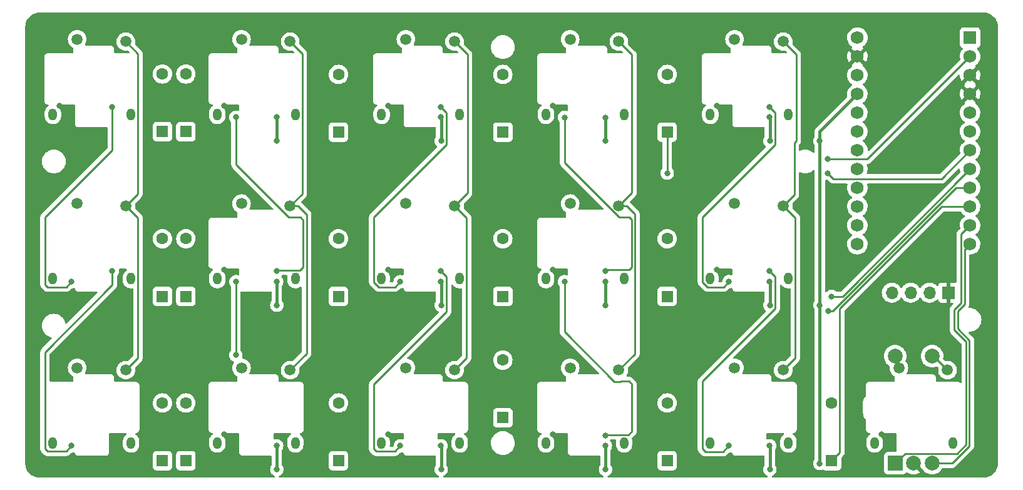
<source format=gtl>
G04 #@! TF.GenerationSoftware,KiCad,Pcbnew,(6.0.1-0)*
G04 #@! TF.CreationDate,2023-03-27T09:33:24-07:00*
G04 #@! TF.ProjectId,pcb-chocmini,7063622d-6368-46f6-936d-696e692e6b69,rev?*
G04 #@! TF.SameCoordinates,Original*
G04 #@! TF.FileFunction,Copper,L1,Top*
G04 #@! TF.FilePolarity,Positive*
%FSLAX46Y46*%
G04 Gerber Fmt 4.6, Leading zero omitted, Abs format (unit mm)*
G04 Created by KiCad (PCBNEW (6.0.1-0)) date 2023-03-27 09:33:24*
%MOMM*%
%LPD*%
G01*
G04 APERTURE LIST*
G04 #@! TA.AperFunction,ComponentPad*
%ADD10O,1.200000X1.600000*%
G04 #@! TD*
G04 #@! TA.AperFunction,ComponentPad*
%ADD11C,1.500000*%
G04 #@! TD*
G04 #@! TA.AperFunction,ComponentPad*
%ADD12R,2.000000X2.000000*%
G04 #@! TD*
G04 #@! TA.AperFunction,ComponentPad*
%ADD13C,2.000000*%
G04 #@! TD*
G04 #@! TA.AperFunction,ComponentPad*
%ADD14R,1.600000X1.600000*%
G04 #@! TD*
G04 #@! TA.AperFunction,ComponentPad*
%ADD15C,1.600000*%
G04 #@! TD*
G04 #@! TA.AperFunction,ComponentPad*
%ADD16R,1.700000X1.700000*%
G04 #@! TD*
G04 #@! TA.AperFunction,ComponentPad*
%ADD17O,1.700000X1.700000*%
G04 #@! TD*
G04 #@! TA.AperFunction,ComponentPad*
%ADD18R,1.752600X1.752600*%
G04 #@! TD*
G04 #@! TA.AperFunction,ComponentPad*
%ADD19C,1.752600*%
G04 #@! TD*
G04 #@! TA.AperFunction,ViaPad*
%ADD20C,0.800000*%
G04 #@! TD*
G04 #@! TA.AperFunction,Conductor*
%ADD21C,0.250000*%
G04 #@! TD*
G04 #@! TA.AperFunction,Conductor*
%ADD22C,0.381000*%
G04 #@! TD*
G04 APERTURE END LIST*
D10*
X130702500Y-113493750D03*
X120122500Y-113493750D03*
D11*
X123412500Y-103343750D03*
X129992500Y-103643750D03*
D10*
X86252500Y-113493750D03*
X75672500Y-113493750D03*
D11*
X78962500Y-103343750D03*
X85542500Y-103643750D03*
D10*
X108477500Y-91268750D03*
X97897500Y-91268750D03*
D11*
X101187500Y-81118750D03*
X107767500Y-81418750D03*
D10*
X175152500Y-113493750D03*
X164572500Y-113493750D03*
D11*
X167862500Y-103343750D03*
X174442500Y-103643750D03*
D10*
X175152500Y-69043750D03*
X164572500Y-69043750D03*
D11*
X167862500Y-58893750D03*
X174442500Y-59193750D03*
D10*
X175152500Y-91268750D03*
X164572500Y-91268750D03*
D11*
X167862500Y-81118750D03*
X174442500Y-81418750D03*
D10*
X108477500Y-113493750D03*
X97897500Y-113493750D03*
D11*
X101187500Y-103343750D03*
X107767500Y-103643750D03*
D10*
X197377500Y-113493750D03*
X186797500Y-113493750D03*
D11*
X190087500Y-103343750D03*
X196667500Y-103643750D03*
D10*
X152927500Y-91268750D03*
X142347500Y-91268750D03*
D11*
X145637500Y-81118750D03*
X152217500Y-81418750D03*
D10*
X152927500Y-113493750D03*
X142347500Y-113493750D03*
D11*
X145637500Y-103343750D03*
X152217500Y-103643750D03*
D10*
X86252500Y-91268750D03*
X75672500Y-91268750D03*
D11*
X78962500Y-81118750D03*
X85542500Y-81418750D03*
D10*
X86252500Y-69043750D03*
X75672500Y-69043750D03*
D11*
X78962500Y-58893750D03*
X85542500Y-59193750D03*
D10*
X108477500Y-69043750D03*
X97897500Y-69043750D03*
D11*
X101187500Y-58893750D03*
X107767500Y-59193750D03*
D10*
X152927500Y-69043750D03*
X142347500Y-69043750D03*
D11*
X145637500Y-58893750D03*
X152217500Y-59193750D03*
D10*
X130702500Y-91268750D03*
X120122500Y-91268750D03*
D11*
X123412500Y-81118750D03*
X129992500Y-81418750D03*
D10*
X130702500Y-69043750D03*
X120122500Y-69043750D03*
D11*
X123412500Y-58893750D03*
X129992500Y-59193750D03*
D12*
X189587500Y-116243750D03*
D13*
X194587500Y-116243750D03*
X192087500Y-116243750D03*
X194587500Y-101743750D03*
X189587500Y-101743750D03*
D14*
X158750000Y-71437500D03*
D15*
X158750000Y-63637500D03*
D14*
X93662500Y-71368750D03*
D15*
X93662500Y-63568750D03*
D14*
X93662500Y-115887500D03*
D15*
X93662500Y-108087500D03*
D14*
X114300000Y-115887500D03*
D15*
X114300000Y-108087500D03*
D14*
X114300000Y-71437500D03*
D15*
X114300000Y-63637500D03*
D14*
X114300000Y-93662500D03*
D15*
X114300000Y-85862500D03*
D14*
X136525000Y-71437500D03*
D15*
X136525000Y-63637500D03*
D14*
X93662500Y-93662500D03*
D15*
X93662500Y-85862500D03*
D16*
X196757500Y-93160750D03*
D17*
X194217500Y-93160750D03*
X191677500Y-93160750D03*
X189137500Y-93160750D03*
D14*
X136525000Y-110075000D03*
D15*
X136525000Y-102275000D03*
D14*
X158750000Y-115887500D03*
D15*
X158750000Y-108087500D03*
D14*
X90487500Y-93662500D03*
D15*
X90487500Y-85862500D03*
D14*
X158750000Y-93662500D03*
D15*
X158750000Y-85862500D03*
D14*
X90487500Y-115887500D03*
D15*
X90487500Y-108087500D03*
D14*
X180975000Y-115887500D03*
D15*
X180975000Y-108087500D03*
D14*
X90487500Y-71368750D03*
D15*
X90487500Y-63568750D03*
D14*
X136525000Y-93662500D03*
D15*
X136525000Y-85862500D03*
D18*
X199707500Y-58660500D03*
D19*
X199707500Y-61200500D03*
X199707500Y-63740500D03*
X199707500Y-66280500D03*
X199707500Y-68820500D03*
X199707500Y-71360500D03*
X199707500Y-73900500D03*
X199707500Y-76440500D03*
X199707500Y-78980500D03*
X199707500Y-81520500D03*
X199707500Y-84060500D03*
X199707500Y-86600500D03*
X184467500Y-86600500D03*
X184467500Y-84060500D03*
X184467500Y-81520500D03*
X184467500Y-78980500D03*
X184467500Y-76440500D03*
X184467500Y-73900500D03*
X184467500Y-71360500D03*
X184467500Y-68820500D03*
X184467500Y-66280500D03*
X184467500Y-63740500D03*
X184467500Y-61200500D03*
X184467500Y-58660500D03*
D20*
X181371875Y-90487500D03*
X161925000Y-90090625D03*
X76596875Y-93662500D03*
X117475000Y-90090625D03*
X117871875Y-112315625D03*
X165893750Y-115887500D03*
X76596875Y-116284375D03*
X180578125Y-95646875D03*
X180975000Y-93662500D03*
X180464998Y-76993750D03*
X158750000Y-76993750D03*
X150415625Y-69453125D03*
X150415625Y-72628125D03*
X180479476Y-75031457D03*
X172612500Y-90260750D03*
X167112500Y-113885750D03*
X172612500Y-68035750D03*
X167112500Y-91660750D03*
X105937500Y-90260750D03*
X150387500Y-90260750D03*
X144859375Y-69453125D03*
X144859375Y-91678125D03*
X150387500Y-112485750D03*
X122634375Y-91678125D03*
X128162500Y-68035750D03*
X122662500Y-113885750D03*
X128162500Y-90260750D03*
X100409375Y-101600000D03*
X100437500Y-91660750D03*
X100437500Y-69435750D03*
X83712500Y-90260750D03*
X78212500Y-113885750D03*
X78212500Y-91660750D03*
X105937500Y-113885750D03*
X105965625Y-117078125D03*
X128162500Y-113885750D03*
X128190625Y-117078125D03*
X150387500Y-113885750D03*
X150415625Y-117078125D03*
X172612500Y-113885750D03*
X172640625Y-117078125D03*
X179387500Y-116284375D03*
X172612500Y-91660750D03*
X172640625Y-94853125D03*
X150387500Y-91660750D03*
X150415625Y-94853125D03*
X128162500Y-91660750D03*
X128190625Y-94853125D03*
X105937500Y-91660750D03*
X105965625Y-94853125D03*
X172612500Y-69435750D03*
X172640625Y-72628125D03*
X128162500Y-69435750D03*
X128190625Y-72628125D03*
X105937500Y-69435750D03*
X105965625Y-72628125D03*
X179387500Y-94853125D03*
X179387500Y-72628125D03*
X83712500Y-68035750D03*
X143271875Y-90090625D03*
X165496875Y-90090625D03*
X143271875Y-67865625D03*
X121046875Y-112315625D03*
X187721875Y-112315625D03*
X76596875Y-67865625D03*
X143271875Y-112315625D03*
X98821875Y-90090625D03*
X121046875Y-90090625D03*
X98821875Y-112315625D03*
X121046875Y-67865625D03*
X165496875Y-67865625D03*
X98821875Y-67865625D03*
D21*
X152217500Y-59193750D02*
X153987500Y-60963750D01*
X153987500Y-60963750D02*
X153987500Y-79648749D01*
X153987500Y-79648749D02*
X152217500Y-81418750D01*
X150387500Y-90260750D02*
X150557625Y-90090625D01*
X150557625Y-90090625D02*
X153590625Y-90090625D01*
X153934855Y-83291105D02*
X153590625Y-82946875D01*
X153590625Y-90090625D02*
X153934855Y-89746395D01*
X153934855Y-89746395D02*
X153934855Y-83291105D01*
X144859375Y-75580214D02*
X144859375Y-69453125D01*
X153590625Y-82946875D02*
X152226036Y-82946875D01*
X152226036Y-82946875D02*
X151717706Y-82438544D01*
X151717706Y-82438544D02*
X144859375Y-75580214D01*
X189587500Y-116243750D02*
X190912011Y-114919239D01*
X197591105Y-95460677D02*
X198506689Y-94545093D01*
X190912011Y-114919239D02*
X197976293Y-114919239D01*
X197976293Y-114919239D02*
X199178605Y-113716927D01*
X198506689Y-94545093D02*
X198506689Y-85261311D01*
X199178605Y-113716927D02*
X199178605Y-99801823D01*
X199178605Y-99801823D02*
X197591105Y-98214322D01*
X197591105Y-98214322D02*
X197591105Y-95460677D01*
X198506689Y-85261311D02*
X199707500Y-84060500D01*
X194587500Y-116243750D02*
X197287500Y-116243750D01*
X198040625Y-98028125D02*
X198040625Y-95646875D01*
X198040625Y-95646875D02*
X198956209Y-94731291D01*
X197287500Y-116243750D02*
X199628125Y-113903125D01*
X198956209Y-94731291D02*
X198956209Y-87351791D01*
X199628125Y-113903125D02*
X199628125Y-99615625D01*
X199628125Y-99615625D02*
X198040625Y-98028125D01*
X198956209Y-87351791D02*
X199707500Y-86600500D01*
X174442500Y-81418750D02*
X175927020Y-79934230D01*
X175927020Y-79934230D02*
X175927020Y-72913605D01*
X175927020Y-72913605D02*
X176212500Y-72628125D01*
X176212500Y-72628125D02*
X176212500Y-60963750D01*
X176212500Y-60963750D02*
X174442500Y-59193750D01*
X167112500Y-91660750D02*
X166379980Y-92393270D01*
X164189552Y-92393270D02*
X163512500Y-91716218D01*
X163512500Y-91716218D02*
X163512500Y-82946875D01*
X166379980Y-92393270D02*
X164189552Y-92393270D01*
X163512500Y-82946875D02*
X173365136Y-73094239D01*
X173365136Y-73094239D02*
X173365136Y-68788386D01*
X173365136Y-68788386D02*
X172612500Y-68035750D01*
X174442500Y-103643750D02*
X176077020Y-102009229D01*
X176077020Y-102009229D02*
X176077020Y-83053270D01*
X176077020Y-83053270D02*
X174442500Y-81418750D01*
X167112500Y-113885750D02*
X166301375Y-114696875D01*
X166301375Y-114696875D02*
X163909375Y-114696875D01*
X163512500Y-105171875D02*
X173365136Y-95319239D01*
X163909375Y-114696875D02*
X163512500Y-114300000D01*
X163512500Y-114300000D02*
X163512500Y-105171875D01*
X173365136Y-95319239D02*
X173365136Y-91013386D01*
X173365136Y-91013386D02*
X172612500Y-90260750D01*
X150387500Y-112485750D02*
X150504020Y-112369230D01*
X150504020Y-112369230D02*
X153537020Y-112369230D01*
X153537020Y-112369230D02*
X153987500Y-111918750D01*
X153987500Y-111918750D02*
X153987500Y-105568750D01*
X153987500Y-105568750D02*
X153590625Y-105171875D01*
X153590625Y-105171875D02*
X152420072Y-105171875D01*
X151596214Y-105181911D02*
X144859375Y-98445072D01*
X152420072Y-105171875D02*
X152410036Y-105181911D01*
X144859375Y-98445072D02*
X144859375Y-91678125D01*
X152410036Y-105181911D02*
X151596214Y-105181911D01*
X122662500Y-113885750D02*
X121929980Y-114618270D01*
X121929980Y-114618270D02*
X119380770Y-114618270D01*
X128915136Y-91013386D02*
X128162500Y-90260750D01*
X119380770Y-114618270D02*
X119062500Y-114300000D01*
X119062500Y-105568750D02*
X128915136Y-95716114D01*
X119062500Y-114300000D02*
X119062500Y-105568750D01*
X128915136Y-95716114D02*
X128915136Y-91013386D01*
X129992500Y-81418750D02*
X131627020Y-83053270D01*
X131627020Y-83053270D02*
X131627020Y-102009229D01*
X131627020Y-102009229D02*
X129992500Y-103643750D01*
X122634375Y-91678125D02*
X121919230Y-92393270D01*
X119739552Y-92393270D02*
X119062500Y-91716218D01*
X121919230Y-92393270D02*
X119739552Y-92393270D01*
X119062500Y-91716218D02*
X119062500Y-82946875D01*
X119062500Y-82946875D02*
X128915136Y-73094239D01*
X128915136Y-73094239D02*
X128915136Y-68788386D01*
X128915136Y-68788386D02*
X128162500Y-68035750D01*
X129992500Y-59193750D02*
X131762500Y-60963750D01*
X131762500Y-60963750D02*
X131762500Y-79648749D01*
X131762500Y-79648749D02*
X129992500Y-81418750D01*
X109537500Y-83343750D02*
X109140625Y-82946875D01*
X109537500Y-89693750D02*
X109537500Y-83343750D01*
X105937500Y-90260750D02*
X106054020Y-90144230D01*
X106054020Y-90144230D02*
X109087020Y-90144230D01*
X100437500Y-75831250D02*
X107553125Y-82946875D01*
X109087020Y-90144230D02*
X109537500Y-89693750D01*
X109140625Y-82946875D02*
X107553125Y-82946875D01*
X100437500Y-69435750D02*
X100437500Y-75831250D01*
X107767500Y-59193750D02*
X109402020Y-60828271D01*
X109402020Y-60828271D02*
X109402020Y-79784229D01*
X109402020Y-79784229D02*
X107767500Y-81418750D01*
X78212500Y-113885750D02*
X77479980Y-114618270D01*
X77479980Y-114618270D02*
X74930770Y-114618270D01*
X74930770Y-114618270D02*
X74612500Y-114300000D01*
X74612500Y-114300000D02*
X74612500Y-101203125D01*
X74612500Y-101203125D02*
X83712500Y-92103125D01*
X83712500Y-92103125D02*
X83712500Y-90260750D01*
X85542500Y-81418750D02*
X87177020Y-83053270D01*
X87177020Y-83053270D02*
X87177020Y-102009230D01*
X87177020Y-102009230D02*
X85542500Y-103643750D01*
X74930770Y-92393270D02*
X74612500Y-92075000D01*
X77479980Y-92393270D02*
X74930770Y-92393270D01*
X74612500Y-92075000D02*
X74612500Y-82946875D01*
X78212500Y-91660750D02*
X77479980Y-92393270D01*
X83712500Y-68035750D02*
X83712500Y-73846875D01*
X74612500Y-82946875D02*
X83712500Y-73846875D01*
X85542500Y-59193750D02*
X87177020Y-60828270D01*
X87177020Y-60828270D02*
X87177020Y-79784230D01*
X87177020Y-79784230D02*
X85542500Y-81418750D01*
D22*
X179387500Y-94853125D02*
X179387500Y-116284375D01*
D21*
X199707500Y-81520500D02*
X195898937Y-81520500D01*
X195898937Y-81520500D02*
X182099511Y-95319926D01*
X182099511Y-95319926D02*
X182099511Y-114762989D01*
X182099511Y-114762989D02*
X180975000Y-115887500D01*
X199707500Y-78980500D02*
X197803218Y-78980500D01*
X197803218Y-78980500D02*
X181136844Y-95646875D01*
X181136844Y-95646875D02*
X180578125Y-95646875D01*
X180975000Y-93662500D02*
X182485500Y-93662500D01*
X182485500Y-93662500D02*
X199707500Y-76440500D01*
X158750000Y-71437500D02*
X158750000Y-76993750D01*
X180464998Y-76993750D02*
X181250937Y-77779689D01*
X181250937Y-77779689D02*
X195828311Y-77779689D01*
X195828311Y-77779689D02*
X199707500Y-73900500D01*
D22*
X150415625Y-69453125D02*
X150415625Y-72628125D01*
D21*
X180479476Y-75031457D02*
X180549330Y-75101311D01*
X180549330Y-75101311D02*
X185806689Y-75101311D01*
X185806689Y-75101311D02*
X199707500Y-61200500D01*
X107767500Y-81418750D02*
X108828160Y-81418750D01*
X108828160Y-81418750D02*
X109987020Y-82577610D01*
X109987020Y-82577610D02*
X109987020Y-101424230D01*
X109987020Y-101424230D02*
X107767500Y-103643750D01*
X152217500Y-81418750D02*
X153278160Y-81418750D01*
X153278160Y-81418750D02*
X154384375Y-82524965D01*
X154384375Y-101476875D02*
X152217500Y-103643750D01*
X154384375Y-82524965D02*
X154384375Y-101476875D01*
X100409375Y-101600000D02*
X100409375Y-91688875D01*
X100409375Y-91688875D02*
X100437500Y-91660750D01*
D22*
X105965625Y-117078125D02*
X105965625Y-113913875D01*
X105965625Y-113913875D02*
X105937500Y-113885750D01*
X128190625Y-117078125D02*
X128190625Y-113913875D01*
X128190625Y-113913875D02*
X128162500Y-113885750D01*
X150415625Y-117078125D02*
X150415625Y-113913875D01*
X150415625Y-113913875D02*
X150387500Y-113885750D01*
X172640625Y-117078125D02*
X172640625Y-113913875D01*
X172640625Y-113913875D02*
X172612500Y-113885750D01*
X172640625Y-94853125D02*
X172640625Y-91688875D01*
X172640625Y-91688875D02*
X172612500Y-91660750D01*
X150415625Y-94853125D02*
X150415625Y-91688875D01*
X150415625Y-91688875D02*
X150387500Y-91660750D01*
X128190625Y-94853125D02*
X128190625Y-91688875D01*
X128190625Y-91688875D02*
X128162500Y-91660750D01*
X105965625Y-94853125D02*
X105965625Y-91688875D01*
X105965625Y-91688875D02*
X105937500Y-91660750D01*
X172640625Y-72628125D02*
X172640625Y-69463875D01*
X172640625Y-69463875D02*
X172612500Y-69435750D01*
X128190625Y-72628125D02*
X128190625Y-69463875D01*
X128190625Y-69463875D02*
X128162500Y-69435750D01*
X105965625Y-72628125D02*
X105965625Y-69463875D01*
X105965625Y-69463875D02*
X105937500Y-69435750D01*
X179387500Y-72628125D02*
X179387500Y-94853125D01*
X184467500Y-66280500D02*
X179387500Y-71360500D01*
X179387500Y-71360500D02*
X179387500Y-72628125D01*
D21*
X196667500Y-103643750D02*
X194767500Y-101743750D01*
X194767500Y-101743750D02*
X194587500Y-101743750D01*
G04 #@! TA.AperFunction,Conductor*
G36*
X201582557Y-55278250D02*
G01*
X201597358Y-55280555D01*
X201597361Y-55280555D01*
X201606230Y-55281936D01*
X201622499Y-55279809D01*
X201647067Y-55279016D01*
X201848766Y-55292236D01*
X201865106Y-55294387D01*
X202089233Y-55338968D01*
X202105154Y-55343234D01*
X202321543Y-55416689D01*
X202336769Y-55422996D01*
X202541717Y-55524065D01*
X202555991Y-55532306D01*
X202745997Y-55659264D01*
X202759072Y-55669297D01*
X202930886Y-55819973D01*
X202942527Y-55831614D01*
X203092295Y-56002392D01*
X203093203Y-56003428D01*
X203103236Y-56016503D01*
X203230194Y-56206509D01*
X203238435Y-56220783D01*
X203339504Y-56425731D01*
X203345811Y-56440957D01*
X203419266Y-56657346D01*
X203423532Y-56673267D01*
X203468113Y-56897394D01*
X203470264Y-56913734D01*
X203483014Y-57108268D01*
X203481989Y-57131304D01*
X203481946Y-57134854D01*
X203480564Y-57143730D01*
X203482388Y-57157678D01*
X203484686Y-57175251D01*
X203485750Y-57191589D01*
X203485750Y-116235047D01*
X203484250Y-116254431D01*
X203480564Y-116278105D01*
X203482691Y-116294374D01*
X203483484Y-116318942D01*
X203470264Y-116520641D01*
X203468113Y-116536981D01*
X203423532Y-116761108D01*
X203419266Y-116777029D01*
X203345811Y-116993418D01*
X203339504Y-117008644D01*
X203238435Y-117213592D01*
X203230194Y-117227866D01*
X203103236Y-117417872D01*
X203093203Y-117430947D01*
X202942527Y-117602761D01*
X202930886Y-117614402D01*
X202773700Y-117752250D01*
X202759072Y-117765078D01*
X202745997Y-117775111D01*
X202555991Y-117902069D01*
X202541717Y-117910310D01*
X202336769Y-118011379D01*
X202321543Y-118017686D01*
X202105154Y-118091141D01*
X202089233Y-118095407D01*
X201865106Y-118139988D01*
X201848766Y-118142139D01*
X201654232Y-118154889D01*
X201631196Y-118153864D01*
X201627646Y-118153821D01*
X201618770Y-118152439D01*
X201590262Y-118156167D01*
X201587249Y-118156561D01*
X201570911Y-118157625D01*
X173042444Y-118157625D01*
X172974323Y-118137623D01*
X172927830Y-118083967D01*
X172917726Y-118013693D01*
X172947220Y-117949113D01*
X172991195Y-117916518D01*
X173091347Y-117871928D01*
X173091349Y-117871927D01*
X173097377Y-117869243D01*
X173251878Y-117756991D01*
X173379665Y-117615069D01*
X173454000Y-117486318D01*
X173471848Y-117455404D01*
X173471849Y-117455403D01*
X173475152Y-117449681D01*
X173534167Y-117268053D01*
X173539113Y-117221000D01*
X173553439Y-117084690D01*
X173554129Y-117078125D01*
X173545226Y-116993418D01*
X173534857Y-116894760D01*
X173534857Y-116894758D01*
X173534167Y-116888197D01*
X173475152Y-116706569D01*
X173379665Y-116541181D01*
X173371988Y-116532655D01*
X173341272Y-116468649D01*
X173339625Y-116448346D01*
X173339625Y-114477093D01*
X173356506Y-114414093D01*
X173443723Y-114263029D01*
X173443724Y-114263028D01*
X173447027Y-114257306D01*
X173506042Y-114075678D01*
X173509438Y-114043373D01*
X173525314Y-113892315D01*
X173526004Y-113885750D01*
X173516782Y-113798008D01*
X173506732Y-113702385D01*
X173506732Y-113702383D01*
X173506042Y-113695822D01*
X173447027Y-113514194D01*
X173351540Y-113348806D01*
X173223753Y-113206884D01*
X173124657Y-113134886D01*
X173074594Y-113098513D01*
X173074593Y-113098512D01*
X173069252Y-113094632D01*
X173063224Y-113091948D01*
X173063222Y-113091947D01*
X172900819Y-113019641D01*
X172900818Y-113019641D01*
X172894788Y-113016956D01*
X172801387Y-112997103D01*
X172714444Y-112978622D01*
X172714439Y-112978622D01*
X172707987Y-112977250D01*
X172517013Y-112977250D01*
X172510561Y-112978622D01*
X172510556Y-112978622D01*
X172359338Y-113010765D01*
X172334691Y-113016004D01*
X172334689Y-113016004D01*
X172330212Y-113016956D01*
X172330038Y-113016137D01*
X172264472Y-113018012D01*
X172203673Y-112981352D01*
X172172346Y-112917640D01*
X172170500Y-112896151D01*
X172170500Y-112277750D01*
X172190502Y-112209629D01*
X172244158Y-112163136D01*
X172296500Y-112151750D01*
X174451071Y-112151750D01*
X174519192Y-112171752D01*
X174565685Y-112225408D01*
X174575789Y-112295682D01*
X174546295Y-112360262D01*
X174523971Y-112380520D01*
X174424889Y-112450804D01*
X174278619Y-112603600D01*
X174163880Y-112781298D01*
X174161637Y-112786864D01*
X174090140Y-112964272D01*
X174084814Y-112977487D01*
X174044272Y-113185087D01*
X174044000Y-113190649D01*
X174044000Y-113746596D01*
X174059048Y-113904316D01*
X174118592Y-114107284D01*
X174121336Y-114112611D01*
X174121336Y-114112612D01*
X174209723Y-114284225D01*
X174215442Y-114295330D01*
X174346104Y-114461670D01*
X174350635Y-114465602D01*
X174350638Y-114465605D01*
X174436558Y-114540162D01*
X174505863Y-114600302D01*
X174511049Y-114603302D01*
X174511053Y-114603305D01*
X174649565Y-114683436D01*
X174688954Y-114706223D01*
X174888771Y-114775611D01*
X174894706Y-114776472D01*
X174894708Y-114776472D01*
X175092164Y-114805102D01*
X175092167Y-114805102D01*
X175098104Y-114805963D01*
X175309399Y-114796183D01*
X175476478Y-114755917D01*
X175509201Y-114748031D01*
X175509203Y-114748030D01*
X175515034Y-114746625D01*
X175520492Y-114744143D01*
X175520496Y-114744142D01*
X175692143Y-114666098D01*
X175707587Y-114659076D01*
X175880111Y-114536696D01*
X176026381Y-114383900D01*
X176141120Y-114206202D01*
X176165731Y-114145134D01*
X176217942Y-114015582D01*
X176217943Y-114015579D01*
X176220186Y-114010013D01*
X176260728Y-113802413D01*
X176261000Y-113796851D01*
X176261000Y-113240904D01*
X176245952Y-113083184D01*
X176186408Y-112880216D01*
X176132868Y-112776261D01*
X176092304Y-112697501D01*
X176092302Y-112697498D01*
X176089558Y-112692170D01*
X175958896Y-112525830D01*
X175954365Y-112521898D01*
X175954362Y-112521895D01*
X175803667Y-112391129D01*
X175799137Y-112387198D01*
X175793360Y-112383856D01*
X175793125Y-112383609D01*
X175789062Y-112380711D01*
X175789621Y-112379928D01*
X175744410Y-112332434D01*
X175731031Y-112262710D01*
X175757472Y-112196821D01*
X175815338Y-112155686D01*
X175829893Y-112152212D01*
X175832152Y-112152226D01*
X175840786Y-112149758D01*
X175840788Y-112149758D01*
X175860548Y-112144111D01*
X175877309Y-112140533D01*
X175897652Y-112137620D01*
X175897662Y-112137617D01*
X175906545Y-112136345D01*
X175929895Y-112125729D01*
X175947407Y-112119286D01*
X175963437Y-112114704D01*
X175972065Y-112112238D01*
X175997048Y-112096476D01*
X176012114Y-112088346D01*
X176039010Y-112076117D01*
X176058439Y-112059376D01*
X176073447Y-112048271D01*
X176087539Y-112039380D01*
X176095131Y-112034590D01*
X176114682Y-112012453D01*
X176126874Y-112000409D01*
X176142449Y-111986989D01*
X176142450Y-111986987D01*
X176149247Y-111981131D01*
X176154126Y-111973603D01*
X176154129Y-111973600D01*
X176163196Y-111959611D01*
X176174486Y-111944737D01*
X176185512Y-111932252D01*
X176191456Y-111925522D01*
X176204010Y-111898784D01*
X176212324Y-111883815D01*
X176228393Y-111859023D01*
X176235739Y-111834459D01*
X176242401Y-111817014D01*
X176249483Y-111801929D01*
X176253299Y-111793802D01*
X176257843Y-111764620D01*
X176261626Y-111747901D01*
X176267514Y-111728214D01*
X176267515Y-111728211D01*
X176270087Y-111719609D01*
X176270297Y-111685194D01*
X176270330Y-111684422D01*
X176270500Y-111683327D01*
X176270500Y-111652452D01*
X176270502Y-111651682D01*
X176270952Y-111578034D01*
X176270952Y-111578033D01*
X176270976Y-111574098D01*
X176270592Y-111572754D01*
X176270500Y-111571409D01*
X176270500Y-105752452D01*
X176270502Y-105751682D01*
X176270921Y-105683072D01*
X176270976Y-105674098D01*
X176268510Y-105665469D01*
X176268509Y-105665464D01*
X176262861Y-105645702D01*
X176259283Y-105628941D01*
X176256370Y-105608598D01*
X176256367Y-105608588D01*
X176255095Y-105599705D01*
X176244479Y-105576355D01*
X176238036Y-105558843D01*
X176233454Y-105542813D01*
X176230988Y-105534185D01*
X176215226Y-105509202D01*
X176207096Y-105494136D01*
X176194867Y-105467240D01*
X176178126Y-105447811D01*
X176167021Y-105432803D01*
X176158130Y-105418711D01*
X176153340Y-105411119D01*
X176131203Y-105391568D01*
X176119159Y-105379376D01*
X176105739Y-105363801D01*
X176105737Y-105363800D01*
X176099881Y-105357003D01*
X176092353Y-105352124D01*
X176092350Y-105352121D01*
X176078361Y-105343054D01*
X176063487Y-105331764D01*
X176057808Y-105326749D01*
X176044272Y-105314794D01*
X176036146Y-105310979D01*
X176036145Y-105310978D01*
X176030479Y-105308318D01*
X176017534Y-105302240D01*
X176002565Y-105293926D01*
X175977773Y-105277857D01*
X175953209Y-105270511D01*
X175935764Y-105263849D01*
X175929979Y-105261133D01*
X175912552Y-105252951D01*
X175883370Y-105248407D01*
X175866651Y-105244624D01*
X175846964Y-105238736D01*
X175846961Y-105238735D01*
X175838359Y-105236163D01*
X175829384Y-105236108D01*
X175829383Y-105236108D01*
X175822690Y-105236067D01*
X175803944Y-105235953D01*
X175803172Y-105235920D01*
X175802077Y-105235750D01*
X175771202Y-105235750D01*
X175770432Y-105235748D01*
X175696784Y-105235298D01*
X175696783Y-105235298D01*
X175692848Y-105235274D01*
X175691504Y-105235658D01*
X175690159Y-105235750D01*
X172996500Y-105235750D01*
X172928379Y-105215748D01*
X172881886Y-105162092D01*
X172870500Y-105109750D01*
X172870500Y-104702452D01*
X172870502Y-104701682D01*
X172870600Y-104685652D01*
X172870976Y-104624098D01*
X172868510Y-104615469D01*
X172868509Y-104615464D01*
X172862861Y-104595702D01*
X172859283Y-104578941D01*
X172856370Y-104558598D01*
X172856367Y-104558588D01*
X172855095Y-104549705D01*
X172844479Y-104526355D01*
X172838036Y-104508843D01*
X172833454Y-104492813D01*
X172830988Y-104484185D01*
X172815226Y-104459202D01*
X172807096Y-104444136D01*
X172794867Y-104417240D01*
X172778126Y-104397811D01*
X172767021Y-104382803D01*
X172758130Y-104368711D01*
X172753340Y-104361119D01*
X172731203Y-104341568D01*
X172719159Y-104329376D01*
X172705739Y-104313801D01*
X172705737Y-104313800D01*
X172699881Y-104307003D01*
X172692353Y-104302124D01*
X172692350Y-104302121D01*
X172678361Y-104293054D01*
X172663487Y-104281764D01*
X172651002Y-104270738D01*
X172644272Y-104264794D01*
X172636146Y-104260979D01*
X172636145Y-104260978D01*
X172630479Y-104258318D01*
X172617534Y-104252240D01*
X172602565Y-104243926D01*
X172577773Y-104227857D01*
X172553209Y-104220511D01*
X172535764Y-104213849D01*
X172512552Y-104202951D01*
X172483370Y-104198407D01*
X172466651Y-104194624D01*
X172446964Y-104188736D01*
X172446961Y-104188735D01*
X172438359Y-104186163D01*
X172429384Y-104186108D01*
X172429383Y-104186108D01*
X172422690Y-104186067D01*
X172403944Y-104185953D01*
X172403172Y-104185920D01*
X172402077Y-104185750D01*
X172371202Y-104185750D01*
X172370432Y-104185748D01*
X172296784Y-104185298D01*
X172296783Y-104185298D01*
X172292848Y-104185274D01*
X172291504Y-104185658D01*
X172290159Y-104185750D01*
X169051313Y-104185750D01*
X168983192Y-104165748D01*
X168936699Y-104112092D01*
X168926595Y-104041818D01*
X168948101Y-103987478D01*
X168953398Y-103979913D01*
X168953399Y-103979912D01*
X168956556Y-103975403D01*
X168958879Y-103970421D01*
X168958882Y-103970416D01*
X169047295Y-103780811D01*
X169049620Y-103775826D01*
X169106615Y-103563121D01*
X169125807Y-103343750D01*
X169106615Y-103124379D01*
X169049620Y-102911674D01*
X168959744Y-102718933D01*
X168958882Y-102717084D01*
X168958879Y-102717079D01*
X168956556Y-102712097D01*
X168953400Y-102707590D01*
X168953399Y-102707588D01*
X168833408Y-102536223D01*
X168833406Y-102536220D01*
X168830249Y-102531712D01*
X168674538Y-102376001D01*
X168648985Y-102358108D01*
X168541361Y-102282749D01*
X168494154Y-102249694D01*
X168294576Y-102156630D01*
X168081871Y-102099635D01*
X167862500Y-102080443D01*
X167857025Y-102080922D01*
X167809929Y-102085042D01*
X167740324Y-102071052D01*
X167689332Y-102021653D01*
X167673142Y-101952527D01*
X167696895Y-101885621D01*
X167709853Y-101870426D01*
X173757383Y-95822896D01*
X173765673Y-95815352D01*
X173772154Y-95811239D01*
X173818795Y-95761571D01*
X173821549Y-95758730D01*
X173841270Y-95739009D01*
X173843748Y-95735814D01*
X173851454Y-95726792D01*
X173876294Y-95700340D01*
X173881722Y-95694560D01*
X173891482Y-95676807D01*
X173902335Y-95660284D01*
X173909889Y-95650545D01*
X173914749Y-95644280D01*
X173932312Y-95603696D01*
X173937519Y-95593066D01*
X173958831Y-95554299D01*
X173960802Y-95546622D01*
X173960804Y-95546617D01*
X173963868Y-95534681D01*
X173970274Y-95515969D01*
X173975170Y-95504656D01*
X173978317Y-95497384D01*
X173980611Y-95482904D01*
X173985233Y-95453720D01*
X173987640Y-95442099D01*
X173996664Y-95406950D01*
X173996664Y-95406949D01*
X173998636Y-95399269D01*
X173998636Y-95379008D01*
X174000187Y-95359297D01*
X174002115Y-95347124D01*
X174003355Y-95339296D01*
X173999195Y-95295285D01*
X173998636Y-95283428D01*
X173998636Y-92158704D01*
X174018638Y-92090583D01*
X174072294Y-92044090D01*
X174142568Y-92033986D01*
X174207148Y-92063480D01*
X174223722Y-92080871D01*
X174272669Y-92143183D01*
X174346104Y-92236670D01*
X174350635Y-92240602D01*
X174350638Y-92240605D01*
X174466654Y-92341278D01*
X174505863Y-92375302D01*
X174511049Y-92378302D01*
X174511053Y-92378305D01*
X174638445Y-92452003D01*
X174688954Y-92481223D01*
X174888771Y-92550611D01*
X174894706Y-92551472D01*
X174894708Y-92551472D01*
X175092164Y-92580102D01*
X175092167Y-92580102D01*
X175098104Y-92580963D01*
X175309399Y-92571183D01*
X175309501Y-92573396D01*
X175370008Y-92582174D01*
X175423604Y-92628735D01*
X175443520Y-92696721D01*
X175443520Y-101694634D01*
X175423518Y-101762755D01*
X175406615Y-101783729D01*
X174814922Y-102375422D01*
X174752610Y-102409448D01*
X174693214Y-102408033D01*
X174667188Y-102401059D01*
X174667180Y-102401058D01*
X174661871Y-102399635D01*
X174442500Y-102380443D01*
X174223129Y-102399635D01*
X174010424Y-102456630D01*
X173966406Y-102477156D01*
X173815834Y-102547368D01*
X173815829Y-102547371D01*
X173810847Y-102549694D01*
X173806340Y-102552850D01*
X173806338Y-102552851D01*
X173634973Y-102672842D01*
X173634970Y-102672844D01*
X173630462Y-102676001D01*
X173474751Y-102831712D01*
X173471594Y-102836220D01*
X173471592Y-102836223D01*
X173381621Y-102964715D01*
X173348444Y-103012097D01*
X173346121Y-103017079D01*
X173346118Y-103017084D01*
X173312395Y-103089404D01*
X173255380Y-103211674D01*
X173198385Y-103424379D01*
X173179193Y-103643750D01*
X173198385Y-103863121D01*
X173255380Y-104075826D01*
X173257705Y-104080811D01*
X173346118Y-104270416D01*
X173346121Y-104270421D01*
X173348444Y-104275403D01*
X173351600Y-104279910D01*
X173351601Y-104279912D01*
X173466587Y-104444128D01*
X173474751Y-104455788D01*
X173630462Y-104611499D01*
X173634971Y-104614656D01*
X173634973Y-104614658D01*
X173661271Y-104633072D01*
X173810846Y-104737806D01*
X174010424Y-104830870D01*
X174223129Y-104887865D01*
X174442500Y-104907057D01*
X174661871Y-104887865D01*
X174874576Y-104830870D01*
X175074154Y-104737806D01*
X175223729Y-104633072D01*
X175250027Y-104614658D01*
X175250029Y-104614656D01*
X175254538Y-104611499D01*
X175410249Y-104455788D01*
X175418414Y-104444128D01*
X175533399Y-104279912D01*
X175533400Y-104279910D01*
X175536556Y-104275403D01*
X175538879Y-104270421D01*
X175538882Y-104270416D01*
X175627295Y-104080811D01*
X175629620Y-104075826D01*
X175686615Y-103863121D01*
X175705807Y-103643750D01*
X175686615Y-103424379D01*
X175678216Y-103393033D01*
X175679906Y-103322058D01*
X175710827Y-103271328D01*
X176469278Y-102512876D01*
X176477560Y-102505340D01*
X176484038Y-102501229D01*
X176530664Y-102451577D01*
X176533418Y-102448736D01*
X176553155Y-102428999D01*
X176555635Y-102425802D01*
X176563340Y-102416780D01*
X176588179Y-102390329D01*
X176593606Y-102384550D01*
X176597426Y-102377602D01*
X176597427Y-102377601D01*
X176603368Y-102366795D01*
X176614219Y-102350276D01*
X176614579Y-102349812D01*
X176626634Y-102334270D01*
X176629779Y-102327001D01*
X176629782Y-102326997D01*
X176644194Y-102293692D01*
X176649411Y-102283042D01*
X176670715Y-102244289D01*
X176675753Y-102224666D01*
X176682157Y-102205963D01*
X176687053Y-102194649D01*
X176687054Y-102194647D01*
X176690201Y-102187374D01*
X176691441Y-102179548D01*
X176691443Y-102179541D01*
X176697119Y-102143705D01*
X176699525Y-102132085D01*
X176708548Y-102096940D01*
X176708548Y-102096939D01*
X176710520Y-102089259D01*
X176710520Y-102068999D01*
X176712071Y-102049294D01*
X176714000Y-102037115D01*
X176715240Y-102029286D01*
X176711079Y-101985267D01*
X176710520Y-101973410D01*
X176710520Y-83132033D01*
X176711047Y-83120849D01*
X176712721Y-83113361D01*
X176710582Y-83045302D01*
X176710520Y-83041345D01*
X176710520Y-83013414D01*
X176710014Y-83009408D01*
X176709081Y-82997562D01*
X176707942Y-82961307D01*
X176707693Y-82953380D01*
X176702042Y-82933928D01*
X176698034Y-82914576D01*
X176696487Y-82902333D01*
X176695494Y-82894473D01*
X176692576Y-82887103D01*
X176692575Y-82887099D01*
X176679220Y-82853367D01*
X176675375Y-82842140D01*
X176666734Y-82812399D01*
X176663038Y-82799677D01*
X176659004Y-82792855D01*
X176659001Y-82792849D01*
X176652726Y-82782238D01*
X176644030Y-82764488D01*
X176639492Y-82753026D01*
X176639489Y-82753021D01*
X176636572Y-82745653D01*
X176618823Y-82721223D01*
X176610593Y-82709895D01*
X176604077Y-82699977D01*
X176589145Y-82674730D01*
X176581562Y-82661907D01*
X176567238Y-82647583D01*
X176554396Y-82632548D01*
X176542492Y-82616163D01*
X176508426Y-82587981D01*
X176499647Y-82579992D01*
X175710828Y-81791173D01*
X175676802Y-81728861D01*
X175678216Y-81669467D01*
X175685191Y-81643435D01*
X175685192Y-81643431D01*
X175686615Y-81638121D01*
X175705807Y-81418750D01*
X175686615Y-81199379D01*
X175685192Y-81194069D01*
X175685191Y-81194062D01*
X175678216Y-81168031D01*
X175679906Y-81097054D01*
X175710828Y-81046326D01*
X176319267Y-80437887D01*
X176327557Y-80430343D01*
X176334038Y-80426230D01*
X176380679Y-80376562D01*
X176383433Y-80373721D01*
X176403154Y-80354000D01*
X176405632Y-80350805D01*
X176413338Y-80341783D01*
X176426421Y-80327851D01*
X176443606Y-80309551D01*
X176453366Y-80291798D01*
X176464219Y-80275275D01*
X176471773Y-80265536D01*
X176476633Y-80259271D01*
X176494196Y-80218687D01*
X176499403Y-80208057D01*
X176520715Y-80169290D01*
X176522686Y-80161613D01*
X176522688Y-80161608D01*
X176525752Y-80149672D01*
X176532158Y-80130960D01*
X176534619Y-80125275D01*
X176540201Y-80112375D01*
X176541441Y-80104547D01*
X176541443Y-80104540D01*
X176547119Y-80068706D01*
X176549525Y-80057086D01*
X176558548Y-80021941D01*
X176558548Y-80021940D01*
X176560520Y-80014260D01*
X176560520Y-79994006D01*
X176562071Y-79974295D01*
X176564000Y-79962116D01*
X176565240Y-79954287D01*
X176561079Y-79910268D01*
X176560520Y-79898411D01*
X176560520Y-76986832D01*
X176580522Y-76918711D01*
X176634178Y-76872218D01*
X176704452Y-76862114D01*
X176734736Y-76870422D01*
X176904534Y-76940755D01*
X176970792Y-76956662D01*
X177145909Y-76998704D01*
X177145915Y-76998705D01*
X177150722Y-76999859D01*
X177250541Y-77007715D01*
X177337470Y-77014557D01*
X177337477Y-77014557D01*
X177339926Y-77014750D01*
X177466324Y-77014750D01*
X177468773Y-77014557D01*
X177468780Y-77014557D01*
X177555709Y-77007715D01*
X177655528Y-76999859D01*
X177660335Y-76998705D01*
X177660341Y-76998704D01*
X177835458Y-76956662D01*
X177901716Y-76940755D01*
X177906289Y-76938861D01*
X178131053Y-76845761D01*
X178131057Y-76845759D01*
X178135627Y-76843866D01*
X178351501Y-76711578D01*
X178355261Y-76708367D01*
X178355267Y-76708363D01*
X178480670Y-76601258D01*
X178545459Y-76572227D01*
X178615659Y-76582832D01*
X178668982Y-76629707D01*
X178688500Y-76697069D01*
X178688500Y-94223346D01*
X178668498Y-94291467D01*
X178656141Y-94307650D01*
X178648460Y-94316181D01*
X178619423Y-94366474D01*
X178559184Y-94470812D01*
X178552973Y-94481569D01*
X178493958Y-94663197D01*
X178493268Y-94669758D01*
X178493268Y-94669760D01*
X178485395Y-94744668D01*
X178473996Y-94853125D01*
X178474686Y-94859690D01*
X178485573Y-94963270D01*
X178493958Y-95043053D01*
X178552973Y-95224681D01*
X178648460Y-95390069D01*
X178656137Y-95398595D01*
X178686853Y-95462601D01*
X178688500Y-95482904D01*
X178688500Y-115654596D01*
X178668498Y-115722717D01*
X178656141Y-115738900D01*
X178648460Y-115747431D01*
X178552973Y-115912819D01*
X178493958Y-116094447D01*
X178493268Y-116101008D01*
X178493268Y-116101010D01*
X178478773Y-116238924D01*
X178473996Y-116284375D01*
X178493958Y-116474303D01*
X178552973Y-116655931D01*
X178556276Y-116661653D01*
X178556277Y-116661654D01*
X178590186Y-116720385D01*
X178648460Y-116821319D01*
X178652878Y-116826226D01*
X178652879Y-116826227D01*
X178658058Y-116831979D01*
X178776247Y-116963241D01*
X178817782Y-116993418D01*
X178925335Y-117071560D01*
X178930748Y-117075493D01*
X178936776Y-117078177D01*
X178936778Y-117078178D01*
X179099181Y-117150484D01*
X179105212Y-117153169D01*
X179198613Y-117173022D01*
X179285556Y-117191503D01*
X179285561Y-117191503D01*
X179292013Y-117192875D01*
X179482987Y-117192875D01*
X179489439Y-117191503D01*
X179489444Y-117191503D01*
X179576387Y-117173022D01*
X179669788Y-117153169D01*
X179696521Y-117141267D01*
X179706273Y-117136925D01*
X179776959Y-117105454D01*
X179847324Y-117096020D01*
X179903769Y-117119734D01*
X179928295Y-117138115D01*
X180064684Y-117189245D01*
X180126866Y-117196000D01*
X181823134Y-117196000D01*
X181885316Y-117189245D01*
X182021705Y-117138115D01*
X182138261Y-117050761D01*
X182225615Y-116934205D01*
X182276745Y-116797816D01*
X182283500Y-116735634D01*
X182283500Y-115527094D01*
X182303502Y-115458973D01*
X182320405Y-115437999D01*
X182491758Y-115266646D01*
X182500048Y-115259102D01*
X182506529Y-115254989D01*
X182524257Y-115236111D01*
X182547206Y-115211672D01*
X182553170Y-115205321D01*
X182555924Y-115202480D01*
X182575646Y-115182758D01*
X182578130Y-115179556D01*
X182585828Y-115170544D01*
X182610672Y-115144087D01*
X182616097Y-115138310D01*
X182625858Y-115120555D01*
X182636709Y-115104036D01*
X182649125Y-115088030D01*
X182655519Y-115073255D01*
X182666685Y-115047452D01*
X182671902Y-115036802D01*
X182693206Y-114998049D01*
X182698244Y-114978426D01*
X182704648Y-114959723D01*
X182709544Y-114948409D01*
X182709544Y-114948408D01*
X182712692Y-114941134D01*
X182713931Y-114933311D01*
X182713934Y-114933301D01*
X182719610Y-114897465D01*
X182722016Y-114885845D01*
X182731039Y-114850700D01*
X182731039Y-114850699D01*
X182733011Y-114843019D01*
X182733011Y-114822765D01*
X182734562Y-114803054D01*
X182735612Y-114796428D01*
X182737731Y-114783046D01*
X182733570Y-114739027D01*
X182733011Y-114727170D01*
X182733011Y-95634520D01*
X182753013Y-95566399D01*
X182769916Y-95545425D01*
X185187896Y-93127445D01*
X187774751Y-93127445D01*
X187775048Y-93132598D01*
X187775048Y-93132601D01*
X187780506Y-93227262D01*
X187787610Y-93350465D01*
X187788747Y-93355511D01*
X187788748Y-93355517D01*
X187809775Y-93448819D01*
X187836722Y-93568389D01*
X187920766Y-93775366D01*
X187972442Y-93859694D01*
X188034791Y-93961438D01*
X188037487Y-93965838D01*
X188183750Y-94134688D01*
X188355626Y-94277382D01*
X188548500Y-94390088D01*
X188757192Y-94469780D01*
X188762260Y-94470811D01*
X188762263Y-94470812D01*
X188815136Y-94481569D01*
X188976097Y-94514317D01*
X188981272Y-94514507D01*
X188981274Y-94514507D01*
X189194173Y-94522314D01*
X189194177Y-94522314D01*
X189199337Y-94522503D01*
X189204457Y-94521847D01*
X189204459Y-94521847D01*
X189415788Y-94494775D01*
X189415789Y-94494775D01*
X189420916Y-94494118D01*
X189462744Y-94481569D01*
X189629929Y-94431411D01*
X189629934Y-94431409D01*
X189634884Y-94429924D01*
X189835494Y-94331646D01*
X190017360Y-94201923D01*
X190175596Y-94044239D01*
X190235094Y-93961439D01*
X190305953Y-93862827D01*
X190307276Y-93863778D01*
X190354145Y-93820607D01*
X190424080Y-93808375D01*
X190489526Y-93835894D01*
X190517375Y-93867744D01*
X190577487Y-93965838D01*
X190723750Y-94134688D01*
X190895626Y-94277382D01*
X191088500Y-94390088D01*
X191297192Y-94469780D01*
X191302260Y-94470811D01*
X191302263Y-94470812D01*
X191355136Y-94481569D01*
X191516097Y-94514317D01*
X191521272Y-94514507D01*
X191521274Y-94514507D01*
X191734173Y-94522314D01*
X191734177Y-94522314D01*
X191739337Y-94522503D01*
X191744457Y-94521847D01*
X191744459Y-94521847D01*
X191955788Y-94494775D01*
X191955789Y-94494775D01*
X191960916Y-94494118D01*
X192002744Y-94481569D01*
X192169929Y-94431411D01*
X192169934Y-94431409D01*
X192174884Y-94429924D01*
X192375494Y-94331646D01*
X192557360Y-94201923D01*
X192715596Y-94044239D01*
X192775094Y-93961439D01*
X192845953Y-93862827D01*
X192847276Y-93863778D01*
X192894145Y-93820607D01*
X192964080Y-93808375D01*
X193029526Y-93835894D01*
X193057375Y-93867744D01*
X193117487Y-93965838D01*
X193263750Y-94134688D01*
X193435626Y-94277382D01*
X193628500Y-94390088D01*
X193837192Y-94469780D01*
X193842260Y-94470811D01*
X193842263Y-94470812D01*
X193895136Y-94481569D01*
X194056097Y-94514317D01*
X194061272Y-94514507D01*
X194061274Y-94514507D01*
X194274173Y-94522314D01*
X194274177Y-94522314D01*
X194279337Y-94522503D01*
X194284457Y-94521847D01*
X194284459Y-94521847D01*
X194495788Y-94494775D01*
X194495789Y-94494775D01*
X194500916Y-94494118D01*
X194542744Y-94481569D01*
X194709929Y-94431411D01*
X194709934Y-94431409D01*
X194714884Y-94429924D01*
X194915494Y-94331646D01*
X195097360Y-94201923D01*
X195164831Y-94134688D01*
X195205979Y-94093683D01*
X195268351Y-94059767D01*
X195339158Y-94064955D01*
X195395919Y-94107601D01*
X195412901Y-94138704D01*
X195454176Y-94248804D01*
X195462714Y-94264399D01*
X195539215Y-94366474D01*
X195551776Y-94379035D01*
X195653851Y-94455536D01*
X195669446Y-94464074D01*
X195789894Y-94509228D01*
X195805149Y-94512855D01*
X195856014Y-94518381D01*
X195862828Y-94518750D01*
X196485385Y-94518750D01*
X196500624Y-94514275D01*
X196501829Y-94512885D01*
X196503500Y-94505202D01*
X196503500Y-91820866D01*
X196499025Y-91805627D01*
X196497635Y-91804422D01*
X196489952Y-91802751D01*
X195862831Y-91802751D01*
X195856010Y-91803121D01*
X195805148Y-91808645D01*
X195789896Y-91812271D01*
X195669446Y-91857426D01*
X195653851Y-91865964D01*
X195551776Y-91942465D01*
X195539215Y-91955026D01*
X195462714Y-92057101D01*
X195454176Y-92072696D01*
X195412797Y-92183072D01*
X195370155Y-92239837D01*
X195303593Y-92264536D01*
X195234244Y-92249328D01*
X195201621Y-92223641D01*
X195150651Y-92167626D01*
X195150645Y-92167620D01*
X195147170Y-92163801D01*
X195143119Y-92160602D01*
X195143115Y-92160598D01*
X194975914Y-92028550D01*
X194975910Y-92028548D01*
X194971859Y-92025348D01*
X194940602Y-92008093D01*
X194883615Y-91976635D01*
X194776289Y-91917388D01*
X194771420Y-91915664D01*
X194771416Y-91915662D01*
X194570587Y-91844545D01*
X194570583Y-91844544D01*
X194565712Y-91842819D01*
X194560619Y-91841912D01*
X194560616Y-91841911D01*
X194350873Y-91804550D01*
X194350867Y-91804549D01*
X194345784Y-91803644D01*
X194262214Y-91802623D01*
X194127581Y-91800978D01*
X194127579Y-91800978D01*
X194122411Y-91800915D01*
X193901591Y-91834705D01*
X193689256Y-91904107D01*
X193491107Y-92007257D01*
X193486974Y-92010360D01*
X193486971Y-92010362D01*
X193316600Y-92138280D01*
X193312465Y-92141385D01*
X193247515Y-92209351D01*
X193184864Y-92274912D01*
X193158129Y-92302888D01*
X193050701Y-92460371D01*
X192995793Y-92505371D01*
X192925268Y-92513542D01*
X192861521Y-92482288D01*
X192840824Y-92457804D01*
X192760322Y-92333367D01*
X192760320Y-92333364D01*
X192757514Y-92329027D01*
X192607170Y-92163801D01*
X192603119Y-92160602D01*
X192603115Y-92160598D01*
X192435914Y-92028550D01*
X192435910Y-92028548D01*
X192431859Y-92025348D01*
X192400602Y-92008093D01*
X192343615Y-91976635D01*
X192236289Y-91917388D01*
X192231420Y-91915664D01*
X192231416Y-91915662D01*
X192030587Y-91844545D01*
X192030583Y-91844544D01*
X192025712Y-91842819D01*
X192020619Y-91841912D01*
X192020616Y-91841911D01*
X191810873Y-91804550D01*
X191810867Y-91804549D01*
X191805784Y-91803644D01*
X191722214Y-91802623D01*
X191587581Y-91800978D01*
X191587579Y-91800978D01*
X191582411Y-91800915D01*
X191361591Y-91834705D01*
X191149256Y-91904107D01*
X190951107Y-92007257D01*
X190946974Y-92010360D01*
X190946971Y-92010362D01*
X190776600Y-92138280D01*
X190772465Y-92141385D01*
X190707515Y-92209351D01*
X190644864Y-92274912D01*
X190618129Y-92302888D01*
X190510701Y-92460371D01*
X190455793Y-92505371D01*
X190385268Y-92513542D01*
X190321521Y-92482288D01*
X190300824Y-92457804D01*
X190220322Y-92333367D01*
X190220320Y-92333364D01*
X190217514Y-92329027D01*
X190067170Y-92163801D01*
X190063119Y-92160602D01*
X190063115Y-92160598D01*
X189895914Y-92028550D01*
X189895910Y-92028548D01*
X189891859Y-92025348D01*
X189860602Y-92008093D01*
X189803615Y-91976635D01*
X189696289Y-91917388D01*
X189691420Y-91915664D01*
X189691416Y-91915662D01*
X189490587Y-91844545D01*
X189490583Y-91844544D01*
X189485712Y-91842819D01*
X189480619Y-91841912D01*
X189480616Y-91841911D01*
X189270873Y-91804550D01*
X189270867Y-91804549D01*
X189265784Y-91803644D01*
X189182214Y-91802623D01*
X189047581Y-91800978D01*
X189047579Y-91800978D01*
X189042411Y-91800915D01*
X188821591Y-91834705D01*
X188609256Y-91904107D01*
X188411107Y-92007257D01*
X188406974Y-92010360D01*
X188406971Y-92010362D01*
X188236600Y-92138280D01*
X188232465Y-92141385D01*
X188167515Y-92209351D01*
X188104864Y-92274912D01*
X188078129Y-92302888D01*
X188075220Y-92307153D01*
X188075214Y-92307161D01*
X187996063Y-92423192D01*
X187952243Y-92487430D01*
X187906835Y-92585253D01*
X187870763Y-92662965D01*
X187858188Y-92690055D01*
X187798489Y-92905320D01*
X187774751Y-93127445D01*
X185187896Y-93127445D01*
X196124436Y-82190905D01*
X196186748Y-82156879D01*
X196213531Y-82154000D01*
X198400927Y-82154000D01*
X198469048Y-82174002D01*
X198508359Y-82214165D01*
X198583489Y-82336764D01*
X198583492Y-82336768D01*
X198586192Y-82341174D01*
X198735286Y-82513293D01*
X198910489Y-82658749D01*
X198914940Y-82661350D01*
X198914950Y-82661357D01*
X198947766Y-82680533D01*
X198996489Y-82732172D01*
X199009559Y-82801955D01*
X198982826Y-82867727D01*
X198959853Y-82890075D01*
X198784944Y-83021400D01*
X198781372Y-83025138D01*
X198690552Y-83120176D01*
X198627620Y-83186030D01*
X198624706Y-83190302D01*
X198624705Y-83190303D01*
X198605973Y-83217763D01*
X198499297Y-83374145D01*
X198403421Y-83580692D01*
X198342567Y-83800125D01*
X198318369Y-84026550D01*
X198318666Y-84031702D01*
X198318666Y-84031706D01*
X198323483Y-84115240D01*
X198331477Y-84253887D01*
X198368951Y-84420173D01*
X198364415Y-84491022D01*
X198335129Y-84536966D01*
X198114436Y-84757659D01*
X198106150Y-84765199D01*
X198099671Y-84769311D01*
X198094246Y-84775088D01*
X198053046Y-84818962D01*
X198050291Y-84821804D01*
X198030554Y-84841541D01*
X198028074Y-84844738D01*
X198020371Y-84853758D01*
X197990103Y-84885990D01*
X197986284Y-84892936D01*
X197986282Y-84892939D01*
X197980341Y-84903745D01*
X197969490Y-84920264D01*
X197957075Y-84936270D01*
X197953930Y-84943539D01*
X197953927Y-84943543D01*
X197939515Y-84976848D01*
X197934298Y-84987498D01*
X197912994Y-85026251D01*
X197911023Y-85033926D01*
X197911023Y-85033927D01*
X197907956Y-85045873D01*
X197901552Y-85064577D01*
X197893508Y-85083166D01*
X197892269Y-85090989D01*
X197892266Y-85090999D01*
X197886590Y-85126835D01*
X197884184Y-85138455D01*
X197873189Y-85181281D01*
X197873189Y-85201535D01*
X197871638Y-85221245D01*
X197868469Y-85241254D01*
X197869215Y-85249146D01*
X197872630Y-85285272D01*
X197873189Y-85297130D01*
X197873189Y-91688009D01*
X197853187Y-91756130D01*
X197799531Y-91802623D01*
X197729257Y-91812727D01*
X197718045Y-91810592D01*
X197709856Y-91808645D01*
X197658986Y-91803119D01*
X197652172Y-91802750D01*
X197029615Y-91802750D01*
X197014376Y-91807225D01*
X197013171Y-91808615D01*
X197011500Y-91816298D01*
X197011500Y-94500634D01*
X197015975Y-94515873D01*
X197017365Y-94517078D01*
X197025048Y-94518749D01*
X197332938Y-94518749D01*
X197401059Y-94538751D01*
X197447552Y-94592407D01*
X197457656Y-94662681D01*
X197428162Y-94727261D01*
X197422033Y-94733844D01*
X197198852Y-94957025D01*
X197190566Y-94964565D01*
X197184087Y-94968677D01*
X197178662Y-94974454D01*
X197137462Y-95018328D01*
X197134707Y-95021170D01*
X197114970Y-95040907D01*
X197112490Y-95044104D01*
X197104787Y-95053124D01*
X197074519Y-95085356D01*
X197070700Y-95092302D01*
X197070698Y-95092305D01*
X197064757Y-95103111D01*
X197053906Y-95119630D01*
X197041491Y-95135636D01*
X197038346Y-95142905D01*
X197038343Y-95142909D01*
X197023931Y-95176214D01*
X197018714Y-95186864D01*
X196997410Y-95225617D01*
X196992422Y-95245046D01*
X196992372Y-95245239D01*
X196985968Y-95263943D01*
X196977924Y-95282532D01*
X196976685Y-95290355D01*
X196976682Y-95290365D01*
X196971006Y-95326201D01*
X196968600Y-95337821D01*
X196960572Y-95369091D01*
X196957605Y-95380647D01*
X196957605Y-95400901D01*
X196956054Y-95420611D01*
X196952885Y-95440620D01*
X196953631Y-95448512D01*
X196957046Y-95484638D01*
X196957605Y-95496496D01*
X196957605Y-98135554D01*
X196957078Y-98146737D01*
X196955403Y-98154230D01*
X196955652Y-98162156D01*
X196955652Y-98162157D01*
X196957543Y-98222320D01*
X196957605Y-98226278D01*
X196957605Y-98254178D01*
X196958102Y-98258111D01*
X196958109Y-98258168D01*
X196959041Y-98270002D01*
X196960431Y-98314211D01*
X196962643Y-98321825D01*
X196962644Y-98321830D01*
X196966082Y-98333663D01*
X196970093Y-98353026D01*
X196972631Y-98373119D01*
X196975548Y-98380486D01*
X196975549Y-98380491D01*
X196988907Y-98414230D01*
X196992751Y-98425457D01*
X197005087Y-98467915D01*
X197009124Y-98474741D01*
X197015398Y-98485350D01*
X197024093Y-98503098D01*
X197031553Y-98521939D01*
X197036215Y-98528355D01*
X197036215Y-98528356D01*
X197057541Y-98557709D01*
X197064057Y-98567629D01*
X197082482Y-98598783D01*
X197086563Y-98605684D01*
X197100884Y-98620005D01*
X197113724Y-98635038D01*
X197125633Y-98651429D01*
X197157518Y-98677806D01*
X197159698Y-98679610D01*
X197168479Y-98687600D01*
X198508201Y-100027324D01*
X198542226Y-100089636D01*
X198545105Y-100116419D01*
X198545105Y-105273683D01*
X198525103Y-105341804D01*
X198471447Y-105388297D01*
X198401173Y-105398401D01*
X198336275Y-105368631D01*
X198330739Y-105363801D01*
X198324881Y-105357003D01*
X198317353Y-105352124D01*
X198317350Y-105352121D01*
X198303361Y-105343054D01*
X198288487Y-105331764D01*
X198282808Y-105326749D01*
X198269272Y-105314794D01*
X198261146Y-105310979D01*
X198261145Y-105310978D01*
X198255479Y-105308318D01*
X198242534Y-105302240D01*
X198227565Y-105293926D01*
X198202773Y-105277857D01*
X198178209Y-105270511D01*
X198160764Y-105263849D01*
X198154979Y-105261133D01*
X198137552Y-105252951D01*
X198108370Y-105248407D01*
X198091651Y-105244624D01*
X198071964Y-105238736D01*
X198071961Y-105238735D01*
X198063359Y-105236163D01*
X198054384Y-105236108D01*
X198054383Y-105236108D01*
X198047690Y-105236067D01*
X198028944Y-105235953D01*
X198028172Y-105235920D01*
X198027077Y-105235750D01*
X197996202Y-105235750D01*
X197995432Y-105235748D01*
X197921784Y-105235298D01*
X197921783Y-105235298D01*
X197917848Y-105235274D01*
X197916504Y-105235658D01*
X197915159Y-105235750D01*
X195221500Y-105235750D01*
X195153379Y-105215748D01*
X195106886Y-105162092D01*
X195095500Y-105109750D01*
X195095500Y-104702452D01*
X195095502Y-104701682D01*
X195095600Y-104685652D01*
X195095976Y-104624098D01*
X195093510Y-104615469D01*
X195093509Y-104615464D01*
X195087861Y-104595702D01*
X195084283Y-104578941D01*
X195081370Y-104558598D01*
X195081367Y-104558588D01*
X195080095Y-104549705D01*
X195069479Y-104526355D01*
X195063036Y-104508843D01*
X195058454Y-104492813D01*
X195055988Y-104484185D01*
X195040226Y-104459202D01*
X195032096Y-104444136D01*
X195019867Y-104417240D01*
X195003126Y-104397811D01*
X194992021Y-104382803D01*
X194983130Y-104368711D01*
X194978340Y-104361119D01*
X194956203Y-104341568D01*
X194944159Y-104329376D01*
X194930739Y-104313801D01*
X194930737Y-104313800D01*
X194924881Y-104307003D01*
X194917353Y-104302124D01*
X194917350Y-104302121D01*
X194903361Y-104293054D01*
X194888487Y-104281764D01*
X194876002Y-104270738D01*
X194869272Y-104264794D01*
X194861146Y-104260979D01*
X194861145Y-104260978D01*
X194855479Y-104258318D01*
X194842534Y-104252240D01*
X194827565Y-104243926D01*
X194802773Y-104227857D01*
X194778209Y-104220511D01*
X194760764Y-104213849D01*
X194737552Y-104202951D01*
X194708370Y-104198407D01*
X194691651Y-104194624D01*
X194671964Y-104188736D01*
X194671961Y-104188735D01*
X194663359Y-104186163D01*
X194654384Y-104186108D01*
X194654383Y-104186108D01*
X194647690Y-104186067D01*
X194628944Y-104185953D01*
X194628172Y-104185920D01*
X194627077Y-104185750D01*
X194596202Y-104185750D01*
X194595432Y-104185748D01*
X194521784Y-104185298D01*
X194521783Y-104185298D01*
X194517848Y-104185274D01*
X194516504Y-104185658D01*
X194515159Y-104185750D01*
X191276313Y-104185750D01*
X191208192Y-104165748D01*
X191161699Y-104112092D01*
X191151595Y-104041818D01*
X191173101Y-103987478D01*
X191178398Y-103979913D01*
X191178399Y-103979912D01*
X191181556Y-103975403D01*
X191183879Y-103970421D01*
X191183882Y-103970416D01*
X191272295Y-103780811D01*
X191274620Y-103775826D01*
X191331615Y-103563121D01*
X191350807Y-103343750D01*
X191331615Y-103124379D01*
X191274620Y-102911674D01*
X191184744Y-102718933D01*
X191183882Y-102717084D01*
X191183879Y-102717079D01*
X191181556Y-102712097D01*
X191178400Y-102707590D01*
X191178399Y-102707588D01*
X191058408Y-102536223D01*
X191058406Y-102536220D01*
X191055249Y-102531712D01*
X191000693Y-102477156D01*
X190966667Y-102414844D01*
X190973379Y-102339843D01*
X191024711Y-102215917D01*
X191024712Y-102215915D01*
X191026605Y-102211344D01*
X191055915Y-102089259D01*
X191080880Y-101985274D01*
X191080881Y-101985268D01*
X191082035Y-101980461D01*
X191100665Y-101743750D01*
X193074335Y-101743750D01*
X193092965Y-101980461D01*
X193094119Y-101985268D01*
X193094120Y-101985274D01*
X193119085Y-102089259D01*
X193148395Y-102211344D01*
X193150288Y-102215915D01*
X193150289Y-102215917D01*
X193237257Y-102425877D01*
X193239260Y-102430713D01*
X193241846Y-102434933D01*
X193360741Y-102628952D01*
X193360745Y-102628958D01*
X193363324Y-102633166D01*
X193517531Y-102813719D01*
X193698084Y-102967926D01*
X193702292Y-102970505D01*
X193702298Y-102970509D01*
X193868414Y-103072305D01*
X193900537Y-103091990D01*
X193905107Y-103093883D01*
X193905111Y-103093885D01*
X194115333Y-103180961D01*
X194119906Y-103182855D01*
X194200109Y-103202110D01*
X194345976Y-103237130D01*
X194345982Y-103237131D01*
X194350789Y-103238285D01*
X194587500Y-103256915D01*
X194824211Y-103238285D01*
X194829018Y-103237131D01*
X194829024Y-103237130D01*
X194974891Y-103202110D01*
X195055094Y-103182855D01*
X195059661Y-103180963D01*
X195059668Y-103180961D01*
X195158054Y-103140208D01*
X195228644Y-103132619D01*
X195295367Y-103167522D01*
X195399172Y-103271327D01*
X195433198Y-103333639D01*
X195431784Y-103393033D01*
X195429405Y-103401912D01*
X195423385Y-103424379D01*
X195404193Y-103643750D01*
X195423385Y-103863121D01*
X195480380Y-104075826D01*
X195482705Y-104080811D01*
X195571118Y-104270416D01*
X195571121Y-104270421D01*
X195573444Y-104275403D01*
X195576600Y-104279910D01*
X195576601Y-104279912D01*
X195691587Y-104444128D01*
X195699751Y-104455788D01*
X195855462Y-104611499D01*
X195859971Y-104614656D01*
X195859973Y-104614658D01*
X195886271Y-104633072D01*
X196035846Y-104737806D01*
X196235424Y-104830870D01*
X196448129Y-104887865D01*
X196667500Y-104907057D01*
X196886871Y-104887865D01*
X197099576Y-104830870D01*
X197299154Y-104737806D01*
X197448729Y-104633072D01*
X197475027Y-104614658D01*
X197475029Y-104614656D01*
X197479538Y-104611499D01*
X197635249Y-104455788D01*
X197643414Y-104444128D01*
X197758399Y-104279912D01*
X197758400Y-104279910D01*
X197761556Y-104275403D01*
X197763879Y-104270421D01*
X197763882Y-104270416D01*
X197852295Y-104080811D01*
X197854620Y-104075826D01*
X197911615Y-103863121D01*
X197930807Y-103643750D01*
X197911615Y-103424379D01*
X197854620Y-103211674D01*
X197797605Y-103089404D01*
X197763882Y-103017084D01*
X197763879Y-103017079D01*
X197761556Y-103012097D01*
X197728379Y-102964715D01*
X197638408Y-102836223D01*
X197638406Y-102836220D01*
X197635249Y-102831712D01*
X197479538Y-102676001D01*
X197412346Y-102628952D01*
X197400259Y-102620489D01*
X197299154Y-102549694D01*
X197099576Y-102456630D01*
X196886871Y-102399635D01*
X196667500Y-102380443D01*
X196448129Y-102399635D01*
X196442814Y-102401059D01*
X196442815Y-102401059D01*
X196416783Y-102408034D01*
X196345806Y-102406344D01*
X196295077Y-102375422D01*
X196096712Y-102177057D01*
X196062686Y-102114745D01*
X196063288Y-102058548D01*
X196066082Y-102046913D01*
X196074434Y-102012121D01*
X196080880Y-101985274D01*
X196080881Y-101985268D01*
X196082035Y-101980461D01*
X196100665Y-101743750D01*
X196082035Y-101507039D01*
X196079465Y-101496331D01*
X196027760Y-101280968D01*
X196026605Y-101276156D01*
X196023559Y-101268802D01*
X195937635Y-101061361D01*
X195937633Y-101061357D01*
X195935740Y-101056787D01*
X195916249Y-101024980D01*
X195814259Y-100858548D01*
X195814255Y-100858542D01*
X195811676Y-100854334D01*
X195657469Y-100673781D01*
X195476916Y-100519574D01*
X195472708Y-100516995D01*
X195472702Y-100516991D01*
X195278683Y-100398096D01*
X195274463Y-100395510D01*
X195269893Y-100393617D01*
X195269889Y-100393615D01*
X195059667Y-100306539D01*
X195059665Y-100306538D01*
X195055094Y-100304645D01*
X194974891Y-100285390D01*
X194829024Y-100250370D01*
X194829018Y-100250369D01*
X194824211Y-100249215D01*
X194587500Y-100230585D01*
X194350789Y-100249215D01*
X194345982Y-100250369D01*
X194345976Y-100250370D01*
X194200109Y-100285390D01*
X194119906Y-100304645D01*
X194115335Y-100306538D01*
X194115333Y-100306539D01*
X193905111Y-100393615D01*
X193905107Y-100393617D01*
X193900537Y-100395510D01*
X193896317Y-100398096D01*
X193702298Y-100516991D01*
X193702292Y-100516995D01*
X193698084Y-100519574D01*
X193517531Y-100673781D01*
X193363324Y-100854334D01*
X193360745Y-100858542D01*
X193360741Y-100858548D01*
X193258751Y-101024980D01*
X193239260Y-101056787D01*
X193237367Y-101061357D01*
X193237365Y-101061361D01*
X193151441Y-101268802D01*
X193148395Y-101276156D01*
X193147240Y-101280968D01*
X193095536Y-101496331D01*
X193092965Y-101507039D01*
X193074335Y-101743750D01*
X191100665Y-101743750D01*
X191082035Y-101507039D01*
X191079465Y-101496331D01*
X191027760Y-101280968D01*
X191026605Y-101276156D01*
X191023559Y-101268802D01*
X190937635Y-101061361D01*
X190937633Y-101061357D01*
X190935740Y-101056787D01*
X190916249Y-101024980D01*
X190814259Y-100858548D01*
X190814255Y-100858542D01*
X190811676Y-100854334D01*
X190657469Y-100673781D01*
X190476916Y-100519574D01*
X190472708Y-100516995D01*
X190472702Y-100516991D01*
X190278683Y-100398096D01*
X190274463Y-100395510D01*
X190269893Y-100393617D01*
X190269889Y-100393615D01*
X190059667Y-100306539D01*
X190059665Y-100306538D01*
X190055094Y-100304645D01*
X189974891Y-100285390D01*
X189829024Y-100250370D01*
X189829018Y-100250369D01*
X189824211Y-100249215D01*
X189587500Y-100230585D01*
X189350789Y-100249215D01*
X189345982Y-100250369D01*
X189345976Y-100250370D01*
X189200109Y-100285390D01*
X189119906Y-100304645D01*
X189115335Y-100306538D01*
X189115333Y-100306539D01*
X188905111Y-100393615D01*
X188905107Y-100393617D01*
X188900537Y-100395510D01*
X188896317Y-100398096D01*
X188702298Y-100516991D01*
X188702292Y-100516995D01*
X188698084Y-100519574D01*
X188517531Y-100673781D01*
X188363324Y-100854334D01*
X188360745Y-100858542D01*
X188360741Y-100858548D01*
X188258751Y-101024980D01*
X188239260Y-101056787D01*
X188237367Y-101061357D01*
X188237365Y-101061361D01*
X188151441Y-101268802D01*
X188148395Y-101276156D01*
X188147240Y-101280968D01*
X188095536Y-101496331D01*
X188092965Y-101507039D01*
X188074335Y-101743750D01*
X188092965Y-101980461D01*
X188094119Y-101985268D01*
X188094120Y-101985274D01*
X188119085Y-102089259D01*
X188148395Y-102211344D01*
X188150288Y-102215915D01*
X188150289Y-102215917D01*
X188237257Y-102425877D01*
X188239260Y-102430713D01*
X188241846Y-102434933D01*
X188360741Y-102628952D01*
X188360745Y-102628958D01*
X188363324Y-102633166D01*
X188517531Y-102813719D01*
X188698084Y-102967926D01*
X188762806Y-103007588D01*
X188782501Y-103019657D01*
X188830132Y-103072305D01*
X188842187Y-103138071D01*
X188836359Y-103204689D01*
X188824193Y-103343750D01*
X188843385Y-103563121D01*
X188900380Y-103775826D01*
X188902705Y-103780811D01*
X188991118Y-103970416D01*
X188991121Y-103970421D01*
X188993444Y-103975403D01*
X188996600Y-103979910D01*
X188996601Y-103979912D01*
X189089155Y-104112092D01*
X189119751Y-104155788D01*
X189275462Y-104311499D01*
X189279971Y-104314656D01*
X189279973Y-104314658D01*
X189316315Y-104340105D01*
X189455846Y-104437806D01*
X189460835Y-104440132D01*
X189460836Y-104440133D01*
X189469460Y-104444155D01*
X189522743Y-104491074D01*
X189542202Y-104559352D01*
X189536923Y-104594450D01*
X189532990Y-104607602D01*
X189529913Y-104617891D01*
X189529858Y-104626866D01*
X189529858Y-104626867D01*
X189529703Y-104652296D01*
X189529670Y-104653078D01*
X189529500Y-104654173D01*
X189529500Y-104685048D01*
X189529498Y-104685818D01*
X189529074Y-104755294D01*
X189529024Y-104763402D01*
X189529408Y-104764746D01*
X189529500Y-104766091D01*
X189529500Y-105109750D01*
X189509498Y-105177871D01*
X189455842Y-105224364D01*
X189403500Y-105235750D01*
X186146202Y-105235750D01*
X186145432Y-105235748D01*
X186144578Y-105235743D01*
X186067848Y-105235274D01*
X186059219Y-105237740D01*
X186059214Y-105237741D01*
X186039452Y-105243389D01*
X186022691Y-105246967D01*
X186002348Y-105249880D01*
X186002338Y-105249883D01*
X185993455Y-105251155D01*
X185970105Y-105261771D01*
X185952593Y-105268214D01*
X185944557Y-105270511D01*
X185927935Y-105275262D01*
X185902952Y-105291024D01*
X185887886Y-105299154D01*
X185860990Y-105311383D01*
X185841561Y-105328124D01*
X185826553Y-105339229D01*
X185804869Y-105352910D01*
X185798927Y-105359638D01*
X185785319Y-105375046D01*
X185773127Y-105387090D01*
X185750753Y-105406369D01*
X185745874Y-105413897D01*
X185745871Y-105413900D01*
X185736804Y-105427889D01*
X185725514Y-105442763D01*
X185708544Y-105461978D01*
X185695990Y-105488716D01*
X185687676Y-105503685D01*
X185671607Y-105528477D01*
X185669035Y-105537077D01*
X185664261Y-105553040D01*
X185657599Y-105570486D01*
X185646701Y-105593698D01*
X185642464Y-105620914D01*
X185642158Y-105622878D01*
X185638374Y-105639599D01*
X185632486Y-105659286D01*
X185632485Y-105659289D01*
X185629913Y-105667891D01*
X185629858Y-105676866D01*
X185629858Y-105676867D01*
X185629703Y-105702296D01*
X185629670Y-105703078D01*
X185629500Y-105704173D01*
X185629500Y-105735048D01*
X185629498Y-105735818D01*
X185629024Y-105813402D01*
X185629408Y-105814746D01*
X185629500Y-105816091D01*
X185629500Y-107117856D01*
X185609498Y-107185977D01*
X185596694Y-107202655D01*
X185484792Y-107325634D01*
X185484787Y-107325641D01*
X185481015Y-107329786D01*
X185361636Y-107520094D01*
X185277844Y-107728533D01*
X185232287Y-107948517D01*
X185229000Y-108005525D01*
X185229000Y-109450749D01*
X185243883Y-109617512D01*
X185303163Y-109834201D01*
X185399878Y-110036968D01*
X185530971Y-110219404D01*
X185535003Y-110223311D01*
X185591185Y-110277755D01*
X185626185Y-110339525D01*
X185629500Y-110368239D01*
X185629500Y-111635048D01*
X185629498Y-111635818D01*
X185629024Y-111713402D01*
X185631490Y-111722031D01*
X185631491Y-111722036D01*
X185637139Y-111741798D01*
X185640717Y-111758559D01*
X185643630Y-111778902D01*
X185643633Y-111778912D01*
X185644905Y-111787795D01*
X185655521Y-111811145D01*
X185661964Y-111828657D01*
X185669012Y-111853315D01*
X185684774Y-111878298D01*
X185692904Y-111893364D01*
X185705133Y-111920260D01*
X185721874Y-111939689D01*
X185732979Y-111954697D01*
X185746660Y-111976381D01*
X185753388Y-111982323D01*
X185768796Y-111995931D01*
X185780840Y-112008123D01*
X185800119Y-112030497D01*
X185807647Y-112035376D01*
X185807650Y-112035379D01*
X185821639Y-112044446D01*
X185836513Y-112055736D01*
X185855728Y-112072706D01*
X185863854Y-112076521D01*
X185863855Y-112076522D01*
X185869521Y-112079182D01*
X185882466Y-112085260D01*
X185897435Y-112093574D01*
X185922227Y-112109643D01*
X185939150Y-112114704D01*
X185946790Y-112116989D01*
X185964236Y-112123651D01*
X185987448Y-112134549D01*
X186016630Y-112139093D01*
X186033349Y-112142876D01*
X186053036Y-112148764D01*
X186053039Y-112148765D01*
X186061641Y-112151337D01*
X186070616Y-112151392D01*
X186070617Y-112151392D01*
X186077310Y-112151433D01*
X186096056Y-112151547D01*
X186096829Y-112151580D01*
X186097923Y-112151750D01*
X186100886Y-112151750D01*
X186105059Y-112151925D01*
X186106035Y-112152001D01*
X186172397Y-112177231D01*
X186214584Y-112234335D01*
X186219202Y-112305181D01*
X186184784Y-112367277D01*
X186169153Y-112380391D01*
X186069889Y-112450804D01*
X185923619Y-112603600D01*
X185808880Y-112781298D01*
X185806637Y-112786864D01*
X185735140Y-112964272D01*
X185729814Y-112977487D01*
X185689272Y-113185087D01*
X185689000Y-113190649D01*
X185689000Y-113746596D01*
X185704048Y-113904316D01*
X185763592Y-114107284D01*
X185766336Y-114112611D01*
X185766336Y-114112612D01*
X185854723Y-114284225D01*
X185860442Y-114295330D01*
X185991104Y-114461670D01*
X185995635Y-114465602D01*
X185995638Y-114465605D01*
X186081558Y-114540162D01*
X186150863Y-114600302D01*
X186156049Y-114603302D01*
X186156053Y-114603305D01*
X186294565Y-114683436D01*
X186333954Y-114706223D01*
X186533771Y-114775611D01*
X186539706Y-114776472D01*
X186539708Y-114776472D01*
X186737164Y-114805102D01*
X186737167Y-114805102D01*
X186743104Y-114805963D01*
X186954399Y-114796183D01*
X187121478Y-114755917D01*
X187154201Y-114748031D01*
X187154203Y-114748030D01*
X187160034Y-114746625D01*
X187165492Y-114744143D01*
X187165496Y-114744142D01*
X187337143Y-114666098D01*
X187352587Y-114659076D01*
X187525111Y-114536696D01*
X187671381Y-114383900D01*
X187786120Y-114206202D01*
X187810731Y-114145134D01*
X187862942Y-114015582D01*
X187862943Y-114015579D01*
X187865186Y-114010013D01*
X187905728Y-113802413D01*
X187906000Y-113796851D01*
X187906000Y-113240904D01*
X187890952Y-113083184D01*
X187831408Y-112880216D01*
X187777868Y-112776261D01*
X187737304Y-112697501D01*
X187737302Y-112697498D01*
X187734558Y-112692170D01*
X187603896Y-112525830D01*
X187599365Y-112521898D01*
X187599362Y-112521895D01*
X187448667Y-112391129D01*
X187444137Y-112387198D01*
X187438947Y-112384195D01*
X187434062Y-112380711D01*
X187435607Y-112378545D01*
X187394533Y-112335406D01*
X187381147Y-112265682D01*
X187407582Y-112199790D01*
X187465443Y-112158650D01*
X187506568Y-112151750D01*
X189653500Y-112151750D01*
X189721621Y-112171752D01*
X189768114Y-112225408D01*
X189779500Y-112277750D01*
X189779500Y-114609250D01*
X189759498Y-114677371D01*
X189705842Y-114723864D01*
X189653500Y-114735250D01*
X188539366Y-114735250D01*
X188477184Y-114742005D01*
X188340795Y-114793135D01*
X188224239Y-114880489D01*
X188136885Y-114997045D01*
X188085755Y-115133434D01*
X188079000Y-115195616D01*
X188079000Y-117291884D01*
X188085755Y-117354066D01*
X188136885Y-117490455D01*
X188224239Y-117607011D01*
X188340795Y-117694365D01*
X188477184Y-117745495D01*
X188539366Y-117752250D01*
X190635634Y-117752250D01*
X190697816Y-117745495D01*
X190834205Y-117694365D01*
X190950761Y-117607011D01*
X190956143Y-117599830D01*
X191031526Y-117499247D01*
X191088385Y-117456732D01*
X191159204Y-117451706D01*
X191197517Y-117468926D01*
X191198379Y-117467520D01*
X191396542Y-117588955D01*
X191405337Y-117593437D01*
X191615488Y-117680484D01*
X191624873Y-117683533D01*
X191846054Y-117736635D01*
X191855801Y-117738178D01*
X192082570Y-117756025D01*
X192092430Y-117756025D01*
X192319199Y-117738178D01*
X192328946Y-117736635D01*
X192550127Y-117683533D01*
X192559512Y-117680484D01*
X192769663Y-117593437D01*
X192778458Y-117588955D01*
X192945945Y-117486318D01*
X192955407Y-117475860D01*
X192951624Y-117467084D01*
X191817385Y-116332845D01*
X191783359Y-116270533D01*
X191788424Y-116199718D01*
X191817385Y-116154655D01*
X191998405Y-115973635D01*
X192060717Y-115939609D01*
X192131532Y-115944674D01*
X192176595Y-115973635D01*
X193307790Y-117104830D01*
X193346148Y-117125776D01*
X193381572Y-117154532D01*
X193483890Y-117274331D01*
X193517531Y-117313719D01*
X193698084Y-117467926D01*
X193702292Y-117470505D01*
X193702298Y-117470509D01*
X193815614Y-117539949D01*
X193900537Y-117591990D01*
X193905107Y-117593883D01*
X193905111Y-117593885D01*
X194115333Y-117680961D01*
X194119906Y-117682855D01*
X194167849Y-117694365D01*
X194345976Y-117737130D01*
X194345982Y-117737131D01*
X194350789Y-117738285D01*
X194587500Y-117756915D01*
X194824211Y-117738285D01*
X194829018Y-117737131D01*
X194829024Y-117737130D01*
X195007151Y-117694365D01*
X195055094Y-117682855D01*
X195059667Y-117680961D01*
X195269889Y-117593885D01*
X195269893Y-117593883D01*
X195274463Y-117591990D01*
X195359386Y-117539949D01*
X195472702Y-117470509D01*
X195472708Y-117470505D01*
X195476916Y-117467926D01*
X195657469Y-117313719D01*
X195811676Y-117133166D01*
X195814255Y-117128958D01*
X195814259Y-117128952D01*
X195931633Y-116937415D01*
X195984281Y-116889784D01*
X196039066Y-116877250D01*
X197208733Y-116877250D01*
X197219916Y-116877777D01*
X197227409Y-116879452D01*
X197235335Y-116879203D01*
X197235336Y-116879203D01*
X197295486Y-116877312D01*
X197299445Y-116877250D01*
X197327356Y-116877250D01*
X197331291Y-116876753D01*
X197331356Y-116876745D01*
X197343193Y-116875812D01*
X197375451Y-116874798D01*
X197379470Y-116874672D01*
X197387389Y-116874423D01*
X197406843Y-116868771D01*
X197426200Y-116864763D01*
X197438430Y-116863218D01*
X197438431Y-116863218D01*
X197446297Y-116862224D01*
X197453668Y-116859305D01*
X197453670Y-116859305D01*
X197487412Y-116845946D01*
X197498642Y-116842101D01*
X197533483Y-116831979D01*
X197533484Y-116831979D01*
X197541093Y-116829768D01*
X197547912Y-116825735D01*
X197547917Y-116825733D01*
X197558528Y-116819457D01*
X197576276Y-116810762D01*
X197595117Y-116803302D01*
X197630887Y-116777314D01*
X197640807Y-116770798D01*
X197672035Y-116752330D01*
X197672038Y-116752328D01*
X197678862Y-116748292D01*
X197693183Y-116733971D01*
X197708217Y-116721130D01*
X197718194Y-116713881D01*
X197724607Y-116709222D01*
X197752798Y-116675145D01*
X197760788Y-116666366D01*
X200020372Y-114406782D01*
X200028662Y-114399238D01*
X200035143Y-114395125D01*
X200081784Y-114345457D01*
X200084538Y-114342616D01*
X200104260Y-114322894D01*
X200106737Y-114319701D01*
X200114442Y-114310680D01*
X200133862Y-114289999D01*
X200144711Y-114278446D01*
X200151698Y-114265737D01*
X200154471Y-114260693D01*
X200165327Y-114244166D01*
X200172882Y-114234427D01*
X200172883Y-114234425D01*
X200177739Y-114228165D01*
X200195299Y-114187585D01*
X200200516Y-114176937D01*
X200218000Y-114145134D01*
X200218001Y-114145132D01*
X200221820Y-114138185D01*
X200226858Y-114118562D01*
X200233262Y-114099859D01*
X200238158Y-114088545D01*
X200238158Y-114088544D01*
X200241306Y-114081270D01*
X200242545Y-114073447D01*
X200242548Y-114073437D01*
X200248224Y-114037601D01*
X200250630Y-114025981D01*
X200259653Y-113990836D01*
X200259653Y-113990835D01*
X200261625Y-113983155D01*
X200261625Y-113962901D01*
X200263176Y-113943190D01*
X200264162Y-113936968D01*
X200266345Y-113923182D01*
X200262184Y-113879163D01*
X200261625Y-113867306D01*
X200261625Y-99694392D01*
X200262152Y-99683209D01*
X200263827Y-99675716D01*
X200261687Y-99607639D01*
X200261625Y-99603680D01*
X200261625Y-99575769D01*
X200261120Y-99571769D01*
X200260187Y-99559926D01*
X200259047Y-99523655D01*
X200258798Y-99515736D01*
X200253146Y-99496282D01*
X200249138Y-99476925D01*
X200247593Y-99464695D01*
X200247593Y-99464694D01*
X200246599Y-99456828D01*
X200243680Y-99449455D01*
X200230321Y-99415713D01*
X200226476Y-99404483D01*
X200216354Y-99369642D01*
X200216354Y-99369641D01*
X200214143Y-99362032D01*
X200210110Y-99355213D01*
X200210108Y-99355208D01*
X200203832Y-99344597D01*
X200195137Y-99326849D01*
X200187677Y-99308008D01*
X200161689Y-99272238D01*
X200155173Y-99262318D01*
X200136705Y-99231090D01*
X200136703Y-99231087D01*
X200132667Y-99224263D01*
X200118346Y-99209942D01*
X200105505Y-99194908D01*
X200098256Y-99184931D01*
X200093597Y-99178518D01*
X200059520Y-99150327D01*
X200050741Y-99142337D01*
X199569499Y-98661095D01*
X199535473Y-98598783D01*
X199540538Y-98527968D01*
X199583085Y-98471132D01*
X199649605Y-98446321D01*
X199658594Y-98446000D01*
X199691324Y-98446000D01*
X199693773Y-98445807D01*
X199693780Y-98445807D01*
X199780709Y-98438965D01*
X199880528Y-98431109D01*
X199885335Y-98429955D01*
X199885341Y-98429954D01*
X200042093Y-98392321D01*
X200126716Y-98372005D01*
X200136453Y-98367972D01*
X200356053Y-98277011D01*
X200356057Y-98277009D01*
X200360627Y-98275116D01*
X200576501Y-98142828D01*
X200769023Y-97978398D01*
X200933453Y-97785876D01*
X201065741Y-97570002D01*
X201162630Y-97336091D01*
X201210314Y-97137471D01*
X201220579Y-97094716D01*
X201220580Y-97094710D01*
X201221734Y-97089903D01*
X201241599Y-96837500D01*
X201221734Y-96585097D01*
X201214599Y-96555375D01*
X201180335Y-96412656D01*
X201162630Y-96338909D01*
X201160736Y-96334336D01*
X201067636Y-96109572D01*
X201067634Y-96109568D01*
X201065741Y-96104998D01*
X200933453Y-95889124D01*
X200769023Y-95696602D01*
X200576501Y-95532172D01*
X200360627Y-95399884D01*
X200356057Y-95397991D01*
X200356053Y-95397989D01*
X200131289Y-95304889D01*
X200131287Y-95304888D01*
X200126716Y-95302995D01*
X200011178Y-95275257D01*
X199885341Y-95245046D01*
X199885335Y-95245045D01*
X199880528Y-95243891D01*
X199780709Y-95236035D01*
X199693780Y-95229193D01*
X199693773Y-95229193D01*
X199691324Y-95229000D01*
X199622918Y-95229000D01*
X199554797Y-95208998D01*
X199508304Y-95155342D01*
X199498200Y-95085068D01*
X199507280Y-95052963D01*
X199523385Y-95015748D01*
X199528592Y-95005118D01*
X199549904Y-94966351D01*
X199551875Y-94958674D01*
X199551877Y-94958669D01*
X199554941Y-94946733D01*
X199561347Y-94928021D01*
X199566242Y-94916710D01*
X199569390Y-94909436D01*
X199570630Y-94901608D01*
X199570632Y-94901601D01*
X199576308Y-94865767D01*
X199578714Y-94854147D01*
X199587737Y-94819002D01*
X199587737Y-94819001D01*
X199589709Y-94811321D01*
X199589709Y-94791067D01*
X199591260Y-94771356D01*
X199593189Y-94759177D01*
X199594429Y-94751348D01*
X199590268Y-94707329D01*
X199589709Y-94695472D01*
X199589709Y-88112690D01*
X199609711Y-88044569D01*
X199663367Y-87998076D01*
X199720326Y-87986775D01*
X199765370Y-87988427D01*
X199765374Y-87988427D01*
X199770534Y-87988616D01*
X199775654Y-87987960D01*
X199775656Y-87987960D01*
X199847844Y-87978712D01*
X199996403Y-87959681D01*
X200001352Y-87958196D01*
X200001358Y-87958195D01*
X200127704Y-87920289D01*
X200214513Y-87894245D01*
X200419007Y-87794064D01*
X200423211Y-87791066D01*
X200423215Y-87791063D01*
X200501183Y-87735449D01*
X200604393Y-87661830D01*
X200765693Y-87501092D01*
X200898573Y-87316169D01*
X200977713Y-87156043D01*
X200997173Y-87116668D01*
X200997174Y-87116666D01*
X200999467Y-87112026D01*
X201065664Y-86894146D01*
X201066339Y-86889020D01*
X201094950Y-86671701D01*
X201094951Y-86671694D01*
X201095387Y-86668379D01*
X201097046Y-86600500D01*
X201089679Y-86510893D01*
X201078811Y-86378702D01*
X201078810Y-86378696D01*
X201078387Y-86373551D01*
X201022913Y-86152697D01*
X201020854Y-86147961D01*
X200934172Y-85948606D01*
X200934170Y-85948603D01*
X200932112Y-85943869D01*
X200808423Y-85752675D01*
X200655168Y-85584250D01*
X200476463Y-85443118D01*
X200469835Y-85439459D01*
X200469151Y-85438769D01*
X200467631Y-85437759D01*
X200467839Y-85437445D01*
X200419863Y-85389033D01*
X200405085Y-85319591D01*
X200430196Y-85253184D01*
X200457554Y-85226569D01*
X200600189Y-85124829D01*
X200600191Y-85124827D01*
X200604393Y-85121830D01*
X200765693Y-84961092D01*
X200800662Y-84912428D01*
X200895555Y-84780369D01*
X200898573Y-84776169D01*
X200901963Y-84769311D01*
X200997173Y-84576668D01*
X200997174Y-84576666D01*
X200999467Y-84572026D01*
X201065664Y-84354146D01*
X201078200Y-84258927D01*
X201094950Y-84131701D01*
X201094951Y-84131694D01*
X201095387Y-84128379D01*
X201097046Y-84060500D01*
X201088053Y-83951117D01*
X201078811Y-83838702D01*
X201078810Y-83838696D01*
X201078387Y-83833551D01*
X201043501Y-83694661D01*
X201024172Y-83617708D01*
X201024171Y-83617704D01*
X201022913Y-83612697D01*
X201015048Y-83594609D01*
X200934172Y-83408606D01*
X200934170Y-83408603D01*
X200932112Y-83403869D01*
X200829403Y-83245105D01*
X200811231Y-83217015D01*
X200811229Y-83217012D01*
X200808423Y-83212675D01*
X200655168Y-83044250D01*
X200476463Y-82903118D01*
X200469835Y-82899459D01*
X200469151Y-82898769D01*
X200467631Y-82897759D01*
X200467839Y-82897445D01*
X200419863Y-82849033D01*
X200405085Y-82779591D01*
X200430196Y-82713184D01*
X200457554Y-82686569D01*
X200600189Y-82584829D01*
X200600191Y-82584827D01*
X200604393Y-82581830D01*
X200765693Y-82421092D01*
X200779508Y-82401867D01*
X200895555Y-82240369D01*
X200898573Y-82236169D01*
X200901233Y-82230788D01*
X200997173Y-82036668D01*
X200997174Y-82036666D01*
X200999467Y-82032026D01*
X201065664Y-81814146D01*
X201066339Y-81809020D01*
X201094950Y-81591701D01*
X201094951Y-81591694D01*
X201095387Y-81588379D01*
X201097046Y-81520500D01*
X201082488Y-81343431D01*
X201078811Y-81298702D01*
X201078810Y-81298696D01*
X201078387Y-81293551D01*
X201034481Y-81118750D01*
X201024172Y-81077708D01*
X201024171Y-81077704D01*
X201022913Y-81072697D01*
X201020079Y-81066179D01*
X200934172Y-80868606D01*
X200934170Y-80868603D01*
X200932112Y-80863869D01*
X200820915Y-80691985D01*
X200811231Y-80677015D01*
X200811229Y-80677012D01*
X200808423Y-80672675D01*
X200655168Y-80504250D01*
X200476463Y-80363118D01*
X200469835Y-80359459D01*
X200469151Y-80358769D01*
X200467631Y-80357759D01*
X200467839Y-80357445D01*
X200419863Y-80309033D01*
X200405085Y-80239591D01*
X200430196Y-80173184D01*
X200457554Y-80146569D01*
X200600189Y-80044829D01*
X200600191Y-80044827D01*
X200604393Y-80041830D01*
X200765693Y-79881092D01*
X200772270Y-79871940D01*
X200895555Y-79700369D01*
X200898573Y-79696169D01*
X200908228Y-79676635D01*
X200997173Y-79496668D01*
X200997174Y-79496666D01*
X200999467Y-79492026D01*
X201065664Y-79274146D01*
X201078200Y-79178930D01*
X201094950Y-79051701D01*
X201094951Y-79051694D01*
X201095387Y-79048379D01*
X201097046Y-78980500D01*
X201089679Y-78890893D01*
X201078811Y-78758702D01*
X201078810Y-78758696D01*
X201078387Y-78753551D01*
X201050650Y-78643124D01*
X201024172Y-78537708D01*
X201024171Y-78537704D01*
X201022913Y-78532697D01*
X201008997Y-78500692D01*
X200934172Y-78328606D01*
X200934170Y-78328603D01*
X200932112Y-78323869D01*
X200851959Y-78199972D01*
X200811231Y-78137015D01*
X200811229Y-78137012D01*
X200808423Y-78132675D01*
X200655168Y-77964250D01*
X200476463Y-77823118D01*
X200469835Y-77819459D01*
X200469151Y-77818769D01*
X200467631Y-77817759D01*
X200467839Y-77817445D01*
X200419863Y-77769033D01*
X200405085Y-77699591D01*
X200430196Y-77633184D01*
X200457554Y-77606569D01*
X200600189Y-77504829D01*
X200600191Y-77504827D01*
X200604393Y-77501830D01*
X200765693Y-77341092D01*
X200898573Y-77156169D01*
X200903506Y-77146189D01*
X200997173Y-76956668D01*
X200997174Y-76956666D01*
X200999467Y-76952026D01*
X201065664Y-76734146D01*
X201069058Y-76708367D01*
X201094950Y-76511701D01*
X201094951Y-76511694D01*
X201095387Y-76508379D01*
X201096508Y-76462524D01*
X201096964Y-76443865D01*
X201096964Y-76443860D01*
X201097046Y-76440500D01*
X201086718Y-76314884D01*
X201078811Y-76218702D01*
X201078810Y-76218696D01*
X201078387Y-76213551D01*
X201046160Y-76085250D01*
X201024172Y-75997708D01*
X201024171Y-75997704D01*
X201022913Y-75992697D01*
X201020854Y-75987961D01*
X200934172Y-75788606D01*
X200934170Y-75788603D01*
X200932112Y-75783869D01*
X200836395Y-75635913D01*
X200811231Y-75597015D01*
X200811229Y-75597012D01*
X200808423Y-75592675D01*
X200655168Y-75424250D01*
X200476463Y-75283118D01*
X200469835Y-75279459D01*
X200469151Y-75278769D01*
X200467631Y-75277759D01*
X200467839Y-75277445D01*
X200419863Y-75229033D01*
X200405085Y-75159591D01*
X200430196Y-75093184D01*
X200457554Y-75066569D01*
X200600189Y-74964829D01*
X200600191Y-74964827D01*
X200604393Y-74961830D01*
X200765693Y-74801092D01*
X200857199Y-74673748D01*
X200895555Y-74620369D01*
X200898573Y-74616169D01*
X200971897Y-74467811D01*
X200997173Y-74416668D01*
X200997174Y-74416666D01*
X200999467Y-74412026D01*
X201050450Y-74244220D01*
X201064162Y-74199090D01*
X201064162Y-74199089D01*
X201065664Y-74194146D01*
X201068591Y-74171916D01*
X201094950Y-73971701D01*
X201094951Y-73971694D01*
X201095387Y-73968379D01*
X201096401Y-73926905D01*
X201096964Y-73903865D01*
X201096964Y-73903860D01*
X201097046Y-73900500D01*
X201088598Y-73797750D01*
X201078811Y-73678702D01*
X201078810Y-73678696D01*
X201078387Y-73673551D01*
X201033346Y-73494234D01*
X201024172Y-73457708D01*
X201024171Y-73457704D01*
X201022913Y-73452697D01*
X201020854Y-73447961D01*
X200934172Y-73248606D01*
X200934170Y-73248603D01*
X200932112Y-73243869D01*
X200843182Y-73106404D01*
X200811231Y-73057015D01*
X200811229Y-73057012D01*
X200808423Y-73052675D01*
X200655168Y-72884250D01*
X200476463Y-72743118D01*
X200469835Y-72739459D01*
X200469151Y-72738769D01*
X200467631Y-72737759D01*
X200467839Y-72737445D01*
X200419863Y-72689033D01*
X200405085Y-72619591D01*
X200430196Y-72553184D01*
X200457554Y-72526569D01*
X200600189Y-72424829D01*
X200600191Y-72424827D01*
X200604393Y-72421830D01*
X200765693Y-72261092D01*
X200773056Y-72250846D01*
X200895555Y-72080369D01*
X200898573Y-72076169D01*
X200999467Y-71872026D01*
X201044681Y-71723211D01*
X201064162Y-71659090D01*
X201064162Y-71659089D01*
X201065664Y-71654146D01*
X201078200Y-71558930D01*
X201094950Y-71431701D01*
X201094951Y-71431694D01*
X201095387Y-71428379D01*
X201097046Y-71360500D01*
X201087783Y-71247830D01*
X201078811Y-71138702D01*
X201078810Y-71138696D01*
X201078387Y-71133551D01*
X201043772Y-70995740D01*
X201024172Y-70917708D01*
X201024171Y-70917704D01*
X201022913Y-70912697D01*
X201020854Y-70907961D01*
X200934172Y-70708606D01*
X200934170Y-70708603D01*
X200932112Y-70703869D01*
X200835215Y-70554089D01*
X200811231Y-70517015D01*
X200811229Y-70517012D01*
X200808423Y-70512675D01*
X200655168Y-70344250D01*
X200476463Y-70203118D01*
X200469835Y-70199459D01*
X200469151Y-70198769D01*
X200467631Y-70197759D01*
X200467839Y-70197445D01*
X200419863Y-70149033D01*
X200405085Y-70079591D01*
X200430196Y-70013184D01*
X200457554Y-69986569D01*
X200600189Y-69884829D01*
X200600191Y-69884827D01*
X200604393Y-69881830D01*
X200765693Y-69721092D01*
X200811544Y-69657284D01*
X200895555Y-69540369D01*
X200898573Y-69536169D01*
X200936372Y-69459690D01*
X200997173Y-69336668D01*
X200997174Y-69336666D01*
X200999467Y-69332026D01*
X201065664Y-69114146D01*
X201066339Y-69109020D01*
X201094950Y-68891701D01*
X201094951Y-68891694D01*
X201095387Y-68888379D01*
X201095986Y-68863875D01*
X201096964Y-68823865D01*
X201096964Y-68823860D01*
X201097046Y-68820500D01*
X201084685Y-68670153D01*
X201078811Y-68598702D01*
X201078810Y-68598696D01*
X201078387Y-68593551D01*
X201046761Y-68467640D01*
X201024172Y-68377708D01*
X201024171Y-68377704D01*
X201022913Y-68372697D01*
X201011403Y-68346226D01*
X200934172Y-68168606D01*
X200934170Y-68168603D01*
X200932112Y-68163869D01*
X200842051Y-68024656D01*
X200811231Y-67977015D01*
X200811229Y-67977012D01*
X200808423Y-67972675D01*
X200655168Y-67804250D01*
X200476463Y-67663118D01*
X200469349Y-67659191D01*
X200468506Y-67658340D01*
X200467631Y-67657759D01*
X200467751Y-67657578D01*
X200419376Y-67608761D01*
X200404600Y-67539319D01*
X200429714Y-67472913D01*
X200457068Y-67446302D01*
X200475603Y-67433081D01*
X200484004Y-67422381D01*
X200477015Y-67409225D01*
X199720312Y-66652522D01*
X199706368Y-66644908D01*
X199704535Y-66645039D01*
X199697920Y-66649290D01*
X198935010Y-67412200D01*
X198928250Y-67424580D01*
X198933531Y-67431634D01*
X198948198Y-67440205D01*
X198996922Y-67491843D01*
X199009993Y-67561626D01*
X198983262Y-67627398D01*
X198960281Y-67649753D01*
X198789079Y-67778295D01*
X198784944Y-67781400D01*
X198766168Y-67801048D01*
X198632304Y-67941129D01*
X198627620Y-67946030D01*
X198624706Y-67950302D01*
X198624705Y-67950303D01*
X198592620Y-67997338D01*
X198499297Y-68134145D01*
X198403421Y-68340692D01*
X198402039Y-68345674D01*
X198402039Y-68345675D01*
X198384947Y-68407306D01*
X198342567Y-68560125D01*
X198318369Y-68786550D01*
X198318666Y-68791702D01*
X198318666Y-68791706D01*
X198321940Y-68848477D01*
X198331477Y-69013887D01*
X198332612Y-69018924D01*
X198332613Y-69018930D01*
X198348146Y-69087854D01*
X198381539Y-69236031D01*
X198383483Y-69240817D01*
X198383484Y-69240822D01*
X198425908Y-69345299D01*
X198467211Y-69447015D01*
X198586192Y-69641174D01*
X198735286Y-69813293D01*
X198910489Y-69958749D01*
X198914940Y-69961350D01*
X198914950Y-69961357D01*
X198947766Y-69980533D01*
X198996489Y-70032172D01*
X199009559Y-70101955D01*
X198982826Y-70167727D01*
X198959853Y-70190075D01*
X198784944Y-70321400D01*
X198761261Y-70346183D01*
X198650908Y-70461661D01*
X198627620Y-70486030D01*
X198624706Y-70490302D01*
X198624705Y-70490303D01*
X198606344Y-70517219D01*
X198499297Y-70674145D01*
X198403421Y-70880692D01*
X198342567Y-71100125D01*
X198318369Y-71326550D01*
X198318666Y-71331702D01*
X198318666Y-71331706D01*
X198321313Y-71377612D01*
X198331477Y-71553887D01*
X198332612Y-71558924D01*
X198332613Y-71558930D01*
X198354071Y-71654146D01*
X198381539Y-71776031D01*
X198383483Y-71780817D01*
X198383484Y-71780822D01*
X198465267Y-71982228D01*
X198467211Y-71987015D01*
X198586192Y-72181174D01*
X198735286Y-72353293D01*
X198910489Y-72498749D01*
X198914940Y-72501350D01*
X198914950Y-72501357D01*
X198947766Y-72520533D01*
X198996489Y-72572172D01*
X199009559Y-72641955D01*
X198982826Y-72707727D01*
X198959853Y-72730075D01*
X198784944Y-72861400D01*
X198627620Y-73026030D01*
X198624706Y-73030302D01*
X198624705Y-73030303D01*
X198605520Y-73058428D01*
X198499297Y-73214145D01*
X198403421Y-73420692D01*
X198342567Y-73640125D01*
X198318369Y-73866550D01*
X198318666Y-73871702D01*
X198318666Y-73871706D01*
X198320681Y-73906644D01*
X198331477Y-74093887D01*
X198368951Y-74260173D01*
X198364415Y-74331023D01*
X198335129Y-74376967D01*
X196965711Y-75746384D01*
X195602811Y-77109284D01*
X195540499Y-77143310D01*
X195513716Y-77146189D01*
X185866327Y-77146189D01*
X185798206Y-77126187D01*
X185751713Y-77072531D01*
X185741609Y-77002257D01*
X185753369Y-76964364D01*
X185759467Y-76952026D01*
X185825664Y-76734146D01*
X185829058Y-76708367D01*
X185854950Y-76511701D01*
X185854951Y-76511694D01*
X185855387Y-76508379D01*
X185856508Y-76462524D01*
X185856964Y-76443865D01*
X185856964Y-76443860D01*
X185857046Y-76440500D01*
X185846718Y-76314884D01*
X185838811Y-76218702D01*
X185838810Y-76218696D01*
X185838387Y-76213551D01*
X185806160Y-76085250D01*
X185784172Y-75997708D01*
X185784171Y-75997704D01*
X185782913Y-75992697D01*
X185779957Y-75985897D01*
X185746971Y-75910036D01*
X185738151Y-75839590D01*
X185768818Y-75775558D01*
X185829234Y-75738270D01*
X185846736Y-75734787D01*
X185850561Y-75734304D01*
X185862382Y-75733373D01*
X185894640Y-75732359D01*
X185898659Y-75732233D01*
X185906578Y-75731984D01*
X185926032Y-75726332D01*
X185945389Y-75722324D01*
X185957619Y-75720779D01*
X185957620Y-75720779D01*
X185965486Y-75719785D01*
X185972857Y-75716866D01*
X185972859Y-75716866D01*
X186006601Y-75703507D01*
X186017831Y-75699662D01*
X186052672Y-75689540D01*
X186052673Y-75689540D01*
X186060282Y-75687329D01*
X186067101Y-75683296D01*
X186067106Y-75683294D01*
X186077717Y-75677018D01*
X186095465Y-75668323D01*
X186114306Y-75660863D01*
X186150076Y-75634875D01*
X186159996Y-75628359D01*
X186191224Y-75609891D01*
X186191227Y-75609889D01*
X186198051Y-75605853D01*
X186212372Y-75591532D01*
X186227406Y-75578691D01*
X186237383Y-75571442D01*
X186243796Y-75566783D01*
X186271987Y-75532706D01*
X186279977Y-75523927D01*
X195552185Y-66251719D01*
X198319168Y-66251719D01*
X198331676Y-66468650D01*
X198333112Y-66478870D01*
X198380882Y-66690839D01*
X198383961Y-66700667D01*
X198465715Y-66902002D01*
X198470358Y-66911193D01*
X198554834Y-67049046D01*
X198565290Y-67058506D01*
X198574068Y-67054722D01*
X199335478Y-66293312D01*
X199341856Y-66281632D01*
X200071908Y-66281632D01*
X200072039Y-66283465D01*
X200076290Y-66290080D01*
X200836820Y-67050610D01*
X200848830Y-67057169D01*
X200860569Y-67048201D01*
X200895125Y-67000111D01*
X200900436Y-66991272D01*
X200996706Y-66796483D01*
X201000505Y-66786887D01*
X201063670Y-66578991D01*
X201065849Y-66568910D01*
X201094449Y-66351675D01*
X201094968Y-66345002D01*
X201096462Y-66283865D01*
X201096268Y-66277146D01*
X201078316Y-66058794D01*
X201076631Y-66048614D01*
X201023696Y-65837871D01*
X201020376Y-65828120D01*
X200933729Y-65628843D01*
X200928862Y-65619768D01*
X200859583Y-65512678D01*
X200848898Y-65503475D01*
X200839331Y-65507879D01*
X200079522Y-66267688D01*
X200071908Y-66281632D01*
X199341856Y-66281632D01*
X199343092Y-66279368D01*
X199342961Y-66277535D01*
X199338710Y-66270920D01*
X198578422Y-65510632D01*
X198566886Y-65504332D01*
X198554604Y-65513955D01*
X198502643Y-65590127D01*
X198497558Y-65599078D01*
X198406071Y-65796171D01*
X198402508Y-65805858D01*
X198344442Y-66015236D01*
X198342511Y-66025356D01*
X198319420Y-66241430D01*
X198319168Y-66251719D01*
X195552185Y-66251719D01*
X196919324Y-64884580D01*
X198928250Y-64884580D01*
X198933531Y-64891634D01*
X198948668Y-64900480D01*
X198997391Y-64952119D01*
X199010461Y-65021902D01*
X198983729Y-65087674D01*
X198960748Y-65110028D01*
X198938389Y-65126815D01*
X198929936Y-65138140D01*
X198936680Y-65150470D01*
X199694688Y-65908478D01*
X199708632Y-65916092D01*
X199710465Y-65915961D01*
X199717080Y-65911710D01*
X200479615Y-65149175D01*
X200486636Y-65136319D01*
X200479107Y-65125986D01*
X200471665Y-65121042D01*
X200468897Y-65119514D01*
X200467994Y-65118603D01*
X200467353Y-65118177D01*
X200467441Y-65118045D01*
X200418924Y-65069084D01*
X200404148Y-64999642D01*
X200429261Y-64933235D01*
X200456617Y-64906623D01*
X200475604Y-64893080D01*
X200484004Y-64882381D01*
X200477015Y-64869225D01*
X199720312Y-64112522D01*
X199706368Y-64104908D01*
X199704535Y-64105039D01*
X199697920Y-64109290D01*
X198935010Y-64872200D01*
X198928250Y-64884580D01*
X196919324Y-64884580D01*
X198108084Y-63695820D01*
X198170396Y-63661794D01*
X198241211Y-63666859D01*
X198298047Y-63709406D01*
X198322970Y-63777662D01*
X198331676Y-63928649D01*
X198333112Y-63938870D01*
X198380882Y-64150839D01*
X198383961Y-64160667D01*
X198465715Y-64362002D01*
X198470358Y-64371193D01*
X198554834Y-64509046D01*
X198565290Y-64518506D01*
X198574068Y-64514722D01*
X199347158Y-63741632D01*
X200071908Y-63741632D01*
X200072039Y-63743465D01*
X200076290Y-63750080D01*
X200836820Y-64510610D01*
X200848830Y-64517169D01*
X200860569Y-64508201D01*
X200895125Y-64460111D01*
X200900436Y-64451272D01*
X200996706Y-64256483D01*
X201000505Y-64246887D01*
X201063670Y-64038991D01*
X201065849Y-64028910D01*
X201094449Y-63811675D01*
X201094968Y-63805002D01*
X201096462Y-63743865D01*
X201096268Y-63737146D01*
X201078316Y-63518794D01*
X201076631Y-63508614D01*
X201023696Y-63297871D01*
X201020376Y-63288120D01*
X200933729Y-63088843D01*
X200928862Y-63079768D01*
X200859583Y-62972678D01*
X200848898Y-62963475D01*
X200839331Y-62967879D01*
X200079522Y-63727688D01*
X200071908Y-63741632D01*
X199347158Y-63741632D01*
X200479615Y-62609175D01*
X200486636Y-62596319D01*
X200479107Y-62585986D01*
X200471661Y-62581039D01*
X200469380Y-62579780D01*
X200468637Y-62579030D01*
X200467353Y-62578177D01*
X200467529Y-62577912D01*
X200419408Y-62529349D01*
X200404634Y-62459906D01*
X200429749Y-62393500D01*
X200457102Y-62366891D01*
X200457928Y-62366302D01*
X200604393Y-62261830D01*
X200765693Y-62101092D01*
X200898573Y-61916169D01*
X200900994Y-61911272D01*
X200997173Y-61716668D01*
X200997174Y-61716666D01*
X200999467Y-61712026D01*
X201065664Y-61494146D01*
X201073083Y-61437795D01*
X201094950Y-61271701D01*
X201094951Y-61271694D01*
X201095387Y-61268379D01*
X201095734Y-61254173D01*
X201096964Y-61203865D01*
X201096964Y-61203860D01*
X201097046Y-61200500D01*
X201086395Y-61070947D01*
X201078811Y-60978702D01*
X201078810Y-60978696D01*
X201078387Y-60973551D01*
X201043558Y-60834889D01*
X201024172Y-60757708D01*
X201024171Y-60757704D01*
X201022913Y-60752697D01*
X201020854Y-60747961D01*
X200934172Y-60548606D01*
X200934170Y-60548603D01*
X200932112Y-60543869D01*
X200843922Y-60407548D01*
X200811231Y-60357015D01*
X200811229Y-60357012D01*
X200808423Y-60352675D01*
X200691346Y-60224009D01*
X200660295Y-60160163D01*
X200668690Y-60089664D01*
X200713866Y-60034896D01*
X200740309Y-60021228D01*
X200793528Y-60001277D01*
X200822095Y-59990568D01*
X200822096Y-59990567D01*
X200830505Y-59987415D01*
X200947061Y-59900061D01*
X201034415Y-59783505D01*
X201085545Y-59647116D01*
X201092300Y-59584934D01*
X201092300Y-57736066D01*
X201085545Y-57673884D01*
X201034415Y-57537495D01*
X200947061Y-57420939D01*
X200830505Y-57333585D01*
X200694116Y-57282455D01*
X200631934Y-57275700D01*
X198783066Y-57275700D01*
X198720884Y-57282455D01*
X198584495Y-57333585D01*
X198467939Y-57420939D01*
X198380585Y-57537495D01*
X198329455Y-57673884D01*
X198322700Y-57736066D01*
X198322700Y-59584934D01*
X198329455Y-59647116D01*
X198380585Y-59783505D01*
X198467939Y-59900061D01*
X198584495Y-59987415D01*
X198592903Y-59990567D01*
X198675726Y-60021616D01*
X198732490Y-60064258D01*
X198757190Y-60130819D01*
X198741983Y-60200168D01*
X198722590Y-60226649D01*
X198683116Y-60267956D01*
X198627620Y-60326030D01*
X198624706Y-60330302D01*
X198624705Y-60330303D01*
X198604997Y-60359194D01*
X198499297Y-60514145D01*
X198403421Y-60720692D01*
X198402039Y-60725674D01*
X198402039Y-60725675D01*
X198387386Y-60778511D01*
X198342567Y-60940125D01*
X198318369Y-61166550D01*
X198318666Y-61171702D01*
X198318666Y-61171706D01*
X198322375Y-61236035D01*
X198331477Y-61393887D01*
X198368951Y-61560173D01*
X198364415Y-61631022D01*
X198335129Y-61676966D01*
X186068762Y-73943333D01*
X186006450Y-73977359D01*
X185935635Y-73972294D01*
X185878799Y-73929747D01*
X185854091Y-73864562D01*
X185853833Y-73861417D01*
X185848423Y-73795614D01*
X185838811Y-73678702D01*
X185838810Y-73678696D01*
X185838387Y-73673551D01*
X185793346Y-73494234D01*
X185784172Y-73457708D01*
X185784171Y-73457704D01*
X185782913Y-73452697D01*
X185780854Y-73447961D01*
X185694172Y-73248606D01*
X185694170Y-73248603D01*
X185692112Y-73243869D01*
X185603182Y-73106404D01*
X185571231Y-73057015D01*
X185571229Y-73057012D01*
X185568423Y-73052675D01*
X185415168Y-72884250D01*
X185236463Y-72743118D01*
X185229835Y-72739459D01*
X185229151Y-72738769D01*
X185227631Y-72737759D01*
X185227839Y-72737445D01*
X185179863Y-72689033D01*
X185165085Y-72619591D01*
X185190196Y-72553184D01*
X185217554Y-72526569D01*
X185360189Y-72424829D01*
X185360191Y-72424827D01*
X185364393Y-72421830D01*
X185525693Y-72261092D01*
X185533056Y-72250846D01*
X185655555Y-72080369D01*
X185658573Y-72076169D01*
X185759467Y-71872026D01*
X185804681Y-71723211D01*
X185824162Y-71659090D01*
X185824162Y-71659089D01*
X185825664Y-71654146D01*
X185838200Y-71558930D01*
X185854950Y-71431701D01*
X185854951Y-71431694D01*
X185855387Y-71428379D01*
X185857046Y-71360500D01*
X185847783Y-71247830D01*
X185838811Y-71138702D01*
X185838810Y-71138696D01*
X185838387Y-71133551D01*
X185803772Y-70995740D01*
X185784172Y-70917708D01*
X185784171Y-70917704D01*
X185782913Y-70912697D01*
X185780854Y-70907961D01*
X185694172Y-70708606D01*
X185694170Y-70708603D01*
X185692112Y-70703869D01*
X185595215Y-70554089D01*
X185571231Y-70517015D01*
X185571229Y-70517012D01*
X185568423Y-70512675D01*
X185415168Y-70344250D01*
X185236463Y-70203118D01*
X185229835Y-70199459D01*
X185229151Y-70198769D01*
X185227631Y-70197759D01*
X185227839Y-70197445D01*
X185179863Y-70149033D01*
X185165085Y-70079591D01*
X185190196Y-70013184D01*
X185217554Y-69986569D01*
X185360189Y-69884829D01*
X185360191Y-69884827D01*
X185364393Y-69881830D01*
X185525693Y-69721092D01*
X185571544Y-69657284D01*
X185655555Y-69540369D01*
X185658573Y-69536169D01*
X185696372Y-69459690D01*
X185757173Y-69336668D01*
X185757174Y-69336666D01*
X185759467Y-69332026D01*
X185825664Y-69114146D01*
X185826339Y-69109020D01*
X185854950Y-68891701D01*
X185854951Y-68891694D01*
X185855387Y-68888379D01*
X185855986Y-68863875D01*
X185856964Y-68823865D01*
X185856964Y-68823860D01*
X185857046Y-68820500D01*
X185844685Y-68670153D01*
X185838811Y-68598702D01*
X185838810Y-68598696D01*
X185838387Y-68593551D01*
X185806761Y-68467640D01*
X185784172Y-68377708D01*
X185784171Y-68377704D01*
X185782913Y-68372697D01*
X185771403Y-68346226D01*
X185694172Y-68168606D01*
X185694170Y-68168603D01*
X185692112Y-68163869D01*
X185602051Y-68024656D01*
X185571231Y-67977015D01*
X185571229Y-67977012D01*
X185568423Y-67972675D01*
X185415168Y-67804250D01*
X185236463Y-67663118D01*
X185229835Y-67659459D01*
X185229151Y-67658769D01*
X185227631Y-67657759D01*
X185227839Y-67657445D01*
X185179863Y-67609033D01*
X185165085Y-67539591D01*
X185190196Y-67473184D01*
X185217554Y-67446569D01*
X185360189Y-67344829D01*
X185360191Y-67344827D01*
X185364393Y-67341830D01*
X185525693Y-67181092D01*
X185658573Y-66996169D01*
X185660994Y-66991272D01*
X185757173Y-66796668D01*
X185757174Y-66796666D01*
X185759467Y-66792026D01*
X185825664Y-66574146D01*
X185826924Y-66564576D01*
X185854950Y-66351701D01*
X185854951Y-66351694D01*
X185855387Y-66348379D01*
X185857046Y-66280500D01*
X185849679Y-66190893D01*
X185838811Y-66058702D01*
X185838810Y-66058696D01*
X185838387Y-66053551D01*
X185803827Y-65915961D01*
X185784172Y-65837708D01*
X185784171Y-65837704D01*
X185782913Y-65832697D01*
X185771243Y-65805858D01*
X185694172Y-65628606D01*
X185694170Y-65628603D01*
X185692112Y-65623869D01*
X185568423Y-65432675D01*
X185415168Y-65264250D01*
X185236463Y-65123118D01*
X185229835Y-65119459D01*
X185229151Y-65118769D01*
X185227631Y-65117759D01*
X185227839Y-65117445D01*
X185179863Y-65069033D01*
X185165085Y-64999591D01*
X185190196Y-64933184D01*
X185217554Y-64906569D01*
X185360189Y-64804829D01*
X185360191Y-64804827D01*
X185364393Y-64801830D01*
X185525693Y-64641092D01*
X185658573Y-64456169D01*
X185660994Y-64451272D01*
X185757173Y-64256668D01*
X185757174Y-64256666D01*
X185759467Y-64252026D01*
X185825664Y-64034146D01*
X185838200Y-63938930D01*
X185854950Y-63811701D01*
X185854951Y-63811694D01*
X185855387Y-63808379D01*
X185857046Y-63740500D01*
X185848128Y-63632025D01*
X185838811Y-63518702D01*
X185838810Y-63518696D01*
X185838387Y-63513551D01*
X185782913Y-63292697D01*
X185780854Y-63287961D01*
X185694172Y-63088606D01*
X185694170Y-63088603D01*
X185692112Y-63083869D01*
X185568423Y-62892675D01*
X185415168Y-62724250D01*
X185236463Y-62583118D01*
X185229349Y-62579191D01*
X185228506Y-62578340D01*
X185227631Y-62577759D01*
X185227751Y-62577578D01*
X185179376Y-62528761D01*
X185164600Y-62459319D01*
X185189714Y-62392913D01*
X185217068Y-62366302D01*
X185235603Y-62353081D01*
X185244004Y-62342381D01*
X185237015Y-62329225D01*
X184480312Y-61572522D01*
X184466368Y-61564908D01*
X184464535Y-61565039D01*
X184457920Y-61569290D01*
X183695010Y-62332200D01*
X183688250Y-62344580D01*
X183693531Y-62351634D01*
X183708198Y-62360205D01*
X183756922Y-62411843D01*
X183769993Y-62481626D01*
X183743262Y-62547398D01*
X183720281Y-62569753D01*
X183549079Y-62698295D01*
X183544944Y-62701400D01*
X183387620Y-62866030D01*
X183384706Y-62870302D01*
X183384705Y-62870303D01*
X183359336Y-62907493D01*
X183259297Y-63054145D01*
X183163421Y-63260692D01*
X183162039Y-63265674D01*
X183162039Y-63265675D01*
X183154545Y-63292697D01*
X183102567Y-63480125D01*
X183078369Y-63706550D01*
X183078666Y-63711702D01*
X183078666Y-63711706D01*
X183080879Y-63750080D01*
X183091477Y-63933887D01*
X183092612Y-63938924D01*
X183092613Y-63938930D01*
X183131734Y-64112522D01*
X183141539Y-64156031D01*
X183143483Y-64160817D01*
X183143484Y-64160822D01*
X183199494Y-64298757D01*
X183227211Y-64367015D01*
X183346192Y-64561174D01*
X183495286Y-64733293D01*
X183579290Y-64803034D01*
X183662100Y-64871784D01*
X183670489Y-64878749D01*
X183674940Y-64881350D01*
X183674950Y-64881357D01*
X183707766Y-64900533D01*
X183756489Y-64952172D01*
X183769559Y-65021955D01*
X183742826Y-65087727D01*
X183719853Y-65110075D01*
X183544944Y-65241400D01*
X183387620Y-65406030D01*
X183384706Y-65410302D01*
X183384705Y-65410303D01*
X183321148Y-65503475D01*
X183259297Y-65594145D01*
X183163421Y-65800692D01*
X183162039Y-65805674D01*
X183162039Y-65805675D01*
X183154545Y-65832697D01*
X183102567Y-66020125D01*
X183078369Y-66246550D01*
X183078666Y-66251702D01*
X183078666Y-66251706D01*
X183084047Y-66345027D01*
X183091477Y-66473887D01*
X183092614Y-66478933D01*
X183092615Y-66478939D01*
X183111915Y-66564576D01*
X183107379Y-66635427D01*
X183078093Y-66681372D01*
X178913462Y-70846003D01*
X178907197Y-70851856D01*
X178864226Y-70889342D01*
X178847812Y-70912697D01*
X178828006Y-70940878D01*
X178824073Y-70946174D01*
X178789894Y-70989763D01*
X178789892Y-70989766D01*
X178785208Y-70995740D01*
X178782082Y-71002664D01*
X178780244Y-71005699D01*
X178773000Y-71018398D01*
X178771312Y-71021546D01*
X178766944Y-71027761D01*
X178764184Y-71034840D01*
X178744067Y-71086439D01*
X178741522Y-71092495D01*
X178715587Y-71149935D01*
X178714202Y-71157408D01*
X178713131Y-71160826D01*
X178709146Y-71174815D01*
X178708249Y-71178307D01*
X178705488Y-71185389D01*
X178704496Y-71192922D01*
X178704496Y-71192923D01*
X178697267Y-71247830D01*
X178696235Y-71254343D01*
X178686139Y-71308818D01*
X178684755Y-71316287D01*
X178685192Y-71323867D01*
X178685192Y-71323868D01*
X178688291Y-71377612D01*
X178688500Y-71384865D01*
X178688500Y-71998346D01*
X178668498Y-72066467D01*
X178656141Y-72082650D01*
X178648460Y-72091181D01*
X178552973Y-72256569D01*
X178493958Y-72438197D01*
X178493268Y-72444758D01*
X178493268Y-72444760D01*
X178481780Y-72554064D01*
X178473996Y-72628125D01*
X178474686Y-72634690D01*
X178492720Y-72806270D01*
X178493958Y-72818053D01*
X178552973Y-72999681D01*
X178648460Y-73165069D01*
X178656137Y-73173595D01*
X178686853Y-73237601D01*
X178688500Y-73257904D01*
X178688500Y-74115431D01*
X178668498Y-74183552D01*
X178614842Y-74230045D01*
X178544568Y-74240149D01*
X178480670Y-74211242D01*
X178355267Y-74104137D01*
X178355255Y-74104129D01*
X178351501Y-74100922D01*
X178135627Y-73968634D01*
X178131057Y-73966741D01*
X178131053Y-73966739D01*
X177906289Y-73873639D01*
X177906287Y-73873638D01*
X177901716Y-73871745D01*
X177817093Y-73851429D01*
X177660341Y-73813796D01*
X177660335Y-73813795D01*
X177655528Y-73812641D01*
X177555709Y-73804785D01*
X177468780Y-73797943D01*
X177468773Y-73797943D01*
X177466324Y-73797750D01*
X177339926Y-73797750D01*
X177337477Y-73797943D01*
X177337470Y-73797943D01*
X177250541Y-73804785D01*
X177150722Y-73812641D01*
X177145915Y-73813795D01*
X177145909Y-73813796D01*
X176989157Y-73851429D01*
X176904534Y-73871745D01*
X176734737Y-73942077D01*
X176664148Y-73949666D01*
X176600661Y-73917887D01*
X176564434Y-73856829D01*
X176560520Y-73825668D01*
X176560520Y-73228199D01*
X176580522Y-73160078D01*
X176597425Y-73139104D01*
X176604747Y-73131782D01*
X176613037Y-73124238D01*
X176619518Y-73120125D01*
X176666159Y-73070457D01*
X176668913Y-73067616D01*
X176688635Y-73047894D01*
X176691119Y-73044692D01*
X176698817Y-73035680D01*
X176723661Y-73009223D01*
X176729086Y-73003446D01*
X176738847Y-72985691D01*
X176749698Y-72969172D01*
X176762114Y-72953166D01*
X176779674Y-72912588D01*
X176784891Y-72901938D01*
X176806195Y-72863185D01*
X176811233Y-72843562D01*
X176817637Y-72824859D01*
X176822533Y-72813545D01*
X176822533Y-72813544D01*
X176825681Y-72806270D01*
X176826920Y-72798447D01*
X176826923Y-72798437D01*
X176832599Y-72762601D01*
X176835005Y-72750981D01*
X176844028Y-72715836D01*
X176844028Y-72715835D01*
X176846000Y-72708155D01*
X176846000Y-72687901D01*
X176847551Y-72668190D01*
X176849480Y-72656011D01*
X176850720Y-72648182D01*
X176846559Y-72604163D01*
X176846000Y-72592306D01*
X176846000Y-61171719D01*
X183079168Y-61171719D01*
X183091676Y-61388650D01*
X183093112Y-61398870D01*
X183140882Y-61610839D01*
X183143961Y-61620667D01*
X183225715Y-61822002D01*
X183230358Y-61831193D01*
X183314834Y-61969046D01*
X183325290Y-61978506D01*
X183334068Y-61974722D01*
X184095478Y-61213312D01*
X184101856Y-61201632D01*
X184831908Y-61201632D01*
X184832039Y-61203465D01*
X184836290Y-61210080D01*
X185596820Y-61970610D01*
X185608830Y-61977169D01*
X185620569Y-61968201D01*
X185655125Y-61920111D01*
X185660436Y-61911272D01*
X185756706Y-61716483D01*
X185760505Y-61706887D01*
X185823670Y-61498991D01*
X185825849Y-61488910D01*
X185854449Y-61271675D01*
X185854968Y-61265002D01*
X185856462Y-61203865D01*
X185856268Y-61197146D01*
X185838316Y-60978794D01*
X185836631Y-60968614D01*
X185783696Y-60757871D01*
X185780376Y-60748120D01*
X185693729Y-60548843D01*
X185688862Y-60539768D01*
X185619583Y-60432678D01*
X185608898Y-60423475D01*
X185599331Y-60427879D01*
X184839522Y-61187688D01*
X184831908Y-61201632D01*
X184101856Y-61201632D01*
X184103092Y-61199368D01*
X184102961Y-61197535D01*
X184098710Y-61190920D01*
X183338422Y-60430632D01*
X183326886Y-60424332D01*
X183314604Y-60433955D01*
X183262643Y-60510127D01*
X183257558Y-60519078D01*
X183166071Y-60716171D01*
X183162508Y-60725858D01*
X183104442Y-60935236D01*
X183102511Y-60945356D01*
X183079420Y-61161430D01*
X183079168Y-61171719D01*
X176846000Y-61171719D01*
X176846000Y-61042517D01*
X176846527Y-61031334D01*
X176848202Y-61023841D01*
X176846758Y-60977889D01*
X176846062Y-60955764D01*
X176846000Y-60951805D01*
X176846000Y-60923894D01*
X176845495Y-60919894D01*
X176844562Y-60908051D01*
X176844401Y-60902910D01*
X176843173Y-60863861D01*
X176837521Y-60844407D01*
X176833513Y-60825050D01*
X176831968Y-60812820D01*
X176831968Y-60812819D01*
X176830974Y-60804953D01*
X176827331Y-60795751D01*
X176814696Y-60763838D01*
X176810851Y-60752608D01*
X176800729Y-60717767D01*
X176800729Y-60717766D01*
X176798518Y-60710157D01*
X176794485Y-60703338D01*
X176794483Y-60703333D01*
X176788207Y-60692722D01*
X176779512Y-60674974D01*
X176772052Y-60656133D01*
X176746064Y-60620363D01*
X176739548Y-60610443D01*
X176721080Y-60579215D01*
X176721078Y-60579212D01*
X176717042Y-60572388D01*
X176702721Y-60558067D01*
X176689880Y-60543033D01*
X176687304Y-60539488D01*
X176677972Y-60526643D01*
X176643895Y-60498452D01*
X176635126Y-60490472D01*
X175710826Y-59566171D01*
X175676802Y-59503861D01*
X175678216Y-59444467D01*
X175685191Y-59418435D01*
X175685192Y-59418431D01*
X175686615Y-59413121D01*
X175705807Y-59193750D01*
X175686615Y-58974379D01*
X175629620Y-58761674D01*
X175566611Y-58626550D01*
X183078369Y-58626550D01*
X183078666Y-58631702D01*
X183078666Y-58631706D01*
X183083483Y-58715240D01*
X183091477Y-58853887D01*
X183092612Y-58858924D01*
X183092613Y-58858930D01*
X183140401Y-59070982D01*
X183141539Y-59076031D01*
X183143483Y-59080817D01*
X183143484Y-59080822D01*
X183225267Y-59282228D01*
X183227211Y-59287015D01*
X183346192Y-59481174D01*
X183495286Y-59653293D01*
X183670489Y-59798749D01*
X183674941Y-59801351D01*
X183674946Y-59801354D01*
X183708233Y-59820805D01*
X183756956Y-59872444D01*
X183770027Y-59942227D01*
X183743295Y-60007999D01*
X183720313Y-60030354D01*
X183698390Y-60046814D01*
X183689936Y-60058140D01*
X183696680Y-60070470D01*
X184454688Y-60828478D01*
X184468632Y-60836092D01*
X184470465Y-60835961D01*
X184477080Y-60831710D01*
X185239615Y-60069175D01*
X185246636Y-60056319D01*
X185239107Y-60045986D01*
X185231661Y-60041039D01*
X185229380Y-60039780D01*
X185228637Y-60039030D01*
X185227353Y-60038177D01*
X185227529Y-60037912D01*
X185179408Y-59989349D01*
X185164634Y-59919906D01*
X185189749Y-59853500D01*
X185217102Y-59826891D01*
X185219188Y-59825403D01*
X185364393Y-59721830D01*
X185525693Y-59561092D01*
X185559005Y-59514734D01*
X185655555Y-59380369D01*
X185658573Y-59376169D01*
X185680991Y-59330811D01*
X185757173Y-59176668D01*
X185757174Y-59176666D01*
X185759467Y-59172026D01*
X185825664Y-58954146D01*
X185832895Y-58899225D01*
X185854950Y-58731701D01*
X185854951Y-58731694D01*
X185855387Y-58728379D01*
X185857046Y-58660500D01*
X185841136Y-58466985D01*
X185838811Y-58438702D01*
X185838810Y-58438696D01*
X185838387Y-58433551D01*
X185786255Y-58226001D01*
X185784172Y-58217708D01*
X185784171Y-58217704D01*
X185782913Y-58212697D01*
X185780854Y-58207961D01*
X185694172Y-58008606D01*
X185694170Y-58008603D01*
X185692112Y-58003869D01*
X185568423Y-57812675D01*
X185415168Y-57644250D01*
X185236463Y-57503118D01*
X185037107Y-57393067D01*
X184921098Y-57351986D01*
X184827329Y-57318780D01*
X184827325Y-57318779D01*
X184822454Y-57317054D01*
X184817361Y-57316147D01*
X184817358Y-57316146D01*
X184603357Y-57278027D01*
X184603351Y-57278026D01*
X184598268Y-57277121D01*
X184511198Y-57276057D01*
X184375739Y-57274402D01*
X184375737Y-57274402D01*
X184370570Y-57274339D01*
X184145476Y-57308783D01*
X183929029Y-57379529D01*
X183727044Y-57484676D01*
X183722911Y-57487779D01*
X183722908Y-57487781D01*
X183549079Y-57618295D01*
X183544944Y-57621400D01*
X183387620Y-57786030D01*
X183384706Y-57790302D01*
X183384705Y-57790303D01*
X183313428Y-57894792D01*
X183259297Y-57974145D01*
X183163421Y-58180692D01*
X183102567Y-58400125D01*
X183078369Y-58626550D01*
X175566611Y-58626550D01*
X175564861Y-58622797D01*
X175538882Y-58567084D01*
X175538879Y-58567079D01*
X175536556Y-58562097D01*
X175533399Y-58557588D01*
X175413408Y-58386223D01*
X175413406Y-58386220D01*
X175410249Y-58381712D01*
X175254538Y-58226001D01*
X175242695Y-58217708D01*
X175175259Y-58170489D01*
X175074154Y-58099694D01*
X174874576Y-58006630D01*
X174661871Y-57949635D01*
X174442500Y-57930443D01*
X174223129Y-57949635D01*
X174010424Y-58006630D01*
X173917062Y-58050165D01*
X173815834Y-58097368D01*
X173815829Y-58097371D01*
X173810847Y-58099694D01*
X173806340Y-58102850D01*
X173806338Y-58102851D01*
X173634973Y-58222842D01*
X173634970Y-58222844D01*
X173630462Y-58226001D01*
X173474751Y-58381712D01*
X173471594Y-58386220D01*
X173471592Y-58386223D01*
X173351601Y-58557588D01*
X173348444Y-58562097D01*
X173346121Y-58567079D01*
X173346118Y-58567084D01*
X173320139Y-58622797D01*
X173255380Y-58761674D01*
X173198385Y-58974379D01*
X173179193Y-59193750D01*
X173198385Y-59413121D01*
X173255380Y-59625826D01*
X173278647Y-59675722D01*
X173346118Y-59820416D01*
X173346121Y-59820421D01*
X173348444Y-59825403D01*
X173351600Y-59829910D01*
X173351601Y-59829912D01*
X173467108Y-59994872D01*
X173474751Y-60005788D01*
X173630462Y-60161499D01*
X173634971Y-60164656D01*
X173634973Y-60164658D01*
X173685687Y-60200168D01*
X173810846Y-60287806D01*
X174010424Y-60380870D01*
X174223129Y-60437865D01*
X174442500Y-60457057D01*
X174661871Y-60437865D01*
X174686368Y-60431301D01*
X174693217Y-60429466D01*
X174764194Y-60431156D01*
X174814923Y-60462078D01*
X174923500Y-60570655D01*
X174957526Y-60632967D01*
X174952461Y-60703782D01*
X174909914Y-60760618D01*
X174843394Y-60785429D01*
X174834405Y-60785750D01*
X172996500Y-60785750D01*
X172928379Y-60765748D01*
X172881886Y-60712092D01*
X172870500Y-60659750D01*
X172870500Y-60252452D01*
X172870502Y-60251682D01*
X172870921Y-60183072D01*
X172870976Y-60174098D01*
X172868510Y-60165469D01*
X172868509Y-60165464D01*
X172862861Y-60145702D01*
X172859283Y-60128941D01*
X172856370Y-60108598D01*
X172856367Y-60108588D01*
X172855095Y-60099705D01*
X172844479Y-60076355D01*
X172838036Y-60058843D01*
X172833454Y-60042813D01*
X172830988Y-60034185D01*
X172815226Y-60009202D01*
X172807096Y-59994136D01*
X172794867Y-59967240D01*
X172778126Y-59947811D01*
X172767021Y-59932803D01*
X172758130Y-59918711D01*
X172753340Y-59911119D01*
X172731203Y-59891568D01*
X172719159Y-59879376D01*
X172705739Y-59863801D01*
X172705737Y-59863800D01*
X172699881Y-59857003D01*
X172692353Y-59852124D01*
X172692350Y-59852121D01*
X172678361Y-59843054D01*
X172663487Y-59831764D01*
X172651002Y-59820738D01*
X172644272Y-59814794D01*
X172636146Y-59810979D01*
X172636145Y-59810978D01*
X172630479Y-59808318D01*
X172617534Y-59802240D01*
X172602565Y-59793926D01*
X172577773Y-59777857D01*
X172553209Y-59770511D01*
X172535764Y-59763849D01*
X172512552Y-59752951D01*
X172483370Y-59748407D01*
X172466651Y-59744624D01*
X172446964Y-59738736D01*
X172446961Y-59738735D01*
X172438359Y-59736163D01*
X172429384Y-59736108D01*
X172429383Y-59736108D01*
X172422690Y-59736067D01*
X172403944Y-59735953D01*
X172403172Y-59735920D01*
X172402077Y-59735750D01*
X172371202Y-59735750D01*
X172370432Y-59735748D01*
X172296784Y-59735298D01*
X172296783Y-59735298D01*
X172292848Y-59735274D01*
X172291504Y-59735658D01*
X172290159Y-59735750D01*
X169051313Y-59735750D01*
X168983192Y-59715748D01*
X168936699Y-59662092D01*
X168926595Y-59591818D01*
X168948101Y-59537478D01*
X168953398Y-59529913D01*
X168953399Y-59529912D01*
X168956556Y-59525403D01*
X168958879Y-59520421D01*
X168958882Y-59520416D01*
X169047295Y-59330811D01*
X169049620Y-59325826D01*
X169106615Y-59113121D01*
X169125807Y-58893750D01*
X169106615Y-58674379D01*
X169049620Y-58461674D01*
X168990864Y-58335671D01*
X168958882Y-58267084D01*
X168958879Y-58267079D01*
X168956556Y-58262097D01*
X168934010Y-58229898D01*
X168833408Y-58086223D01*
X168833406Y-58086220D01*
X168830249Y-58081712D01*
X168674538Y-57926001D01*
X168494154Y-57799694D01*
X168294576Y-57706630D01*
X168081871Y-57649635D01*
X167862500Y-57630443D01*
X167643129Y-57649635D01*
X167430424Y-57706630D01*
X167337062Y-57750165D01*
X167235834Y-57797368D01*
X167235829Y-57797371D01*
X167230847Y-57799694D01*
X167226340Y-57802850D01*
X167226338Y-57802851D01*
X167054973Y-57922842D01*
X167054970Y-57922844D01*
X167050462Y-57926001D01*
X166894751Y-58081712D01*
X166891594Y-58086220D01*
X166891592Y-58086223D01*
X166790990Y-58229898D01*
X166768444Y-58262097D01*
X166766121Y-58267079D01*
X166766118Y-58267084D01*
X166734136Y-58335671D01*
X166675380Y-58461674D01*
X166618385Y-58674379D01*
X166599193Y-58893750D01*
X166618385Y-59113121D01*
X166675380Y-59325826D01*
X166677705Y-59330811D01*
X166766118Y-59520416D01*
X166766121Y-59520421D01*
X166768444Y-59525403D01*
X166771600Y-59529910D01*
X166771601Y-59529912D01*
X166873699Y-59675722D01*
X166894751Y-59705788D01*
X167050462Y-59861499D01*
X167054971Y-59864656D01*
X167054973Y-59864658D01*
X167093406Y-59891569D01*
X167230846Y-59987806D01*
X167235835Y-59990132D01*
X167235836Y-59990133D01*
X167244460Y-59994155D01*
X167297743Y-60041074D01*
X167317202Y-60109352D01*
X167311923Y-60144450D01*
X167311549Y-60145702D01*
X167304913Y-60167891D01*
X167304858Y-60176866D01*
X167304858Y-60176867D01*
X167304703Y-60202296D01*
X167304670Y-60203078D01*
X167304500Y-60204173D01*
X167304500Y-60235048D01*
X167304498Y-60235818D01*
X167304024Y-60313402D01*
X167304408Y-60314746D01*
X167304500Y-60316091D01*
X167304500Y-60659750D01*
X167284498Y-60727871D01*
X167230842Y-60774364D01*
X167178500Y-60785750D01*
X163921202Y-60785750D01*
X163920432Y-60785748D01*
X163919578Y-60785743D01*
X163842848Y-60785274D01*
X163834219Y-60787740D01*
X163834214Y-60787741D01*
X163814452Y-60793389D01*
X163797691Y-60796967D01*
X163777348Y-60799880D01*
X163777338Y-60799883D01*
X163768455Y-60801155D01*
X163745105Y-60811771D01*
X163727593Y-60818214D01*
X163720285Y-60820303D01*
X163702935Y-60825262D01*
X163677952Y-60841024D01*
X163662886Y-60849154D01*
X163635990Y-60861383D01*
X163616561Y-60878124D01*
X163601553Y-60889229D01*
X163579869Y-60902910D01*
X163573927Y-60909638D01*
X163560319Y-60925046D01*
X163548127Y-60937090D01*
X163525753Y-60956369D01*
X163520874Y-60963897D01*
X163520871Y-60963900D01*
X163511804Y-60977889D01*
X163500514Y-60992763D01*
X163483544Y-61011978D01*
X163470990Y-61038716D01*
X163462676Y-61053685D01*
X163446607Y-61078477D01*
X163444035Y-61087077D01*
X163439261Y-61103040D01*
X163432599Y-61120486D01*
X163421701Y-61143698D01*
X163418143Y-61166550D01*
X163417158Y-61172878D01*
X163413374Y-61189599D01*
X163407486Y-61209286D01*
X163407485Y-61209289D01*
X163404913Y-61217891D01*
X163404858Y-61226866D01*
X163404858Y-61226867D01*
X163404703Y-61252296D01*
X163404670Y-61253078D01*
X163404500Y-61254173D01*
X163404500Y-61285048D01*
X163404498Y-61285818D01*
X163404024Y-61363402D01*
X163404408Y-61364746D01*
X163404500Y-61366091D01*
X163404500Y-67185048D01*
X163404498Y-67185818D01*
X163404024Y-67263402D01*
X163406490Y-67272031D01*
X163406491Y-67272036D01*
X163412139Y-67291798D01*
X163415717Y-67308559D01*
X163418630Y-67328902D01*
X163418633Y-67328912D01*
X163419905Y-67337795D01*
X163430521Y-67361145D01*
X163436964Y-67378657D01*
X163444012Y-67403315D01*
X163459774Y-67428298D01*
X163467904Y-67443364D01*
X163480133Y-67470260D01*
X163496874Y-67489689D01*
X163507979Y-67504697D01*
X163521660Y-67526381D01*
X163528388Y-67532323D01*
X163543796Y-67545931D01*
X163555840Y-67558123D01*
X163575119Y-67580497D01*
X163582647Y-67585376D01*
X163582650Y-67585379D01*
X163596639Y-67594446D01*
X163611513Y-67605736D01*
X163630728Y-67622706D01*
X163638854Y-67626521D01*
X163638855Y-67626522D01*
X163640721Y-67627398D01*
X163657466Y-67635260D01*
X163672435Y-67643574D01*
X163697227Y-67659643D01*
X163705827Y-67662215D01*
X163721790Y-67666989D01*
X163739236Y-67673651D01*
X163762448Y-67684549D01*
X163791630Y-67689093D01*
X163808349Y-67692876D01*
X163828036Y-67698764D01*
X163828039Y-67698765D01*
X163836641Y-67701337D01*
X163845616Y-67701392D01*
X163845617Y-67701392D01*
X163852310Y-67701433D01*
X163871056Y-67701547D01*
X163871829Y-67701580D01*
X163872923Y-67701750D01*
X163875886Y-67701750D01*
X163880059Y-67701925D01*
X163881035Y-67702001D01*
X163947397Y-67727231D01*
X163989584Y-67784335D01*
X163994202Y-67855181D01*
X163959784Y-67917277D01*
X163944153Y-67930391D01*
X163884544Y-67972675D01*
X163844889Y-68000804D01*
X163698619Y-68153600D01*
X163583880Y-68331298D01*
X163567196Y-68372697D01*
X163510140Y-68514272D01*
X163504814Y-68527487D01*
X163464272Y-68735087D01*
X163464000Y-68740649D01*
X163464000Y-69296596D01*
X163479048Y-69454316D01*
X163538592Y-69657284D01*
X163541336Y-69662611D01*
X163541336Y-69662612D01*
X163627755Y-69830404D01*
X163635442Y-69845330D01*
X163766104Y-70011670D01*
X163770635Y-70015602D01*
X163770638Y-70015605D01*
X163888605Y-70117971D01*
X163925863Y-70150302D01*
X163931049Y-70153302D01*
X163931053Y-70153305D01*
X164027457Y-70209076D01*
X164108954Y-70256223D01*
X164308771Y-70325611D01*
X164314706Y-70326472D01*
X164314708Y-70326472D01*
X164512164Y-70355102D01*
X164512167Y-70355102D01*
X164518104Y-70355963D01*
X164729399Y-70346183D01*
X164863519Y-70313860D01*
X164929201Y-70298031D01*
X164929203Y-70298030D01*
X164935034Y-70296625D01*
X164940492Y-70294143D01*
X164940496Y-70294142D01*
X165055541Y-70241834D01*
X165127587Y-70209076D01*
X165300111Y-70086696D01*
X165446381Y-69933900D01*
X165561120Y-69756202D01*
X165604190Y-69649331D01*
X165637942Y-69565582D01*
X165637943Y-69565579D01*
X165640186Y-69560013D01*
X165680728Y-69352413D01*
X165681000Y-69346851D01*
X165681000Y-68790904D01*
X165665952Y-68633184D01*
X165606408Y-68430216D01*
X165565753Y-68351279D01*
X165512304Y-68247501D01*
X165512302Y-68247498D01*
X165509558Y-68242170D01*
X165378896Y-68075830D01*
X165374365Y-68071898D01*
X165374362Y-68071895D01*
X165223667Y-67941129D01*
X165219137Y-67937198D01*
X165213947Y-67934195D01*
X165209062Y-67930711D01*
X165210607Y-67928545D01*
X165169533Y-67885406D01*
X165156147Y-67815682D01*
X165182582Y-67749790D01*
X165240443Y-67708650D01*
X165281568Y-67701750D01*
X167428500Y-67701750D01*
X167496621Y-67721752D01*
X167543114Y-67775408D01*
X167554500Y-67827750D01*
X167554500Y-70277048D01*
X167554498Y-70277818D01*
X167554024Y-70355402D01*
X167556490Y-70364031D01*
X167556491Y-70364036D01*
X167562139Y-70383798D01*
X167565717Y-70400559D01*
X167568630Y-70420902D01*
X167568633Y-70420912D01*
X167569905Y-70429795D01*
X167580521Y-70453145D01*
X167586964Y-70470657D01*
X167594012Y-70495315D01*
X167609774Y-70520298D01*
X167617904Y-70535364D01*
X167630133Y-70562260D01*
X167646874Y-70581689D01*
X167657979Y-70596697D01*
X167671660Y-70618381D01*
X167678388Y-70624323D01*
X167693796Y-70637931D01*
X167705840Y-70650123D01*
X167725119Y-70672497D01*
X167732647Y-70677376D01*
X167732650Y-70677379D01*
X167746639Y-70686446D01*
X167761513Y-70697736D01*
X167780728Y-70714706D01*
X167788854Y-70718521D01*
X167788855Y-70718522D01*
X167794521Y-70721182D01*
X167807466Y-70727260D01*
X167822435Y-70735574D01*
X167847227Y-70751643D01*
X167855827Y-70754215D01*
X167871790Y-70758989D01*
X167889236Y-70765651D01*
X167912448Y-70776549D01*
X167941630Y-70781093D01*
X167958349Y-70784876D01*
X167978036Y-70790764D01*
X167978039Y-70790765D01*
X167986641Y-70793337D01*
X167995616Y-70793392D01*
X167995617Y-70793392D01*
X168002310Y-70793433D01*
X168021056Y-70793547D01*
X168021828Y-70793580D01*
X168022923Y-70793750D01*
X168053798Y-70793750D01*
X168054568Y-70793752D01*
X168128216Y-70794202D01*
X168128217Y-70794202D01*
X168132152Y-70794226D01*
X168133496Y-70793842D01*
X168134841Y-70793750D01*
X171653798Y-70793750D01*
X171654569Y-70793752D01*
X171732152Y-70794226D01*
X171740781Y-70791760D01*
X171740786Y-70791759D01*
X171760548Y-70786111D01*
X171777310Y-70782532D01*
X171797763Y-70779603D01*
X171868032Y-70789747D01*
X171921661Y-70836270D01*
X171941625Y-70904331D01*
X171941625Y-71998346D01*
X171921623Y-72066467D01*
X171909266Y-72082650D01*
X171901585Y-72091181D01*
X171806098Y-72256569D01*
X171747083Y-72438197D01*
X171746393Y-72444758D01*
X171746393Y-72444760D01*
X171734905Y-72554064D01*
X171727121Y-72628125D01*
X171727811Y-72634690D01*
X171745845Y-72806270D01*
X171747083Y-72818053D01*
X171806098Y-72999681D01*
X171901585Y-73165069D01*
X171906000Y-73169972D01*
X171906004Y-73169977D01*
X171966893Y-73237601D01*
X172029372Y-73306991D01*
X172038423Y-73313567D01*
X172041562Y-73315848D01*
X172084914Y-73372072D01*
X172090988Y-73442809D01*
X172056593Y-73506877D01*
X163120247Y-82443223D01*
X163111961Y-82450763D01*
X163105482Y-82454875D01*
X163100057Y-82460652D01*
X163058857Y-82504526D01*
X163056102Y-82507368D01*
X163036365Y-82527105D01*
X163033885Y-82530302D01*
X163026182Y-82539322D01*
X162995914Y-82571554D01*
X162992095Y-82578500D01*
X162992093Y-82578503D01*
X162986152Y-82589309D01*
X162975301Y-82605828D01*
X162962886Y-82621834D01*
X162959741Y-82629103D01*
X162959738Y-82629107D01*
X162945326Y-82662412D01*
X162940109Y-82673062D01*
X162918805Y-82711815D01*
X162916834Y-82719490D01*
X162916834Y-82719491D01*
X162913767Y-82731437D01*
X162907363Y-82750141D01*
X162899319Y-82768730D01*
X162898080Y-82776553D01*
X162898077Y-82776563D01*
X162892401Y-82812399D01*
X162889995Y-82824019D01*
X162879000Y-82866845D01*
X162879000Y-82887099D01*
X162877449Y-82906809D01*
X162874280Y-82926818D01*
X162875026Y-82934710D01*
X162878441Y-82970836D01*
X162879000Y-82982694D01*
X162879000Y-91637451D01*
X162878473Y-91648634D01*
X162876798Y-91656127D01*
X162877047Y-91664053D01*
X162877047Y-91664054D01*
X162878938Y-91724204D01*
X162879000Y-91728163D01*
X162879000Y-91756074D01*
X162879497Y-91760008D01*
X162879497Y-91760009D01*
X162879505Y-91760074D01*
X162880438Y-91771911D01*
X162881827Y-91816107D01*
X162887478Y-91835557D01*
X162891487Y-91854918D01*
X162892883Y-91865964D01*
X162894026Y-91875015D01*
X162896945Y-91882386D01*
X162896945Y-91882388D01*
X162910304Y-91916130D01*
X162914149Y-91927360D01*
X162926482Y-91969811D01*
X162930515Y-91976630D01*
X162930517Y-91976635D01*
X162936793Y-91987246D01*
X162945488Y-92004994D01*
X162952948Y-92023835D01*
X162957610Y-92030251D01*
X162957610Y-92030252D01*
X162978936Y-92059605D01*
X162985452Y-92069525D01*
X162988717Y-92075045D01*
X163007958Y-92107580D01*
X163022279Y-92121901D01*
X163035119Y-92136934D01*
X163047028Y-92153325D01*
X163073502Y-92175226D01*
X163081093Y-92181506D01*
X163089874Y-92189496D01*
X163685905Y-92785528D01*
X163693439Y-92793807D01*
X163697552Y-92800288D01*
X163723511Y-92824665D01*
X163747203Y-92846913D01*
X163750045Y-92849668D01*
X163769782Y-92869405D01*
X163772979Y-92871885D01*
X163781999Y-92879588D01*
X163814231Y-92909856D01*
X163821177Y-92913675D01*
X163821180Y-92913677D01*
X163831986Y-92919618D01*
X163848505Y-92930469D01*
X163864511Y-92942884D01*
X163871780Y-92946029D01*
X163871784Y-92946032D01*
X163905089Y-92960444D01*
X163915739Y-92965661D01*
X163954492Y-92986965D01*
X163962167Y-92988936D01*
X163962168Y-92988936D01*
X163974114Y-92992003D01*
X163992819Y-92998407D01*
X164011407Y-93006451D01*
X164019230Y-93007690D01*
X164019240Y-93007693D01*
X164055076Y-93013369D01*
X164066696Y-93015775D01*
X164098511Y-93023943D01*
X164109522Y-93026770D01*
X164129776Y-93026770D01*
X164149486Y-93028321D01*
X164169495Y-93031490D01*
X164177387Y-93030744D01*
X164196132Y-93028972D01*
X164213514Y-93027329D01*
X164225371Y-93026770D01*
X166301213Y-93026770D01*
X166312396Y-93027297D01*
X166319889Y-93028972D01*
X166327815Y-93028723D01*
X166327816Y-93028723D01*
X166387966Y-93026832D01*
X166391925Y-93026770D01*
X166419836Y-93026770D01*
X166423771Y-93026273D01*
X166423836Y-93026265D01*
X166435673Y-93025332D01*
X166467931Y-93024318D01*
X166471950Y-93024192D01*
X166479869Y-93023943D01*
X166499323Y-93018291D01*
X166518680Y-93014283D01*
X166530910Y-93012738D01*
X166530911Y-93012738D01*
X166538777Y-93011744D01*
X166546148Y-93008825D01*
X166546150Y-93008825D01*
X166579892Y-92995466D01*
X166591122Y-92991621D01*
X166625963Y-92981499D01*
X166625964Y-92981499D01*
X166633573Y-92979288D01*
X166640392Y-92975255D01*
X166640397Y-92975253D01*
X166651008Y-92968977D01*
X166668756Y-92960282D01*
X166687597Y-92952822D01*
X166723367Y-92926834D01*
X166733287Y-92920318D01*
X166764515Y-92901850D01*
X166764518Y-92901848D01*
X166771342Y-92897812D01*
X166785663Y-92883491D01*
X166800697Y-92870650D01*
X166810674Y-92863401D01*
X166817087Y-92858742D01*
X166845278Y-92824665D01*
X166853268Y-92815886D01*
X167062999Y-92606155D01*
X167125311Y-92572129D01*
X167152094Y-92569250D01*
X167207987Y-92569250D01*
X167214439Y-92567878D01*
X167214444Y-92567878D01*
X167353160Y-92538392D01*
X167394788Y-92529544D01*
X167400823Y-92526857D01*
X167402445Y-92526330D01*
X167473413Y-92524302D01*
X167534211Y-92560964D01*
X167566111Y-92628302D01*
X167569905Y-92654795D01*
X167580521Y-92678145D01*
X167586964Y-92695657D01*
X167594012Y-92720315D01*
X167609774Y-92745298D01*
X167617904Y-92760364D01*
X167630133Y-92787260D01*
X167646874Y-92806689D01*
X167657979Y-92821697D01*
X167671660Y-92843381D01*
X167678388Y-92849323D01*
X167693796Y-92862931D01*
X167705840Y-92875123D01*
X167725119Y-92897497D01*
X167732647Y-92902376D01*
X167732650Y-92902379D01*
X167746639Y-92911446D01*
X167761513Y-92922736D01*
X167780728Y-92939706D01*
X167788854Y-92943521D01*
X167788855Y-92943522D01*
X167794201Y-92946032D01*
X167807466Y-92952260D01*
X167822435Y-92960574D01*
X167847227Y-92976643D01*
X167855827Y-92979215D01*
X167871790Y-92983989D01*
X167889236Y-92990651D01*
X167912448Y-93001549D01*
X167941630Y-93006093D01*
X167958349Y-93009876D01*
X167978036Y-93015764D01*
X167978039Y-93015765D01*
X167986641Y-93018337D01*
X167995616Y-93018392D01*
X167995617Y-93018392D01*
X168002310Y-93018433D01*
X168021056Y-93018547D01*
X168021828Y-93018580D01*
X168022923Y-93018750D01*
X168053798Y-93018750D01*
X168054568Y-93018752D01*
X168128216Y-93019202D01*
X168128217Y-93019202D01*
X168132152Y-93019226D01*
X168133496Y-93018842D01*
X168134841Y-93018750D01*
X171653798Y-93018750D01*
X171654569Y-93018752D01*
X171732152Y-93019226D01*
X171740781Y-93016760D01*
X171740786Y-93016759D01*
X171760548Y-93011111D01*
X171777310Y-93007532D01*
X171797763Y-93004603D01*
X171868032Y-93014747D01*
X171921661Y-93061270D01*
X171941625Y-93129331D01*
X171941625Y-94223346D01*
X171921623Y-94291467D01*
X171909266Y-94307650D01*
X171901585Y-94316181D01*
X171872548Y-94366474D01*
X171812309Y-94470812D01*
X171806098Y-94481569D01*
X171747083Y-94663197D01*
X171746393Y-94669758D01*
X171746393Y-94669760D01*
X171738520Y-94744668D01*
X171727121Y-94853125D01*
X171727811Y-94859690D01*
X171738698Y-94963270D01*
X171747083Y-95043053D01*
X171806098Y-95224681D01*
X171901585Y-95390069D01*
X171906000Y-95394972D01*
X171906004Y-95394977D01*
X171966893Y-95462601D01*
X172029372Y-95531991D01*
X172038423Y-95538567D01*
X172041562Y-95540848D01*
X172084914Y-95597072D01*
X172090988Y-95667809D01*
X172056593Y-95731877D01*
X163120247Y-104668223D01*
X163111961Y-104675763D01*
X163105482Y-104679875D01*
X163100057Y-104685652D01*
X163058857Y-104729526D01*
X163056102Y-104732368D01*
X163036365Y-104752105D01*
X163033885Y-104755302D01*
X163026182Y-104764322D01*
X162995914Y-104796554D01*
X162992095Y-104803500D01*
X162992093Y-104803503D01*
X162986152Y-104814309D01*
X162975301Y-104830828D01*
X162962886Y-104846834D01*
X162959741Y-104854103D01*
X162959738Y-104854107D01*
X162945326Y-104887412D01*
X162940109Y-104898062D01*
X162918805Y-104936815D01*
X162916834Y-104944490D01*
X162916834Y-104944491D01*
X162913767Y-104956437D01*
X162907363Y-104975141D01*
X162899319Y-104993730D01*
X162898080Y-105001553D01*
X162898077Y-105001563D01*
X162892401Y-105037399D01*
X162889995Y-105049019D01*
X162881392Y-105082527D01*
X162879000Y-105091845D01*
X162879000Y-105112099D01*
X162877449Y-105131809D01*
X162874280Y-105151818D01*
X162875026Y-105159710D01*
X162878441Y-105195836D01*
X162879000Y-105207694D01*
X162879000Y-114221233D01*
X162878473Y-114232416D01*
X162876798Y-114239909D01*
X162877047Y-114247835D01*
X162877047Y-114247836D01*
X162878938Y-114307986D01*
X162879000Y-114311945D01*
X162879000Y-114339856D01*
X162879497Y-114343790D01*
X162879497Y-114343791D01*
X162879505Y-114343856D01*
X162880438Y-114355693D01*
X162881827Y-114399889D01*
X162885954Y-114414093D01*
X162887478Y-114419339D01*
X162891487Y-114438700D01*
X162894026Y-114458797D01*
X162896945Y-114466168D01*
X162896945Y-114466170D01*
X162910304Y-114499912D01*
X162914149Y-114511142D01*
X162924271Y-114545983D01*
X162926482Y-114553593D01*
X162930515Y-114560412D01*
X162930517Y-114560417D01*
X162936793Y-114571028D01*
X162945488Y-114588776D01*
X162952948Y-114607617D01*
X162957610Y-114614033D01*
X162957610Y-114614034D01*
X162978936Y-114643387D01*
X162985452Y-114653307D01*
X163007958Y-114691362D01*
X163013564Y-114696969D01*
X163022280Y-114705685D01*
X163035120Y-114720718D01*
X163047028Y-114737107D01*
X163053135Y-114742159D01*
X163081093Y-114765288D01*
X163089874Y-114773278D01*
X163405728Y-115089133D01*
X163413262Y-115097412D01*
X163417375Y-115103893D01*
X163464063Y-115147736D01*
X163467027Y-115150519D01*
X163469869Y-115153274D01*
X163489605Y-115173010D01*
X163492802Y-115175490D01*
X163501822Y-115183193D01*
X163534054Y-115213461D01*
X163541000Y-115217280D01*
X163541003Y-115217282D01*
X163551809Y-115223223D01*
X163568328Y-115234074D01*
X163584334Y-115246489D01*
X163591603Y-115249634D01*
X163591607Y-115249637D01*
X163624912Y-115264049D01*
X163635562Y-115269266D01*
X163674315Y-115290570D01*
X163681990Y-115292541D01*
X163681991Y-115292541D01*
X163693937Y-115295608D01*
X163712642Y-115302012D01*
X163731230Y-115310056D01*
X163739053Y-115311295D01*
X163739063Y-115311298D01*
X163774899Y-115316974D01*
X163786519Y-115319380D01*
X163818334Y-115327548D01*
X163829345Y-115330375D01*
X163849599Y-115330375D01*
X163869309Y-115331926D01*
X163889318Y-115335095D01*
X163897210Y-115334349D01*
X163915955Y-115332577D01*
X163933337Y-115330934D01*
X163945194Y-115330375D01*
X166222608Y-115330375D01*
X166233791Y-115330902D01*
X166241284Y-115332577D01*
X166249210Y-115332328D01*
X166249211Y-115332328D01*
X166309361Y-115330437D01*
X166313320Y-115330375D01*
X166341231Y-115330375D01*
X166345166Y-115329878D01*
X166345231Y-115329870D01*
X166357068Y-115328937D01*
X166389326Y-115327923D01*
X166393345Y-115327797D01*
X166401264Y-115327548D01*
X166420718Y-115321896D01*
X166440075Y-115317888D01*
X166452305Y-115316343D01*
X166452306Y-115316343D01*
X166460172Y-115315349D01*
X166467543Y-115312430D01*
X166467545Y-115312430D01*
X166501287Y-115299071D01*
X166512517Y-115295226D01*
X166547358Y-115285104D01*
X166547359Y-115285104D01*
X166554968Y-115282893D01*
X166561787Y-115278860D01*
X166561792Y-115278858D01*
X166572403Y-115272582D01*
X166590151Y-115263887D01*
X166608992Y-115256427D01*
X166625786Y-115244226D01*
X166644762Y-115230439D01*
X166654682Y-115223923D01*
X166685910Y-115205455D01*
X166685913Y-115205453D01*
X166692737Y-115201417D01*
X166707058Y-115187096D01*
X166722092Y-115174255D01*
X166727665Y-115170206D01*
X166738482Y-115162347D01*
X166743533Y-115156242D01*
X166743538Y-115156237D01*
X166766669Y-115128277D01*
X166774656Y-115119499D01*
X166918349Y-114975806D01*
X167062999Y-114831155D01*
X167125312Y-114797130D01*
X167152095Y-114794250D01*
X167207987Y-114794250D01*
X167214439Y-114792878D01*
X167214444Y-114792878D01*
X167353160Y-114763392D01*
X167394788Y-114754544D01*
X167400823Y-114751857D01*
X167402445Y-114751330D01*
X167473413Y-114749302D01*
X167534211Y-114785964D01*
X167566111Y-114853302D01*
X167566587Y-114856622D01*
X167569905Y-114879795D01*
X167580521Y-114903145D01*
X167586964Y-114920657D01*
X167594012Y-114945315D01*
X167609774Y-114970298D01*
X167617904Y-114985364D01*
X167630133Y-115012260D01*
X167646874Y-115031689D01*
X167657979Y-115046697D01*
X167671660Y-115068381D01*
X167678388Y-115074323D01*
X167693796Y-115087931D01*
X167705840Y-115100123D01*
X167707007Y-115101477D01*
X167718444Y-115114750D01*
X167725119Y-115122497D01*
X167732647Y-115127376D01*
X167732650Y-115127379D01*
X167746639Y-115136446D01*
X167761513Y-115147736D01*
X167780728Y-115164706D01*
X167788854Y-115168521D01*
X167788855Y-115168522D01*
X167792442Y-115170206D01*
X167807466Y-115177260D01*
X167822435Y-115185574D01*
X167847227Y-115201643D01*
X167864150Y-115206704D01*
X167871790Y-115208989D01*
X167889236Y-115215651D01*
X167912448Y-115226549D01*
X167941630Y-115231093D01*
X167958349Y-115234876D01*
X167978036Y-115240764D01*
X167978039Y-115240765D01*
X167986641Y-115243337D01*
X167995616Y-115243392D01*
X167995617Y-115243392D01*
X168002310Y-115243433D01*
X168021056Y-115243547D01*
X168021828Y-115243580D01*
X168022923Y-115243750D01*
X168053798Y-115243750D01*
X168054568Y-115243752D01*
X168128216Y-115244202D01*
X168128217Y-115244202D01*
X168132152Y-115244226D01*
X168133496Y-115243842D01*
X168134841Y-115243750D01*
X171653798Y-115243750D01*
X171654569Y-115243752D01*
X171732152Y-115244226D01*
X171740781Y-115241760D01*
X171740786Y-115241759D01*
X171760548Y-115236111D01*
X171777310Y-115232532D01*
X171797763Y-115229603D01*
X171868032Y-115239747D01*
X171921661Y-115286270D01*
X171941625Y-115354331D01*
X171941625Y-116448346D01*
X171921623Y-116516467D01*
X171909266Y-116532650D01*
X171901585Y-116541181D01*
X171806098Y-116706569D01*
X171747083Y-116888197D01*
X171746393Y-116894758D01*
X171746393Y-116894760D01*
X171736024Y-116993418D01*
X171727121Y-117078125D01*
X171727811Y-117084690D01*
X171742138Y-117221000D01*
X171747083Y-117268053D01*
X171806098Y-117449681D01*
X171809401Y-117455403D01*
X171809402Y-117455404D01*
X171827250Y-117486318D01*
X171901585Y-117615069D01*
X172029372Y-117756991D01*
X172183873Y-117869243D01*
X172189901Y-117871927D01*
X172189903Y-117871928D01*
X172290055Y-117916518D01*
X172344150Y-117962498D01*
X172364800Y-118030425D01*
X172345448Y-118098733D01*
X172292237Y-118145735D01*
X172238806Y-118157625D01*
X150817444Y-118157625D01*
X150749323Y-118137623D01*
X150702830Y-118083967D01*
X150692726Y-118013693D01*
X150722220Y-117949113D01*
X150766195Y-117916518D01*
X150866347Y-117871928D01*
X150866349Y-117871927D01*
X150872377Y-117869243D01*
X151026878Y-117756991D01*
X151154665Y-117615069D01*
X151229000Y-117486318D01*
X151246848Y-117455404D01*
X151246849Y-117455403D01*
X151250152Y-117449681D01*
X151309167Y-117268053D01*
X151314113Y-117221000D01*
X151328439Y-117084690D01*
X151329129Y-117078125D01*
X151320226Y-116993418D01*
X151309857Y-116894760D01*
X151309857Y-116894758D01*
X151309167Y-116888197D01*
X151259596Y-116735634D01*
X157441500Y-116735634D01*
X157448255Y-116797816D01*
X157499385Y-116934205D01*
X157586739Y-117050761D01*
X157703295Y-117138115D01*
X157839684Y-117189245D01*
X157901866Y-117196000D01*
X159598134Y-117196000D01*
X159660316Y-117189245D01*
X159796705Y-117138115D01*
X159913261Y-117050761D01*
X160000615Y-116934205D01*
X160051745Y-116797816D01*
X160058500Y-116735634D01*
X160058500Y-115039366D01*
X160051745Y-114977184D01*
X160000615Y-114840795D01*
X159913261Y-114724239D01*
X159796705Y-114636885D01*
X159660316Y-114585755D01*
X159598134Y-114579000D01*
X157901866Y-114579000D01*
X157839684Y-114585755D01*
X157703295Y-114636885D01*
X157586739Y-114724239D01*
X157499385Y-114840795D01*
X157448255Y-114977184D01*
X157441500Y-115039366D01*
X157441500Y-116735634D01*
X151259596Y-116735634D01*
X151250152Y-116706569D01*
X151154665Y-116541181D01*
X151146988Y-116532655D01*
X151116272Y-116468649D01*
X151114625Y-116448346D01*
X151114625Y-114477093D01*
X151131506Y-114414093D01*
X151218723Y-114263029D01*
X151218724Y-114263028D01*
X151222027Y-114257306D01*
X151281042Y-114075678D01*
X151284438Y-114043373D01*
X151300314Y-113892315D01*
X151301004Y-113885750D01*
X151291782Y-113798008D01*
X151281732Y-113702385D01*
X151281732Y-113702383D01*
X151281042Y-113695822D01*
X151222027Y-113514194D01*
X151126540Y-113348806D01*
X151055637Y-113270060D01*
X151024919Y-113206053D01*
X151033684Y-113135599D01*
X151055637Y-113101440D01*
X151106978Y-113044420D01*
X151167424Y-113007180D01*
X151200614Y-113002730D01*
X151701898Y-113002730D01*
X151770019Y-113022732D01*
X151816512Y-113076388D01*
X151825562Y-113152879D01*
X151819272Y-113185087D01*
X151819000Y-113190649D01*
X151819000Y-113746596D01*
X151834048Y-113904316D01*
X151893592Y-114107284D01*
X151896336Y-114112611D01*
X151896336Y-114112612D01*
X151984723Y-114284225D01*
X151990442Y-114295330D01*
X152121104Y-114461670D01*
X152125635Y-114465602D01*
X152125638Y-114465605D01*
X152211558Y-114540162D01*
X152280863Y-114600302D01*
X152286049Y-114603302D01*
X152286053Y-114603305D01*
X152424565Y-114683436D01*
X152463954Y-114706223D01*
X152663771Y-114775611D01*
X152669706Y-114776472D01*
X152669708Y-114776472D01*
X152867164Y-114805102D01*
X152867167Y-114805102D01*
X152873104Y-114805963D01*
X153084399Y-114796183D01*
X153251478Y-114755917D01*
X153284201Y-114748031D01*
X153284203Y-114748030D01*
X153290034Y-114746625D01*
X153295492Y-114744143D01*
X153295496Y-114744142D01*
X153467143Y-114666098D01*
X153482587Y-114659076D01*
X153655111Y-114536696D01*
X153801381Y-114383900D01*
X153916120Y-114206202D01*
X153940731Y-114145134D01*
X153992942Y-114015582D01*
X153992943Y-114015579D01*
X153995186Y-114010013D01*
X154035728Y-113802413D01*
X154036000Y-113796851D01*
X154036000Y-113240904D01*
X154020952Y-113083184D01*
X153973720Y-112922184D01*
X153973737Y-112851188D01*
X153997543Y-112806397D01*
X154002313Y-112800631D01*
X154010298Y-112791856D01*
X154379759Y-112422396D01*
X154388037Y-112414863D01*
X154394518Y-112410750D01*
X154420005Y-112383609D01*
X154441127Y-112361115D01*
X154443885Y-112358269D01*
X154460834Y-112341321D01*
X154463635Y-112338520D01*
X154466115Y-112335323D01*
X154473820Y-112326301D01*
X154498659Y-112299850D01*
X154504086Y-112294071D01*
X154507905Y-112287125D01*
X154507907Y-112287122D01*
X154513848Y-112276316D01*
X154524699Y-112259797D01*
X154532258Y-112250051D01*
X154537114Y-112243791D01*
X154540259Y-112236522D01*
X154540262Y-112236518D01*
X154554674Y-112203213D01*
X154559891Y-112192563D01*
X154581195Y-112153810D01*
X154586233Y-112134187D01*
X154592637Y-112115484D01*
X154597533Y-112104170D01*
X154597533Y-112104169D01*
X154600681Y-112096895D01*
X154601920Y-112089072D01*
X154601923Y-112089062D01*
X154607599Y-112053226D01*
X154610005Y-112041606D01*
X154619028Y-112006461D01*
X154619028Y-112006460D01*
X154621000Y-111998780D01*
X154621000Y-111978526D01*
X154622551Y-111958815D01*
X154624480Y-111946636D01*
X154625720Y-111938807D01*
X154621559Y-111894788D01*
X154621000Y-111882931D01*
X154621000Y-108087500D01*
X157436502Y-108087500D01*
X157456457Y-108315587D01*
X157515716Y-108536743D01*
X157518039Y-108541724D01*
X157518039Y-108541725D01*
X157610151Y-108739262D01*
X157610154Y-108739267D01*
X157612477Y-108744249D01*
X157634730Y-108776029D01*
X157734783Y-108918919D01*
X157743802Y-108931800D01*
X157905700Y-109093698D01*
X157910208Y-109096855D01*
X157910211Y-109096857D01*
X157988389Y-109151598D01*
X158093251Y-109225023D01*
X158098233Y-109227346D01*
X158098238Y-109227349D01*
X158258988Y-109302307D01*
X158300757Y-109321784D01*
X158306065Y-109323206D01*
X158306067Y-109323207D01*
X158516598Y-109379619D01*
X158516600Y-109379619D01*
X158521913Y-109381043D01*
X158750000Y-109400998D01*
X158978087Y-109381043D01*
X158983400Y-109379619D01*
X158983402Y-109379619D01*
X159193933Y-109323207D01*
X159193935Y-109323206D01*
X159199243Y-109321784D01*
X159241012Y-109302307D01*
X159401762Y-109227349D01*
X159401767Y-109227346D01*
X159406749Y-109225023D01*
X159511611Y-109151598D01*
X159589789Y-109096857D01*
X159589792Y-109096855D01*
X159594300Y-109093698D01*
X159756198Y-108931800D01*
X159765218Y-108918919D01*
X159865270Y-108776029D01*
X159887523Y-108744249D01*
X159889846Y-108739267D01*
X159889849Y-108739262D01*
X159981961Y-108541725D01*
X159981961Y-108541724D01*
X159984284Y-108536743D01*
X160043543Y-108315587D01*
X160063498Y-108087500D01*
X160043543Y-107859413D01*
X160008474Y-107728533D01*
X159985707Y-107643567D01*
X159985706Y-107643565D01*
X159984284Y-107638257D01*
X159896747Y-107450532D01*
X159889849Y-107435738D01*
X159889846Y-107435733D01*
X159887523Y-107430751D01*
X159813919Y-107325634D01*
X159759357Y-107247711D01*
X159759355Y-107247708D01*
X159756198Y-107243200D01*
X159594300Y-107081302D01*
X159589792Y-107078145D01*
X159589789Y-107078143D01*
X159511611Y-107023402D01*
X159406749Y-106949977D01*
X159401767Y-106947654D01*
X159401762Y-106947651D01*
X159204225Y-106855539D01*
X159204224Y-106855539D01*
X159199243Y-106853216D01*
X159193935Y-106851794D01*
X159193933Y-106851793D01*
X158983402Y-106795381D01*
X158983400Y-106795381D01*
X158978087Y-106793957D01*
X158750000Y-106774002D01*
X158521913Y-106793957D01*
X158516600Y-106795381D01*
X158516598Y-106795381D01*
X158306067Y-106851793D01*
X158306065Y-106851794D01*
X158300757Y-106853216D01*
X158295776Y-106855539D01*
X158295775Y-106855539D01*
X158098238Y-106947651D01*
X158098233Y-106947654D01*
X158093251Y-106949977D01*
X157988389Y-107023402D01*
X157910211Y-107078143D01*
X157910208Y-107078145D01*
X157905700Y-107081302D01*
X157743802Y-107243200D01*
X157740645Y-107247708D01*
X157740643Y-107247711D01*
X157686081Y-107325634D01*
X157612477Y-107430751D01*
X157610154Y-107435733D01*
X157610151Y-107435738D01*
X157603253Y-107450532D01*
X157515716Y-107638257D01*
X157514294Y-107643565D01*
X157514293Y-107643567D01*
X157491526Y-107728533D01*
X157456457Y-107859413D01*
X157436502Y-108087500D01*
X154621000Y-108087500D01*
X154621000Y-105647517D01*
X154621527Y-105636334D01*
X154623202Y-105628841D01*
X154621062Y-105560764D01*
X154621000Y-105556805D01*
X154621000Y-105528894D01*
X154620495Y-105524894D01*
X154619562Y-105513051D01*
X154619442Y-105509212D01*
X154618173Y-105468861D01*
X154612521Y-105449407D01*
X154608513Y-105430050D01*
X154606968Y-105417820D01*
X154606968Y-105417819D01*
X154605974Y-105409953D01*
X154601400Y-105398401D01*
X154589696Y-105368838D01*
X154585851Y-105357608D01*
X154575729Y-105322767D01*
X154575729Y-105322766D01*
X154573518Y-105315157D01*
X154569485Y-105308338D01*
X154569483Y-105308333D01*
X154563207Y-105297722D01*
X154554512Y-105279974D01*
X154547052Y-105261133D01*
X154536847Y-105247086D01*
X154521064Y-105225363D01*
X154514548Y-105215443D01*
X154496078Y-105184213D01*
X154492042Y-105177388D01*
X154486436Y-105171781D01*
X154477720Y-105163065D01*
X154464879Y-105148031D01*
X154457631Y-105138055D01*
X154457630Y-105138054D01*
X154452972Y-105131643D01*
X154418907Y-105103462D01*
X154410126Y-105095472D01*
X154094272Y-104779617D01*
X154086738Y-104771338D01*
X154082625Y-104764857D01*
X154032972Y-104718230D01*
X154030131Y-104715476D01*
X154010395Y-104695740D01*
X154007198Y-104693260D01*
X153998176Y-104685555D01*
X153997636Y-104685048D01*
X153965946Y-104655289D01*
X153959000Y-104651470D01*
X153958997Y-104651468D01*
X153948191Y-104645527D01*
X153931672Y-104634676D01*
X153929604Y-104633072D01*
X153915666Y-104622261D01*
X153908397Y-104619116D01*
X153908393Y-104619113D01*
X153875088Y-104604701D01*
X153864438Y-104599484D01*
X153825685Y-104578180D01*
X153806062Y-104573142D01*
X153787359Y-104566738D01*
X153776045Y-104561842D01*
X153776044Y-104561842D01*
X153768770Y-104558694D01*
X153760947Y-104557455D01*
X153760937Y-104557452D01*
X153725101Y-104551776D01*
X153713481Y-104549370D01*
X153678336Y-104540347D01*
X153678335Y-104540347D01*
X153670655Y-104538375D01*
X153650401Y-104538375D01*
X153630690Y-104536824D01*
X153618511Y-104534895D01*
X153610682Y-104533655D01*
X153602790Y-104534401D01*
X153566664Y-104537816D01*
X153554806Y-104538375D01*
X153369465Y-104538375D01*
X153301344Y-104518373D01*
X153254851Y-104464717D01*
X153244747Y-104394443D01*
X153266252Y-104340105D01*
X153308396Y-104279917D01*
X153308399Y-104279911D01*
X153311556Y-104275403D01*
X153313879Y-104270421D01*
X153313882Y-104270416D01*
X153402295Y-104080811D01*
X153404620Y-104075826D01*
X153461615Y-103863121D01*
X153480807Y-103643750D01*
X153461615Y-103424379D01*
X153455595Y-103401912D01*
X153453216Y-103393033D01*
X153454906Y-103322056D01*
X153485828Y-103271327D01*
X154776628Y-101980527D01*
X154784914Y-101972987D01*
X154791393Y-101968875D01*
X154838019Y-101919223D01*
X154840773Y-101916382D01*
X154860510Y-101896645D01*
X154862990Y-101893448D01*
X154870695Y-101884426D01*
X154888811Y-101865135D01*
X154900961Y-101852196D01*
X154910722Y-101834441D01*
X154921573Y-101817922D01*
X154933989Y-101801916D01*
X154942695Y-101781798D01*
X154951549Y-101761338D01*
X154956766Y-101750688D01*
X154978070Y-101711935D01*
X154983108Y-101692312D01*
X154989512Y-101673609D01*
X154994408Y-101662295D01*
X154994408Y-101662294D01*
X154997556Y-101655020D01*
X154998795Y-101647197D01*
X154998798Y-101647187D01*
X155004474Y-101611351D01*
X155006880Y-101599731D01*
X155015903Y-101564586D01*
X155015903Y-101564585D01*
X155017875Y-101556905D01*
X155017875Y-101536651D01*
X155019426Y-101516940D01*
X155021355Y-101504761D01*
X155022595Y-101496932D01*
X155018434Y-101452913D01*
X155017875Y-101441056D01*
X155017875Y-94510634D01*
X157441500Y-94510634D01*
X157448255Y-94572816D01*
X157499385Y-94709205D01*
X157586739Y-94825761D01*
X157703295Y-94913115D01*
X157839684Y-94964245D01*
X157901866Y-94971000D01*
X159598134Y-94971000D01*
X159660316Y-94964245D01*
X159796705Y-94913115D01*
X159913261Y-94825761D01*
X160000615Y-94709205D01*
X160051745Y-94572816D01*
X160058500Y-94510634D01*
X160058500Y-92814366D01*
X160051745Y-92752184D01*
X160000615Y-92615795D01*
X159913261Y-92499239D01*
X159796705Y-92411885D01*
X159660316Y-92360755D01*
X159598134Y-92354000D01*
X157901866Y-92354000D01*
X157839684Y-92360755D01*
X157703295Y-92411885D01*
X157586739Y-92499239D01*
X157499385Y-92615795D01*
X157448255Y-92752184D01*
X157441500Y-92814366D01*
X157441500Y-94510634D01*
X155017875Y-94510634D01*
X155017875Y-85862500D01*
X157436502Y-85862500D01*
X157456457Y-86090587D01*
X157515716Y-86311743D01*
X157518039Y-86316724D01*
X157518039Y-86316725D01*
X157610151Y-86514262D01*
X157610154Y-86514267D01*
X157612477Y-86519249D01*
X157743802Y-86706800D01*
X157905700Y-86868698D01*
X157910208Y-86871855D01*
X157910211Y-86871857D01*
X157942043Y-86894146D01*
X158093251Y-87000023D01*
X158098233Y-87002346D01*
X158098238Y-87002349D01*
X158295775Y-87094461D01*
X158300757Y-87096784D01*
X158306065Y-87098206D01*
X158306067Y-87098207D01*
X158516598Y-87154619D01*
X158516600Y-87154619D01*
X158521913Y-87156043D01*
X158750000Y-87175998D01*
X158978087Y-87156043D01*
X158983400Y-87154619D01*
X158983402Y-87154619D01*
X159193933Y-87098207D01*
X159193935Y-87098206D01*
X159199243Y-87096784D01*
X159204225Y-87094461D01*
X159401762Y-87002349D01*
X159401767Y-87002346D01*
X159406749Y-87000023D01*
X159557957Y-86894146D01*
X159589789Y-86871857D01*
X159589792Y-86871855D01*
X159594300Y-86868698D01*
X159756198Y-86706800D01*
X159887523Y-86519249D01*
X159889846Y-86514267D01*
X159889849Y-86514262D01*
X159981961Y-86316725D01*
X159981961Y-86316724D01*
X159984284Y-86311743D01*
X160043543Y-86090587D01*
X160063498Y-85862500D01*
X160043543Y-85634413D01*
X159991120Y-85438769D01*
X159985707Y-85418567D01*
X159985706Y-85418565D01*
X159984284Y-85413257D01*
X159940607Y-85319591D01*
X159889849Y-85210738D01*
X159889846Y-85210733D01*
X159887523Y-85205751D01*
X159782300Y-85055477D01*
X159759357Y-85022711D01*
X159759355Y-85022708D01*
X159756198Y-85018200D01*
X159594300Y-84856302D01*
X159589792Y-84853145D01*
X159589789Y-84853143D01*
X159485857Y-84780369D01*
X159406749Y-84724977D01*
X159401767Y-84722654D01*
X159401762Y-84722651D01*
X159204225Y-84630539D01*
X159204224Y-84630539D01*
X159199243Y-84628216D01*
X159193935Y-84626794D01*
X159193933Y-84626793D01*
X158983402Y-84570381D01*
X158983400Y-84570381D01*
X158978087Y-84568957D01*
X158750000Y-84549002D01*
X158521913Y-84568957D01*
X158516600Y-84570381D01*
X158516598Y-84570381D01*
X158306067Y-84626793D01*
X158306065Y-84626794D01*
X158300757Y-84628216D01*
X158295776Y-84630539D01*
X158295775Y-84630539D01*
X158098238Y-84722651D01*
X158098233Y-84722654D01*
X158093251Y-84724977D01*
X158014143Y-84780369D01*
X157910211Y-84853143D01*
X157910208Y-84853145D01*
X157905700Y-84856302D01*
X157743802Y-85018200D01*
X157740645Y-85022708D01*
X157740643Y-85022711D01*
X157717700Y-85055477D01*
X157612477Y-85205751D01*
X157610154Y-85210733D01*
X157610151Y-85210738D01*
X157559393Y-85319591D01*
X157515716Y-85413257D01*
X157514294Y-85418565D01*
X157514293Y-85418567D01*
X157508880Y-85438769D01*
X157456457Y-85634413D01*
X157436502Y-85862500D01*
X155017875Y-85862500D01*
X155017875Y-82603732D01*
X155018402Y-82592549D01*
X155020077Y-82585056D01*
X155019530Y-82567639D01*
X155017937Y-82516979D01*
X155017875Y-82513020D01*
X155017875Y-82485109D01*
X155017370Y-82481109D01*
X155016437Y-82469266D01*
X155016172Y-82460818D01*
X155015048Y-82425075D01*
X155009397Y-82405623D01*
X155005389Y-82386271D01*
X155003842Y-82374028D01*
X155002849Y-82366168D01*
X154994499Y-82345077D01*
X154986575Y-82325062D01*
X154982730Y-82313835D01*
X154979108Y-82301369D01*
X154970393Y-82271372D01*
X154966359Y-82264550D01*
X154966356Y-82264544D01*
X154960081Y-82253933D01*
X154951385Y-82236183D01*
X154946847Y-82224721D01*
X154946844Y-82224716D01*
X154943927Y-82217348D01*
X154931276Y-82199935D01*
X154917948Y-82181590D01*
X154911432Y-82171672D01*
X154892950Y-82140422D01*
X154888917Y-82133602D01*
X154874593Y-82119278D01*
X154861751Y-82104243D01*
X154849847Y-82087858D01*
X154815781Y-82059676D01*
X154807002Y-82051687D01*
X153781812Y-81026497D01*
X153774272Y-81018211D01*
X153770160Y-81011732D01*
X153764382Y-81006306D01*
X153736148Y-80979792D01*
X153700183Y-80918579D01*
X153703022Y-80847639D01*
X153733306Y-80798848D01*
X154379754Y-80152399D01*
X154388038Y-80144861D01*
X154394518Y-80140749D01*
X154441159Y-80091081D01*
X154443913Y-80088240D01*
X154463635Y-80068518D01*
X154466112Y-80065325D01*
X154473817Y-80056304D01*
X154504086Y-80024070D01*
X154513838Y-80006331D01*
X154513846Y-80006317D01*
X154524702Y-79989790D01*
X154532257Y-79980051D01*
X154532258Y-79980049D01*
X154537114Y-79973789D01*
X154554674Y-79933209D01*
X154559891Y-79922561D01*
X154577375Y-79890758D01*
X154577376Y-79890756D01*
X154581195Y-79883809D01*
X154583551Y-79874635D01*
X154586233Y-79864187D01*
X154592637Y-79845483D01*
X154597533Y-79834169D01*
X154597533Y-79834168D01*
X154600681Y-79826894D01*
X154601920Y-79819071D01*
X154601923Y-79819061D01*
X154607599Y-79783225D01*
X154610005Y-79771605D01*
X154619028Y-79736460D01*
X154619028Y-79736459D01*
X154621000Y-79728779D01*
X154621000Y-79708525D01*
X154622551Y-79688814D01*
X154624480Y-79676635D01*
X154625720Y-79668806D01*
X154621559Y-79624787D01*
X154621000Y-79612930D01*
X154621000Y-72285634D01*
X157441500Y-72285634D01*
X157448255Y-72347816D01*
X157499385Y-72484205D01*
X157586739Y-72600761D01*
X157703295Y-72688115D01*
X157839684Y-72739245D01*
X157901866Y-72746000D01*
X157990500Y-72746000D01*
X158058621Y-72766002D01*
X158105114Y-72819658D01*
X158116500Y-72872000D01*
X158116500Y-76291226D01*
X158096498Y-76359347D01*
X158084142Y-76375529D01*
X158010960Y-76456806D01*
X158007659Y-76462524D01*
X157944322Y-76572227D01*
X157915473Y-76622194D01*
X157856458Y-76803822D01*
X157855768Y-76810383D01*
X157855768Y-76810385D01*
X157841402Y-76947075D01*
X157836496Y-76993750D01*
X157837186Y-77000315D01*
X157850416Y-77126187D01*
X157856458Y-77183678D01*
X157915473Y-77365306D01*
X158010960Y-77530694D01*
X158138747Y-77672616D01*
X158293248Y-77784868D01*
X158299276Y-77787552D01*
X158299278Y-77787553D01*
X158461681Y-77859859D01*
X158467712Y-77862544D01*
X158561112Y-77882397D01*
X158648056Y-77900878D01*
X158648061Y-77900878D01*
X158654513Y-77902250D01*
X158845487Y-77902250D01*
X158851939Y-77900878D01*
X158851944Y-77900878D01*
X158938888Y-77882397D01*
X159032288Y-77862544D01*
X159038319Y-77859859D01*
X159200722Y-77787553D01*
X159200724Y-77787552D01*
X159206752Y-77784868D01*
X159361253Y-77672616D01*
X159489040Y-77530694D01*
X159584527Y-77365306D01*
X159643542Y-77183678D01*
X159649585Y-77126187D01*
X159662814Y-77000315D01*
X159663504Y-76993750D01*
X159658598Y-76947075D01*
X159644232Y-76810385D01*
X159644232Y-76810383D01*
X159643542Y-76803822D01*
X159584527Y-76622194D01*
X159555679Y-76572227D01*
X159492341Y-76462524D01*
X159489040Y-76456806D01*
X159415863Y-76375535D01*
X159385147Y-76311529D01*
X159383500Y-76291226D01*
X159383500Y-72872000D01*
X159403502Y-72803879D01*
X159457158Y-72757386D01*
X159509500Y-72746000D01*
X159598134Y-72746000D01*
X159660316Y-72739245D01*
X159796705Y-72688115D01*
X159913261Y-72600761D01*
X160000615Y-72484205D01*
X160051745Y-72347816D01*
X160058500Y-72285634D01*
X160058500Y-70589366D01*
X160051745Y-70527184D01*
X160000615Y-70390795D01*
X159913261Y-70274239D01*
X159796705Y-70186885D01*
X159660316Y-70135755D01*
X159598134Y-70129000D01*
X157901866Y-70129000D01*
X157839684Y-70135755D01*
X157703295Y-70186885D01*
X157586739Y-70274239D01*
X157499385Y-70390795D01*
X157448255Y-70527184D01*
X157441500Y-70589366D01*
X157441500Y-72285634D01*
X154621000Y-72285634D01*
X154621000Y-63637500D01*
X157436502Y-63637500D01*
X157456457Y-63865587D01*
X157457881Y-63870900D01*
X157457881Y-63870902D01*
X157501623Y-64034146D01*
X157515716Y-64086743D01*
X157518039Y-64091724D01*
X157518039Y-64091725D01*
X157610151Y-64289262D01*
X157610154Y-64289267D01*
X157612477Y-64294249D01*
X157666354Y-64371193D01*
X157722607Y-64451530D01*
X157743802Y-64481800D01*
X157905700Y-64643698D01*
X157910208Y-64646855D01*
X157910211Y-64646857D01*
X157988389Y-64701598D01*
X158093251Y-64775023D01*
X158098233Y-64777346D01*
X158098238Y-64777349D01*
X158295269Y-64869225D01*
X158300757Y-64871784D01*
X158306065Y-64873206D01*
X158306067Y-64873207D01*
X158516598Y-64929619D01*
X158516600Y-64929619D01*
X158521913Y-64931043D01*
X158750000Y-64950998D01*
X158978087Y-64931043D01*
X158983400Y-64929619D01*
X158983402Y-64929619D01*
X159193933Y-64873207D01*
X159193935Y-64873206D01*
X159199243Y-64871784D01*
X159204731Y-64869225D01*
X159401762Y-64777349D01*
X159401767Y-64777346D01*
X159406749Y-64775023D01*
X159511611Y-64701598D01*
X159589789Y-64646857D01*
X159589792Y-64646855D01*
X159594300Y-64643698D01*
X159756198Y-64481800D01*
X159777394Y-64451530D01*
X159833646Y-64371193D01*
X159887523Y-64294249D01*
X159889846Y-64289267D01*
X159889849Y-64289262D01*
X159981961Y-64091725D01*
X159981961Y-64091724D01*
X159984284Y-64086743D01*
X159998378Y-64034146D01*
X160042119Y-63870902D01*
X160042119Y-63870900D01*
X160043543Y-63865587D01*
X160063498Y-63637500D01*
X160043543Y-63409413D01*
X160026590Y-63346143D01*
X159985707Y-63193567D01*
X159985706Y-63193565D01*
X159984284Y-63188257D01*
X159952226Y-63119507D01*
X159889849Y-62985738D01*
X159889846Y-62985733D01*
X159887523Y-62980751D01*
X159756198Y-62793200D01*
X159594300Y-62631302D01*
X159589792Y-62628145D01*
X159589789Y-62628143D01*
X159492015Y-62559681D01*
X159406749Y-62499977D01*
X159401767Y-62497654D01*
X159401762Y-62497651D01*
X159204225Y-62405539D01*
X159204224Y-62405539D01*
X159199243Y-62403216D01*
X159193935Y-62401794D01*
X159193933Y-62401793D01*
X158983402Y-62345381D01*
X158983400Y-62345381D01*
X158978087Y-62343957D01*
X158750000Y-62324002D01*
X158521913Y-62343957D01*
X158516600Y-62345381D01*
X158516598Y-62345381D01*
X158306067Y-62401793D01*
X158306065Y-62401794D01*
X158300757Y-62403216D01*
X158295776Y-62405539D01*
X158295775Y-62405539D01*
X158098238Y-62497651D01*
X158098233Y-62497654D01*
X158093251Y-62499977D01*
X158007985Y-62559681D01*
X157910211Y-62628143D01*
X157910208Y-62628145D01*
X157905700Y-62631302D01*
X157743802Y-62793200D01*
X157612477Y-62980751D01*
X157610154Y-62985733D01*
X157610151Y-62985738D01*
X157547774Y-63119507D01*
X157515716Y-63188257D01*
X157514294Y-63193565D01*
X157514293Y-63193567D01*
X157473410Y-63346143D01*
X157456457Y-63409413D01*
X157436502Y-63637500D01*
X154621000Y-63637500D01*
X154621000Y-61042517D01*
X154621527Y-61031334D01*
X154623202Y-61023841D01*
X154621758Y-60977889D01*
X154621062Y-60955764D01*
X154621000Y-60951805D01*
X154621000Y-60923894D01*
X154620495Y-60919894D01*
X154619562Y-60908051D01*
X154619401Y-60902910D01*
X154618173Y-60863861D01*
X154612521Y-60844407D01*
X154608513Y-60825050D01*
X154606968Y-60812820D01*
X154606968Y-60812819D01*
X154605974Y-60804953D01*
X154602331Y-60795751D01*
X154589696Y-60763838D01*
X154585851Y-60752608D01*
X154575729Y-60717767D01*
X154575729Y-60717766D01*
X154573518Y-60710157D01*
X154569485Y-60703338D01*
X154569483Y-60703333D01*
X154563207Y-60692722D01*
X154554512Y-60674974D01*
X154547052Y-60656133D01*
X154521064Y-60620363D01*
X154514548Y-60610443D01*
X154496080Y-60579215D01*
X154496078Y-60579212D01*
X154492042Y-60572388D01*
X154477721Y-60558067D01*
X154464880Y-60543033D01*
X154462304Y-60539488D01*
X154452972Y-60526643D01*
X154418895Y-60498452D01*
X154410126Y-60490472D01*
X153485826Y-59566171D01*
X153451802Y-59503861D01*
X153453216Y-59444467D01*
X153460191Y-59418435D01*
X153460192Y-59418431D01*
X153461615Y-59413121D01*
X153480807Y-59193750D01*
X153461615Y-58974379D01*
X153404620Y-58761674D01*
X153339861Y-58622797D01*
X153313882Y-58567084D01*
X153313879Y-58567079D01*
X153311556Y-58562097D01*
X153308399Y-58557588D01*
X153188408Y-58386223D01*
X153188406Y-58386220D01*
X153185249Y-58381712D01*
X153029538Y-58226001D01*
X153017695Y-58217708D01*
X152950259Y-58170489D01*
X152849154Y-58099694D01*
X152649576Y-58006630D01*
X152436871Y-57949635D01*
X152217500Y-57930443D01*
X151998129Y-57949635D01*
X151785424Y-58006630D01*
X151692062Y-58050165D01*
X151590834Y-58097368D01*
X151590829Y-58097371D01*
X151585847Y-58099694D01*
X151581340Y-58102850D01*
X151581338Y-58102851D01*
X151409973Y-58222842D01*
X151409970Y-58222844D01*
X151405462Y-58226001D01*
X151249751Y-58381712D01*
X151246594Y-58386220D01*
X151246592Y-58386223D01*
X151126601Y-58557588D01*
X151123444Y-58562097D01*
X151121121Y-58567079D01*
X151121118Y-58567084D01*
X151095139Y-58622797D01*
X151030380Y-58761674D01*
X150973385Y-58974379D01*
X150954193Y-59193750D01*
X150973385Y-59413121D01*
X151030380Y-59625826D01*
X151053647Y-59675722D01*
X151121118Y-59820416D01*
X151121121Y-59820421D01*
X151123444Y-59825403D01*
X151126600Y-59829910D01*
X151126601Y-59829912D01*
X151242108Y-59994872D01*
X151249751Y-60005788D01*
X151405462Y-60161499D01*
X151409971Y-60164656D01*
X151409973Y-60164658D01*
X151460687Y-60200168D01*
X151585846Y-60287806D01*
X151785424Y-60380870D01*
X151998129Y-60437865D01*
X152217500Y-60457057D01*
X152436871Y-60437865D01*
X152461368Y-60431301D01*
X152468217Y-60429466D01*
X152539194Y-60431156D01*
X152589923Y-60462078D01*
X152698500Y-60570655D01*
X152732526Y-60632967D01*
X152727461Y-60703782D01*
X152684914Y-60760618D01*
X152618394Y-60785429D01*
X152609405Y-60785750D01*
X150771500Y-60785750D01*
X150703379Y-60765748D01*
X150656886Y-60712092D01*
X150645500Y-60659750D01*
X150645500Y-60252452D01*
X150645502Y-60251682D01*
X150645921Y-60183072D01*
X150645976Y-60174098D01*
X150643510Y-60165469D01*
X150643509Y-60165464D01*
X150637861Y-60145702D01*
X150634283Y-60128941D01*
X150631370Y-60108598D01*
X150631367Y-60108588D01*
X150630095Y-60099705D01*
X150619479Y-60076355D01*
X150613036Y-60058843D01*
X150608454Y-60042813D01*
X150605988Y-60034185D01*
X150590226Y-60009202D01*
X150582096Y-59994136D01*
X150569867Y-59967240D01*
X150553126Y-59947811D01*
X150542021Y-59932803D01*
X150533130Y-59918711D01*
X150528340Y-59911119D01*
X150506203Y-59891568D01*
X150494159Y-59879376D01*
X150480739Y-59863801D01*
X150480737Y-59863800D01*
X150474881Y-59857003D01*
X150467353Y-59852124D01*
X150467350Y-59852121D01*
X150453361Y-59843054D01*
X150438487Y-59831764D01*
X150426002Y-59820738D01*
X150419272Y-59814794D01*
X150411146Y-59810979D01*
X150411145Y-59810978D01*
X150405479Y-59808318D01*
X150392534Y-59802240D01*
X150377565Y-59793926D01*
X150352773Y-59777857D01*
X150328209Y-59770511D01*
X150310764Y-59763849D01*
X150287552Y-59752951D01*
X150258370Y-59748407D01*
X150241651Y-59744624D01*
X150221964Y-59738736D01*
X150221961Y-59738735D01*
X150213359Y-59736163D01*
X150204384Y-59736108D01*
X150204383Y-59736108D01*
X150197690Y-59736067D01*
X150178944Y-59735953D01*
X150178172Y-59735920D01*
X150177077Y-59735750D01*
X150146202Y-59735750D01*
X150145432Y-59735748D01*
X150071784Y-59735298D01*
X150071783Y-59735298D01*
X150067848Y-59735274D01*
X150066504Y-59735658D01*
X150065159Y-59735750D01*
X146826313Y-59735750D01*
X146758192Y-59715748D01*
X146711699Y-59662092D01*
X146701595Y-59591818D01*
X146723101Y-59537478D01*
X146728398Y-59529913D01*
X146728399Y-59529912D01*
X146731556Y-59525403D01*
X146733879Y-59520421D01*
X146733882Y-59520416D01*
X146822295Y-59330811D01*
X146824620Y-59325826D01*
X146881615Y-59113121D01*
X146900807Y-58893750D01*
X146881615Y-58674379D01*
X146824620Y-58461674D01*
X146765864Y-58335671D01*
X146733882Y-58267084D01*
X146733879Y-58267079D01*
X146731556Y-58262097D01*
X146709010Y-58229898D01*
X146608408Y-58086223D01*
X146608406Y-58086220D01*
X146605249Y-58081712D01*
X146449538Y-57926001D01*
X146269154Y-57799694D01*
X146069576Y-57706630D01*
X145856871Y-57649635D01*
X145637500Y-57630443D01*
X145418129Y-57649635D01*
X145205424Y-57706630D01*
X145112062Y-57750165D01*
X145010834Y-57797368D01*
X145010829Y-57797371D01*
X145005847Y-57799694D01*
X145001340Y-57802850D01*
X145001338Y-57802851D01*
X144829973Y-57922842D01*
X144829970Y-57922844D01*
X144825462Y-57926001D01*
X144669751Y-58081712D01*
X144666594Y-58086220D01*
X144666592Y-58086223D01*
X144565990Y-58229898D01*
X144543444Y-58262097D01*
X144541121Y-58267079D01*
X144541118Y-58267084D01*
X144509136Y-58335671D01*
X144450380Y-58461674D01*
X144393385Y-58674379D01*
X144374193Y-58893750D01*
X144393385Y-59113121D01*
X144450380Y-59325826D01*
X144452705Y-59330811D01*
X144541118Y-59520416D01*
X144541121Y-59520421D01*
X144543444Y-59525403D01*
X144546600Y-59529910D01*
X144546601Y-59529912D01*
X144648699Y-59675722D01*
X144669751Y-59705788D01*
X144825462Y-59861499D01*
X144829971Y-59864656D01*
X144829973Y-59864658D01*
X144868406Y-59891569D01*
X145005846Y-59987806D01*
X145010835Y-59990132D01*
X145010836Y-59990133D01*
X145019460Y-59994155D01*
X145072743Y-60041074D01*
X145092202Y-60109352D01*
X145086923Y-60144450D01*
X145086549Y-60145702D01*
X145079913Y-60167891D01*
X145079858Y-60176866D01*
X145079858Y-60176867D01*
X145079703Y-60202296D01*
X145079670Y-60203078D01*
X145079500Y-60204173D01*
X145079500Y-60235048D01*
X145079498Y-60235818D01*
X145079024Y-60313402D01*
X145079408Y-60314746D01*
X145079500Y-60316091D01*
X145079500Y-60659750D01*
X145059498Y-60727871D01*
X145005842Y-60774364D01*
X144953500Y-60785750D01*
X141696202Y-60785750D01*
X141695432Y-60785748D01*
X141694578Y-60785743D01*
X141617848Y-60785274D01*
X141609219Y-60787740D01*
X141609214Y-60787741D01*
X141589452Y-60793389D01*
X141572691Y-60796967D01*
X141552348Y-60799880D01*
X141552338Y-60799883D01*
X141543455Y-60801155D01*
X141520105Y-60811771D01*
X141502593Y-60818214D01*
X141495285Y-60820303D01*
X141477935Y-60825262D01*
X141452952Y-60841024D01*
X141437886Y-60849154D01*
X141410990Y-60861383D01*
X141391561Y-60878124D01*
X141376553Y-60889229D01*
X141354869Y-60902910D01*
X141348927Y-60909638D01*
X141335319Y-60925046D01*
X141323127Y-60937090D01*
X141300753Y-60956369D01*
X141295874Y-60963897D01*
X141295871Y-60963900D01*
X141286804Y-60977889D01*
X141275514Y-60992763D01*
X141258544Y-61011978D01*
X141245990Y-61038716D01*
X141237676Y-61053685D01*
X141221607Y-61078477D01*
X141219035Y-61087077D01*
X141214261Y-61103040D01*
X141207599Y-61120486D01*
X141196701Y-61143698D01*
X141193143Y-61166550D01*
X141192158Y-61172878D01*
X141188374Y-61189599D01*
X141182486Y-61209286D01*
X141182485Y-61209289D01*
X141179913Y-61217891D01*
X141179858Y-61226866D01*
X141179858Y-61226867D01*
X141179703Y-61252296D01*
X141179670Y-61253078D01*
X141179500Y-61254173D01*
X141179500Y-61285048D01*
X141179498Y-61285818D01*
X141179024Y-61363402D01*
X141179408Y-61364746D01*
X141179500Y-61366091D01*
X141179500Y-67185048D01*
X141179498Y-67185818D01*
X141179024Y-67263402D01*
X141181490Y-67272031D01*
X141181491Y-67272036D01*
X141187139Y-67291798D01*
X141190717Y-67308559D01*
X141193630Y-67328902D01*
X141193633Y-67328912D01*
X141194905Y-67337795D01*
X141205521Y-67361145D01*
X141211964Y-67378657D01*
X141219012Y-67403315D01*
X141234774Y-67428298D01*
X141242904Y-67443364D01*
X141255133Y-67470260D01*
X141271874Y-67489689D01*
X141282979Y-67504697D01*
X141296660Y-67526381D01*
X141303388Y-67532323D01*
X141318796Y-67545931D01*
X141330840Y-67558123D01*
X141350119Y-67580497D01*
X141357647Y-67585376D01*
X141357650Y-67585379D01*
X141371639Y-67594446D01*
X141386513Y-67605736D01*
X141405728Y-67622706D01*
X141413854Y-67626521D01*
X141413855Y-67626522D01*
X141415721Y-67627398D01*
X141432466Y-67635260D01*
X141447435Y-67643574D01*
X141472227Y-67659643D01*
X141480827Y-67662215D01*
X141496790Y-67666989D01*
X141514236Y-67673651D01*
X141537448Y-67684549D01*
X141566630Y-67689093D01*
X141583349Y-67692876D01*
X141603036Y-67698764D01*
X141603039Y-67698765D01*
X141611641Y-67701337D01*
X141620616Y-67701392D01*
X141620617Y-67701392D01*
X141627310Y-67701433D01*
X141646056Y-67701547D01*
X141646829Y-67701580D01*
X141647923Y-67701750D01*
X141650886Y-67701750D01*
X141655059Y-67701925D01*
X141656035Y-67702001D01*
X141722397Y-67727231D01*
X141764584Y-67784335D01*
X141769202Y-67855181D01*
X141734784Y-67917277D01*
X141719153Y-67930391D01*
X141659544Y-67972675D01*
X141619889Y-68000804D01*
X141473619Y-68153600D01*
X141358880Y-68331298D01*
X141342196Y-68372697D01*
X141285140Y-68514272D01*
X141279814Y-68527487D01*
X141239272Y-68735087D01*
X141239000Y-68740649D01*
X141239000Y-69296596D01*
X141254048Y-69454316D01*
X141313592Y-69657284D01*
X141316336Y-69662611D01*
X141316336Y-69662612D01*
X141402755Y-69830404D01*
X141410442Y-69845330D01*
X141541104Y-70011670D01*
X141545635Y-70015602D01*
X141545638Y-70015605D01*
X141663605Y-70117971D01*
X141700863Y-70150302D01*
X141706049Y-70153302D01*
X141706053Y-70153305D01*
X141802457Y-70209076D01*
X141883954Y-70256223D01*
X142083771Y-70325611D01*
X142089706Y-70326472D01*
X142089708Y-70326472D01*
X142287164Y-70355102D01*
X142287167Y-70355102D01*
X142293104Y-70355963D01*
X142504399Y-70346183D01*
X142638519Y-70313860D01*
X142704201Y-70298031D01*
X142704203Y-70298030D01*
X142710034Y-70296625D01*
X142715492Y-70294143D01*
X142715496Y-70294142D01*
X142830541Y-70241834D01*
X142902587Y-70209076D01*
X143075111Y-70086696D01*
X143221381Y-69933900D01*
X143336120Y-69756202D01*
X143379190Y-69649331D01*
X143412942Y-69565582D01*
X143412943Y-69565579D01*
X143415186Y-69560013D01*
X143455728Y-69352413D01*
X143456000Y-69346851D01*
X143456000Y-68790904D01*
X143440952Y-68633184D01*
X143381408Y-68430216D01*
X143340753Y-68351279D01*
X143287304Y-68247501D01*
X143287302Y-68247498D01*
X143284558Y-68242170D01*
X143153896Y-68075830D01*
X143149365Y-68071898D01*
X143149362Y-68071895D01*
X142998667Y-67941129D01*
X142994137Y-67937198D01*
X142988947Y-67934195D01*
X142984062Y-67930711D01*
X142985607Y-67928545D01*
X142944533Y-67885406D01*
X142931147Y-67815682D01*
X142957582Y-67749790D01*
X143015443Y-67708650D01*
X143056568Y-67701750D01*
X145203500Y-67701750D01*
X145271621Y-67721752D01*
X145318114Y-67775408D01*
X145329500Y-67827750D01*
X145329500Y-68473938D01*
X145309498Y-68542059D01*
X145255842Y-68588552D01*
X145185568Y-68598656D01*
X145152252Y-68589045D01*
X145147698Y-68587017D01*
X145147690Y-68587014D01*
X145141663Y-68584331D01*
X145048262Y-68564478D01*
X144961319Y-68545997D01*
X144961314Y-68545997D01*
X144954862Y-68544625D01*
X144763888Y-68544625D01*
X144757436Y-68545997D01*
X144757431Y-68545997D01*
X144670488Y-68564478D01*
X144577087Y-68584331D01*
X144571057Y-68587016D01*
X144571056Y-68587016D01*
X144408653Y-68659322D01*
X144408651Y-68659323D01*
X144402623Y-68662007D01*
X144248122Y-68774259D01*
X144243701Y-68779169D01*
X144243700Y-68779170D01*
X144135980Y-68898806D01*
X144120335Y-68916181D01*
X144024848Y-69081569D01*
X143965833Y-69263197D01*
X143965143Y-69269758D01*
X143965143Y-69269760D01*
X143948387Y-69429185D01*
X143945871Y-69453125D01*
X143946561Y-69459690D01*
X143964667Y-69631956D01*
X143965833Y-69643053D01*
X144024848Y-69824681D01*
X144028151Y-69830403D01*
X144028152Y-69830404D01*
X144048463Y-69865583D01*
X144120335Y-69990069D01*
X144193512Y-70071340D01*
X144224228Y-70135346D01*
X144225875Y-70155649D01*
X144225875Y-75501447D01*
X144225348Y-75512630D01*
X144223673Y-75520123D01*
X144223922Y-75528049D01*
X144223922Y-75528050D01*
X144225813Y-75588200D01*
X144225875Y-75592159D01*
X144225875Y-75620070D01*
X144226372Y-75624004D01*
X144226372Y-75624005D01*
X144226380Y-75624070D01*
X144227313Y-75635907D01*
X144228702Y-75680103D01*
X144231444Y-75689540D01*
X144234353Y-75699553D01*
X144238362Y-75718914D01*
X144240901Y-75739011D01*
X144243820Y-75746382D01*
X144243820Y-75746384D01*
X144257179Y-75780126D01*
X144261024Y-75791356D01*
X144273357Y-75833807D01*
X144277390Y-75840626D01*
X144277392Y-75840631D01*
X144283668Y-75851242D01*
X144292363Y-75868990D01*
X144299823Y-75887831D01*
X144304485Y-75894247D01*
X144304485Y-75894248D01*
X144325811Y-75923601D01*
X144332327Y-75933521D01*
X144348053Y-75960111D01*
X144354833Y-75971576D01*
X144369154Y-75985897D01*
X144381994Y-76000930D01*
X144393903Y-76017321D01*
X144400009Y-76022372D01*
X144427980Y-76045512D01*
X144436759Y-76053502D01*
X150128912Y-81745655D01*
X150162938Y-81807967D01*
X150157873Y-81878782D01*
X150115326Y-81935618D01*
X150048806Y-81960429D01*
X150039817Y-81960750D01*
X146826313Y-81960750D01*
X146758192Y-81940748D01*
X146711699Y-81887092D01*
X146701595Y-81816818D01*
X146723101Y-81762478D01*
X146728398Y-81754913D01*
X146728399Y-81754912D01*
X146731556Y-81750403D01*
X146733879Y-81745421D01*
X146733882Y-81745416D01*
X146786469Y-81632642D01*
X146824620Y-81550826D01*
X146881615Y-81338121D01*
X146900807Y-81118750D01*
X146881615Y-80899379D01*
X146824620Y-80686674D01*
X146781085Y-80593312D01*
X146733882Y-80492084D01*
X146733879Y-80492079D01*
X146731556Y-80487097D01*
X146709010Y-80454898D01*
X146608408Y-80311223D01*
X146608406Y-80311220D01*
X146605249Y-80306712D01*
X146449538Y-80151001D01*
X146443209Y-80146569D01*
X146361926Y-80089654D01*
X146269154Y-80024694D01*
X146069576Y-79931630D01*
X145856871Y-79874635D01*
X145637500Y-79855443D01*
X145418129Y-79874635D01*
X145205424Y-79931630D01*
X145139493Y-79962374D01*
X145010834Y-80022368D01*
X145010829Y-80022371D01*
X145005847Y-80024694D01*
X145001340Y-80027850D01*
X145001338Y-80027851D01*
X144829973Y-80147842D01*
X144829970Y-80147844D01*
X144825462Y-80151001D01*
X144669751Y-80306712D01*
X144666594Y-80311220D01*
X144666592Y-80311223D01*
X144565990Y-80454898D01*
X144543444Y-80487097D01*
X144541121Y-80492079D01*
X144541118Y-80492084D01*
X144493915Y-80593312D01*
X144450380Y-80686674D01*
X144393385Y-80899379D01*
X144374193Y-81118750D01*
X144393385Y-81338121D01*
X144450380Y-81550826D01*
X144488531Y-81632642D01*
X144541118Y-81745416D01*
X144541121Y-81745421D01*
X144543444Y-81750403D01*
X144546600Y-81754910D01*
X144546601Y-81754912D01*
X144639155Y-81887092D01*
X144669751Y-81930788D01*
X144825462Y-82086499D01*
X144829971Y-82089656D01*
X144829973Y-82089658D01*
X144868406Y-82116569D01*
X145005846Y-82212806D01*
X145010835Y-82215132D01*
X145010836Y-82215133D01*
X145019460Y-82219155D01*
X145072743Y-82266074D01*
X145092202Y-82334352D01*
X145086923Y-82369450D01*
X145082990Y-82382602D01*
X145079913Y-82392891D01*
X145079707Y-82426678D01*
X145079703Y-82427296D01*
X145079670Y-82428078D01*
X145079500Y-82429173D01*
X145079500Y-82460048D01*
X145079498Y-82460818D01*
X145079074Y-82530294D01*
X145079024Y-82538402D01*
X145079408Y-82539746D01*
X145079500Y-82541091D01*
X145079500Y-82884750D01*
X145059498Y-82952871D01*
X145005842Y-82999364D01*
X144953500Y-83010750D01*
X141696202Y-83010750D01*
X141695432Y-83010748D01*
X141694578Y-83010743D01*
X141617848Y-83010274D01*
X141609219Y-83012740D01*
X141609214Y-83012741D01*
X141589452Y-83018389D01*
X141572691Y-83021967D01*
X141552348Y-83024880D01*
X141552338Y-83024883D01*
X141543455Y-83026155D01*
X141520105Y-83036771D01*
X141502593Y-83043214D01*
X141498969Y-83044250D01*
X141477935Y-83050262D01*
X141452952Y-83066024D01*
X141437886Y-83074154D01*
X141410990Y-83086383D01*
X141391561Y-83103124D01*
X141376553Y-83114229D01*
X141354869Y-83127910D01*
X141348927Y-83134638D01*
X141335319Y-83150046D01*
X141323127Y-83162090D01*
X141300753Y-83181369D01*
X141295874Y-83188897D01*
X141295871Y-83188900D01*
X141286804Y-83202889D01*
X141275514Y-83217763D01*
X141258544Y-83236978D01*
X141245990Y-83263716D01*
X141237676Y-83278685D01*
X141221607Y-83303477D01*
X141219035Y-83312077D01*
X141214261Y-83328040D01*
X141207599Y-83345486D01*
X141196701Y-83368698D01*
X141195320Y-83377571D01*
X141192158Y-83397878D01*
X141188374Y-83414599D01*
X141182486Y-83434286D01*
X141182485Y-83434289D01*
X141179913Y-83442891D01*
X141179858Y-83451866D01*
X141179858Y-83451867D01*
X141179703Y-83477296D01*
X141179670Y-83478078D01*
X141179500Y-83479173D01*
X141179500Y-83510048D01*
X141179498Y-83510818D01*
X141179024Y-83588402D01*
X141179408Y-83589746D01*
X141179500Y-83591091D01*
X141179500Y-89410048D01*
X141179498Y-89410818D01*
X141179024Y-89488402D01*
X141181490Y-89497031D01*
X141181491Y-89497036D01*
X141187139Y-89516798D01*
X141190717Y-89533559D01*
X141193630Y-89553902D01*
X141193633Y-89553912D01*
X141194905Y-89562795D01*
X141205521Y-89586145D01*
X141211964Y-89603657D01*
X141219012Y-89628315D01*
X141234774Y-89653298D01*
X141242904Y-89668364D01*
X141255133Y-89695260D01*
X141271874Y-89714689D01*
X141282979Y-89729697D01*
X141296660Y-89751381D01*
X141303388Y-89757323D01*
X141318796Y-89770931D01*
X141330840Y-89783123D01*
X141350119Y-89805497D01*
X141357647Y-89810376D01*
X141357650Y-89810379D01*
X141371639Y-89819446D01*
X141386513Y-89830736D01*
X141405728Y-89847706D01*
X141413854Y-89851521D01*
X141413855Y-89851522D01*
X141419521Y-89854182D01*
X141432466Y-89860260D01*
X141447435Y-89868574D01*
X141472227Y-89884643D01*
X141480827Y-89887215D01*
X141496790Y-89891989D01*
X141514236Y-89898651D01*
X141537448Y-89909549D01*
X141566630Y-89914093D01*
X141583349Y-89917876D01*
X141603036Y-89923764D01*
X141603039Y-89923765D01*
X141611641Y-89926337D01*
X141620616Y-89926392D01*
X141620617Y-89926392D01*
X141627310Y-89926433D01*
X141646056Y-89926547D01*
X141646829Y-89926580D01*
X141647923Y-89926750D01*
X141650886Y-89926750D01*
X141655059Y-89926925D01*
X141656035Y-89927001D01*
X141722397Y-89952231D01*
X141764584Y-90009335D01*
X141769202Y-90080181D01*
X141734784Y-90142277D01*
X141719153Y-90155391D01*
X141619889Y-90225804D01*
X141473619Y-90378600D01*
X141358880Y-90556298D01*
X141348243Y-90582693D01*
X141285140Y-90739272D01*
X141279814Y-90752487D01*
X141239272Y-90960087D01*
X141239000Y-90965649D01*
X141239000Y-91521596D01*
X141254048Y-91679316D01*
X141313592Y-91882284D01*
X141316336Y-91887611D01*
X141316336Y-91887612D01*
X141403629Y-92057101D01*
X141410442Y-92070330D01*
X141541104Y-92236670D01*
X141545635Y-92240602D01*
X141545638Y-92240605D01*
X141661654Y-92341278D01*
X141700863Y-92375302D01*
X141706049Y-92378302D01*
X141706053Y-92378305D01*
X141833445Y-92452003D01*
X141883954Y-92481223D01*
X142083771Y-92550611D01*
X142089706Y-92551472D01*
X142089708Y-92551472D01*
X142287164Y-92580102D01*
X142287167Y-92580102D01*
X142293104Y-92580963D01*
X142504399Y-92571183D01*
X142671478Y-92530917D01*
X142704201Y-92523031D01*
X142704203Y-92523030D01*
X142710034Y-92521625D01*
X142715492Y-92519143D01*
X142715496Y-92519142D01*
X142866944Y-92450282D01*
X142902587Y-92434076D01*
X143075111Y-92311696D01*
X143221381Y-92158900D01*
X143336120Y-91981202D01*
X143387014Y-91854918D01*
X143412942Y-91790582D01*
X143412943Y-91790579D01*
X143415186Y-91785013D01*
X143455728Y-91577413D01*
X143456000Y-91571851D01*
X143456000Y-91015904D01*
X143440952Y-90858184D01*
X143381408Y-90655216D01*
X143340753Y-90576279D01*
X143287304Y-90472501D01*
X143287302Y-90472498D01*
X143284558Y-90467170D01*
X143153896Y-90300830D01*
X143149365Y-90296898D01*
X143149362Y-90296895D01*
X142998667Y-90166129D01*
X142994137Y-90162198D01*
X142988947Y-90159195D01*
X142984062Y-90155711D01*
X142985607Y-90153545D01*
X142944533Y-90110406D01*
X142931147Y-90040682D01*
X142957582Y-89974790D01*
X143015443Y-89933650D01*
X143056568Y-89926750D01*
X145203500Y-89926750D01*
X145271621Y-89946752D01*
X145318114Y-90000408D01*
X145329500Y-90052750D01*
X145329500Y-90698938D01*
X145309498Y-90767059D01*
X145255842Y-90813552D01*
X145185568Y-90823656D01*
X145152252Y-90814045D01*
X145147698Y-90812017D01*
X145147690Y-90812014D01*
X145141663Y-90809331D01*
X145037193Y-90787125D01*
X144961319Y-90770997D01*
X144961314Y-90770997D01*
X144954862Y-90769625D01*
X144763888Y-90769625D01*
X144757436Y-90770997D01*
X144757431Y-90770997D01*
X144681557Y-90787125D01*
X144577087Y-90809331D01*
X144571057Y-90812016D01*
X144571056Y-90812016D01*
X144408653Y-90884322D01*
X144408651Y-90884323D01*
X144402623Y-90887007D01*
X144397282Y-90890887D01*
X144397281Y-90890888D01*
X144366163Y-90913497D01*
X144248122Y-90999259D01*
X144243701Y-91004169D01*
X144243700Y-91004170D01*
X144135980Y-91123806D01*
X144120335Y-91141181D01*
X144024848Y-91306569D01*
X143965833Y-91488197D01*
X143965143Y-91494758D01*
X143965143Y-91494760D01*
X143953071Y-91609619D01*
X143945871Y-91678125D01*
X143946561Y-91684690D01*
X143964667Y-91856956D01*
X143965833Y-91868053D01*
X144024848Y-92049681D01*
X144028151Y-92055403D01*
X144028152Y-92055404D01*
X144044077Y-92082986D01*
X144120335Y-92215069D01*
X144193512Y-92296340D01*
X144224228Y-92360346D01*
X144225875Y-92380649D01*
X144225875Y-98366305D01*
X144225348Y-98377488D01*
X144223673Y-98384981D01*
X144223922Y-98392907D01*
X144223922Y-98392908D01*
X144225813Y-98453058D01*
X144225875Y-98457017D01*
X144225875Y-98484928D01*
X144226372Y-98488862D01*
X144226372Y-98488863D01*
X144226380Y-98488928D01*
X144227313Y-98500765D01*
X144228702Y-98544961D01*
X144232406Y-98557709D01*
X144234353Y-98564411D01*
X144238362Y-98583772D01*
X144240901Y-98603869D01*
X144243820Y-98611240D01*
X144243820Y-98611242D01*
X144257179Y-98644984D01*
X144261024Y-98656214D01*
X144270142Y-98687600D01*
X144273357Y-98698665D01*
X144277390Y-98705484D01*
X144277392Y-98705489D01*
X144283668Y-98716100D01*
X144292363Y-98733848D01*
X144299823Y-98752689D01*
X144304485Y-98759105D01*
X144304485Y-98759106D01*
X144325811Y-98788459D01*
X144332327Y-98798379D01*
X144354833Y-98836434D01*
X144369154Y-98850755D01*
X144381994Y-98865788D01*
X144393903Y-98882179D01*
X144400009Y-98887230D01*
X144427980Y-98910370D01*
X144436759Y-98918360D01*
X149489053Y-103970655D01*
X149523079Y-104032967D01*
X149518014Y-104103782D01*
X149475467Y-104160618D01*
X149408947Y-104185429D01*
X149399958Y-104185750D01*
X146826313Y-104185750D01*
X146758192Y-104165748D01*
X146711699Y-104112092D01*
X146701595Y-104041818D01*
X146723101Y-103987478D01*
X146728398Y-103979913D01*
X146728399Y-103979912D01*
X146731556Y-103975403D01*
X146733879Y-103970421D01*
X146733882Y-103970416D01*
X146822295Y-103780811D01*
X146824620Y-103775826D01*
X146881615Y-103563121D01*
X146900807Y-103343750D01*
X146881615Y-103124379D01*
X146824620Y-102911674D01*
X146734744Y-102718933D01*
X146733882Y-102717084D01*
X146733879Y-102717079D01*
X146731556Y-102712097D01*
X146728400Y-102707590D01*
X146728399Y-102707588D01*
X146608408Y-102536223D01*
X146608406Y-102536220D01*
X146605249Y-102531712D01*
X146449538Y-102376001D01*
X146423985Y-102358108D01*
X146316361Y-102282749D01*
X146269154Y-102249694D01*
X146069576Y-102156630D01*
X145856871Y-102099635D01*
X145637500Y-102080443D01*
X145418129Y-102099635D01*
X145205424Y-102156630D01*
X145139493Y-102187374D01*
X145010834Y-102247368D01*
X145010829Y-102247371D01*
X145005847Y-102249694D01*
X145001340Y-102252850D01*
X145001338Y-102252851D01*
X144829973Y-102372842D01*
X144829970Y-102372844D01*
X144825462Y-102376001D01*
X144669751Y-102531712D01*
X144666594Y-102536220D01*
X144666592Y-102536223D01*
X144546601Y-102707588D01*
X144546600Y-102707590D01*
X144543444Y-102712097D01*
X144541121Y-102717079D01*
X144541118Y-102717084D01*
X144540256Y-102718933D01*
X144450380Y-102911674D01*
X144393385Y-103124379D01*
X144374193Y-103343750D01*
X144393385Y-103563121D01*
X144450380Y-103775826D01*
X144452705Y-103780811D01*
X144541118Y-103970416D01*
X144541121Y-103970421D01*
X144543444Y-103975403D01*
X144546600Y-103979910D01*
X144546601Y-103979912D01*
X144639155Y-104112092D01*
X144669751Y-104155788D01*
X144825462Y-104311499D01*
X144829971Y-104314656D01*
X144829973Y-104314658D01*
X144866315Y-104340105D01*
X145005846Y-104437806D01*
X145010835Y-104440132D01*
X145010836Y-104440133D01*
X145019460Y-104444155D01*
X145072743Y-104491074D01*
X145092202Y-104559352D01*
X145086923Y-104594450D01*
X145082990Y-104607602D01*
X145079913Y-104617891D01*
X145079858Y-104626866D01*
X145079858Y-104626867D01*
X145079703Y-104652296D01*
X145079670Y-104653078D01*
X145079500Y-104654173D01*
X145079500Y-104685048D01*
X145079498Y-104685818D01*
X145079074Y-104755294D01*
X145079024Y-104763402D01*
X145079408Y-104764746D01*
X145079500Y-104766091D01*
X145079500Y-105109750D01*
X145059498Y-105177871D01*
X145005842Y-105224364D01*
X144953500Y-105235750D01*
X141696202Y-105235750D01*
X141695432Y-105235748D01*
X141694578Y-105235743D01*
X141617848Y-105235274D01*
X141609219Y-105237740D01*
X141609214Y-105237741D01*
X141589452Y-105243389D01*
X141572691Y-105246967D01*
X141552348Y-105249880D01*
X141552338Y-105249883D01*
X141543455Y-105251155D01*
X141520105Y-105261771D01*
X141502593Y-105268214D01*
X141494557Y-105270511D01*
X141477935Y-105275262D01*
X141452952Y-105291024D01*
X141437886Y-105299154D01*
X141410990Y-105311383D01*
X141391561Y-105328124D01*
X141376553Y-105339229D01*
X141354869Y-105352910D01*
X141348927Y-105359638D01*
X141335319Y-105375046D01*
X141323127Y-105387090D01*
X141300753Y-105406369D01*
X141295874Y-105413897D01*
X141295871Y-105413900D01*
X141286804Y-105427889D01*
X141275514Y-105442763D01*
X141258544Y-105461978D01*
X141245990Y-105488716D01*
X141237676Y-105503685D01*
X141221607Y-105528477D01*
X141219035Y-105537077D01*
X141214261Y-105553040D01*
X141207599Y-105570486D01*
X141196701Y-105593698D01*
X141192464Y-105620914D01*
X141192158Y-105622878D01*
X141188374Y-105639599D01*
X141182486Y-105659286D01*
X141182485Y-105659289D01*
X141179913Y-105667891D01*
X141179858Y-105676866D01*
X141179858Y-105676867D01*
X141179703Y-105702296D01*
X141179670Y-105703078D01*
X141179500Y-105704173D01*
X141179500Y-105735048D01*
X141179498Y-105735818D01*
X141179024Y-105813402D01*
X141179408Y-105814746D01*
X141179500Y-105816091D01*
X141179500Y-111635048D01*
X141179498Y-111635818D01*
X141179024Y-111713402D01*
X141181490Y-111722031D01*
X141181491Y-111722036D01*
X141187139Y-111741798D01*
X141190717Y-111758559D01*
X141193630Y-111778902D01*
X141193633Y-111778912D01*
X141194905Y-111787795D01*
X141205521Y-111811145D01*
X141211964Y-111828657D01*
X141219012Y-111853315D01*
X141234774Y-111878298D01*
X141242904Y-111893364D01*
X141255133Y-111920260D01*
X141271874Y-111939689D01*
X141282979Y-111954697D01*
X141296660Y-111976381D01*
X141303388Y-111982323D01*
X141318796Y-111995931D01*
X141330840Y-112008123D01*
X141350119Y-112030497D01*
X141357647Y-112035376D01*
X141357650Y-112035379D01*
X141371639Y-112044446D01*
X141386513Y-112055736D01*
X141405728Y-112072706D01*
X141413854Y-112076521D01*
X141413855Y-112076522D01*
X141419521Y-112079182D01*
X141432466Y-112085260D01*
X141447435Y-112093574D01*
X141472227Y-112109643D01*
X141489150Y-112114704D01*
X141496790Y-112116989D01*
X141514236Y-112123651D01*
X141537448Y-112134549D01*
X141566630Y-112139093D01*
X141583349Y-112142876D01*
X141603036Y-112148764D01*
X141603039Y-112148765D01*
X141611641Y-112151337D01*
X141620616Y-112151392D01*
X141620617Y-112151392D01*
X141627310Y-112151433D01*
X141646056Y-112151547D01*
X141646829Y-112151580D01*
X141647923Y-112151750D01*
X141650886Y-112151750D01*
X141655059Y-112151925D01*
X141656035Y-112152001D01*
X141722397Y-112177231D01*
X141764584Y-112234335D01*
X141769202Y-112305181D01*
X141734784Y-112367277D01*
X141719153Y-112380391D01*
X141619889Y-112450804D01*
X141473619Y-112603600D01*
X141358880Y-112781298D01*
X141356637Y-112786864D01*
X141285140Y-112964272D01*
X141279814Y-112977487D01*
X141239272Y-113185087D01*
X141239000Y-113190649D01*
X141239000Y-113746596D01*
X141254048Y-113904316D01*
X141313592Y-114107284D01*
X141316336Y-114112611D01*
X141316336Y-114112612D01*
X141404723Y-114284225D01*
X141410442Y-114295330D01*
X141541104Y-114461670D01*
X141545635Y-114465602D01*
X141545638Y-114465605D01*
X141631558Y-114540162D01*
X141700863Y-114600302D01*
X141706049Y-114603302D01*
X141706053Y-114603305D01*
X141844565Y-114683436D01*
X141883954Y-114706223D01*
X142083771Y-114775611D01*
X142089706Y-114776472D01*
X142089708Y-114776472D01*
X142287164Y-114805102D01*
X142287167Y-114805102D01*
X142293104Y-114805963D01*
X142504399Y-114796183D01*
X142671478Y-114755917D01*
X142704201Y-114748031D01*
X142704203Y-114748030D01*
X142710034Y-114746625D01*
X142715492Y-114744143D01*
X142715496Y-114744142D01*
X142887143Y-114666098D01*
X142902587Y-114659076D01*
X143075111Y-114536696D01*
X143221381Y-114383900D01*
X143336120Y-114206202D01*
X143360731Y-114145134D01*
X143412942Y-114015582D01*
X143412943Y-114015579D01*
X143415186Y-114010013D01*
X143455728Y-113802413D01*
X143456000Y-113796851D01*
X143456000Y-113240904D01*
X143440952Y-113083184D01*
X143381408Y-112880216D01*
X143327868Y-112776261D01*
X143287304Y-112697501D01*
X143287302Y-112697498D01*
X143284558Y-112692170D01*
X143153896Y-112525830D01*
X143149365Y-112521898D01*
X143149362Y-112521895D01*
X142998667Y-112391129D01*
X142994137Y-112387198D01*
X142988947Y-112384195D01*
X142984062Y-112380711D01*
X142985607Y-112378545D01*
X142944533Y-112335406D01*
X142931147Y-112265682D01*
X142957582Y-112199790D01*
X143015443Y-112158650D01*
X143056568Y-112151750D01*
X145203500Y-112151750D01*
X145271621Y-112171752D01*
X145318114Y-112225408D01*
X145329500Y-112277750D01*
X145329500Y-114727048D01*
X145329498Y-114727818D01*
X145329024Y-114805402D01*
X145331490Y-114814031D01*
X145331491Y-114814036D01*
X145337139Y-114833798D01*
X145340717Y-114850559D01*
X145343630Y-114870902D01*
X145343632Y-114870908D01*
X145344905Y-114879795D01*
X145355521Y-114903145D01*
X145361964Y-114920657D01*
X145369012Y-114945315D01*
X145384774Y-114970298D01*
X145392904Y-114985364D01*
X145405133Y-115012260D01*
X145421874Y-115031689D01*
X145432979Y-115046697D01*
X145446660Y-115068381D01*
X145453388Y-115074323D01*
X145468796Y-115087931D01*
X145480840Y-115100123D01*
X145482007Y-115101477D01*
X145493444Y-115114750D01*
X145500119Y-115122497D01*
X145507647Y-115127376D01*
X145507650Y-115127379D01*
X145521639Y-115136446D01*
X145536513Y-115147736D01*
X145555728Y-115164706D01*
X145563854Y-115168521D01*
X145563855Y-115168522D01*
X145567442Y-115170206D01*
X145582466Y-115177260D01*
X145597435Y-115185574D01*
X145622227Y-115201643D01*
X145639150Y-115206704D01*
X145646790Y-115208989D01*
X145664236Y-115215651D01*
X145687448Y-115226549D01*
X145716630Y-115231093D01*
X145733349Y-115234876D01*
X145753036Y-115240764D01*
X145753039Y-115240765D01*
X145761641Y-115243337D01*
X145770616Y-115243392D01*
X145770617Y-115243392D01*
X145777310Y-115243433D01*
X145796056Y-115243547D01*
X145796828Y-115243580D01*
X145797923Y-115243750D01*
X145828798Y-115243750D01*
X145829568Y-115243752D01*
X145903216Y-115244202D01*
X145903217Y-115244202D01*
X145907152Y-115244226D01*
X145908496Y-115243842D01*
X145909841Y-115243750D01*
X149428798Y-115243750D01*
X149429569Y-115243752D01*
X149507152Y-115244226D01*
X149515781Y-115241760D01*
X149515786Y-115241759D01*
X149535548Y-115236111D01*
X149552310Y-115232532D01*
X149572763Y-115229603D01*
X149643032Y-115239747D01*
X149696661Y-115286270D01*
X149716625Y-115354331D01*
X149716625Y-116448346D01*
X149696623Y-116516467D01*
X149684266Y-116532650D01*
X149676585Y-116541181D01*
X149581098Y-116706569D01*
X149522083Y-116888197D01*
X149521393Y-116894758D01*
X149521393Y-116894760D01*
X149511024Y-116993418D01*
X149502121Y-117078125D01*
X149502811Y-117084690D01*
X149517138Y-117221000D01*
X149522083Y-117268053D01*
X149581098Y-117449681D01*
X149584401Y-117455403D01*
X149584402Y-117455404D01*
X149602250Y-117486318D01*
X149676585Y-117615069D01*
X149804372Y-117756991D01*
X149958873Y-117869243D01*
X149964901Y-117871927D01*
X149964903Y-117871928D01*
X150065055Y-117916518D01*
X150119150Y-117962498D01*
X150139800Y-118030425D01*
X150120448Y-118098733D01*
X150067237Y-118145735D01*
X150013806Y-118157625D01*
X128592444Y-118157625D01*
X128524323Y-118137623D01*
X128477830Y-118083967D01*
X128467726Y-118013693D01*
X128497220Y-117949113D01*
X128541195Y-117916518D01*
X128641347Y-117871928D01*
X128641349Y-117871927D01*
X128647377Y-117869243D01*
X128801878Y-117756991D01*
X128929665Y-117615069D01*
X129004000Y-117486318D01*
X129021848Y-117455404D01*
X129021849Y-117455403D01*
X129025152Y-117449681D01*
X129084167Y-117268053D01*
X129089113Y-117221000D01*
X129103439Y-117084690D01*
X129104129Y-117078125D01*
X129095226Y-116993418D01*
X129084857Y-116894760D01*
X129084857Y-116894758D01*
X129084167Y-116888197D01*
X129025152Y-116706569D01*
X128929665Y-116541181D01*
X128921988Y-116532655D01*
X128891272Y-116468649D01*
X128889625Y-116448346D01*
X128889625Y-114477093D01*
X128906506Y-114414093D01*
X128993723Y-114263029D01*
X128993724Y-114263028D01*
X128997027Y-114257306D01*
X129056042Y-114075678D01*
X129059438Y-114043373D01*
X129075314Y-113892315D01*
X129076004Y-113885750D01*
X129066782Y-113798008D01*
X129056732Y-113702385D01*
X129056732Y-113702383D01*
X129056042Y-113695822D01*
X128997027Y-113514194D01*
X128901540Y-113348806D01*
X128773753Y-113206884D01*
X128674657Y-113134886D01*
X128624594Y-113098513D01*
X128624593Y-113098512D01*
X128619252Y-113094632D01*
X128613224Y-113091948D01*
X128613222Y-113091947D01*
X128450819Y-113019641D01*
X128450818Y-113019641D01*
X128444788Y-113016956D01*
X128351387Y-112997103D01*
X128264444Y-112978622D01*
X128264439Y-112978622D01*
X128257987Y-112977250D01*
X128067013Y-112977250D01*
X128060561Y-112978622D01*
X128060556Y-112978622D01*
X127909338Y-113010765D01*
X127884691Y-113016004D01*
X127884689Y-113016004D01*
X127880212Y-113016956D01*
X127880038Y-113016137D01*
X127814472Y-113018012D01*
X127753673Y-112981352D01*
X127722346Y-112917640D01*
X127720500Y-112896151D01*
X127720500Y-112277750D01*
X127740502Y-112209629D01*
X127794158Y-112163136D01*
X127846500Y-112151750D01*
X130001071Y-112151750D01*
X130069192Y-112171752D01*
X130115685Y-112225408D01*
X130125789Y-112295682D01*
X130096295Y-112360262D01*
X130073971Y-112380520D01*
X129974889Y-112450804D01*
X129828619Y-112603600D01*
X129713880Y-112781298D01*
X129711637Y-112786864D01*
X129640140Y-112964272D01*
X129634814Y-112977487D01*
X129594272Y-113185087D01*
X129594000Y-113190649D01*
X129594000Y-113746596D01*
X129609048Y-113904316D01*
X129668592Y-114107284D01*
X129671336Y-114112611D01*
X129671336Y-114112612D01*
X129759723Y-114284225D01*
X129765442Y-114295330D01*
X129896104Y-114461670D01*
X129900635Y-114465602D01*
X129900638Y-114465605D01*
X129986558Y-114540162D01*
X130055863Y-114600302D01*
X130061049Y-114603302D01*
X130061053Y-114603305D01*
X130199565Y-114683436D01*
X130238954Y-114706223D01*
X130438771Y-114775611D01*
X130444706Y-114776472D01*
X130444708Y-114776472D01*
X130642164Y-114805102D01*
X130642167Y-114805102D01*
X130648104Y-114805963D01*
X130859399Y-114796183D01*
X131026478Y-114755917D01*
X131059201Y-114748031D01*
X131059203Y-114748030D01*
X131065034Y-114746625D01*
X131070492Y-114744143D01*
X131070496Y-114744142D01*
X131242143Y-114666098D01*
X131257587Y-114659076D01*
X131430111Y-114536696D01*
X131576381Y-114383900D01*
X131691120Y-114206202D01*
X131715731Y-114145134D01*
X131767942Y-114015582D01*
X131767943Y-114015579D01*
X131770186Y-114010013D01*
X131810728Y-113802413D01*
X131811000Y-113796851D01*
X131811000Y-113506250D01*
X134911526Y-113506250D01*
X134931391Y-113758653D01*
X134932545Y-113763460D01*
X134932546Y-113763466D01*
X134955972Y-113861042D01*
X134990495Y-114004841D01*
X134992388Y-114009412D01*
X134992389Y-114009414D01*
X135083783Y-114230058D01*
X135087384Y-114238752D01*
X135219672Y-114454626D01*
X135334257Y-114588787D01*
X135375337Y-114636885D01*
X135384102Y-114647148D01*
X135387858Y-114650356D01*
X135398068Y-114659076D01*
X135576624Y-114811578D01*
X135792498Y-114943866D01*
X135797068Y-114945759D01*
X135797072Y-114945761D01*
X136021836Y-115038861D01*
X136026409Y-115040755D01*
X136071628Y-115051611D01*
X136267784Y-115098704D01*
X136267790Y-115098705D01*
X136272597Y-115099859D01*
X136372416Y-115107715D01*
X136459345Y-115114557D01*
X136459352Y-115114557D01*
X136461801Y-115114750D01*
X136588199Y-115114750D01*
X136590648Y-115114557D01*
X136590655Y-115114557D01*
X136677584Y-115107715D01*
X136777403Y-115099859D01*
X136782210Y-115098705D01*
X136782216Y-115098704D01*
X136978372Y-115051611D01*
X137023591Y-115040755D01*
X137028164Y-115038861D01*
X137252928Y-114945761D01*
X137252932Y-114945759D01*
X137257502Y-114943866D01*
X137473376Y-114811578D01*
X137651932Y-114659076D01*
X137662142Y-114650356D01*
X137665898Y-114647148D01*
X137674664Y-114636885D01*
X137715743Y-114588787D01*
X137830328Y-114454626D01*
X137962616Y-114238752D01*
X137966218Y-114230058D01*
X138057611Y-114009414D01*
X138057612Y-114009412D01*
X138059505Y-114004841D01*
X138094028Y-113861042D01*
X138117454Y-113763466D01*
X138117455Y-113763460D01*
X138118609Y-113758653D01*
X138138474Y-113506250D01*
X138118609Y-113253847D01*
X138116221Y-113243897D01*
X138068330Y-113044420D01*
X138059505Y-113007659D01*
X138057611Y-113003086D01*
X137964511Y-112778322D01*
X137964509Y-112778318D01*
X137962616Y-112773748D01*
X137830328Y-112557874D01*
X137665898Y-112365352D01*
X137473376Y-112200922D01*
X137257502Y-112068634D01*
X137252932Y-112066741D01*
X137252928Y-112066739D01*
X137028164Y-111973639D01*
X137028162Y-111973638D01*
X137023591Y-111971745D01*
X136911094Y-111944737D01*
X136782216Y-111913796D01*
X136782210Y-111913795D01*
X136777403Y-111912641D01*
X136677584Y-111904785D01*
X136590655Y-111897943D01*
X136590648Y-111897943D01*
X136588199Y-111897750D01*
X136461801Y-111897750D01*
X136459352Y-111897943D01*
X136459345Y-111897943D01*
X136372416Y-111904785D01*
X136272597Y-111912641D01*
X136267790Y-111913795D01*
X136267784Y-111913796D01*
X136138906Y-111944737D01*
X136026409Y-111971745D01*
X136021838Y-111973638D01*
X136021836Y-111973639D01*
X135797072Y-112066739D01*
X135797068Y-112066741D01*
X135792498Y-112068634D01*
X135576624Y-112200922D01*
X135384102Y-112365352D01*
X135219672Y-112557874D01*
X135087384Y-112773748D01*
X135085491Y-112778318D01*
X135085489Y-112778322D01*
X134992389Y-113003086D01*
X134990495Y-113007659D01*
X134981670Y-113044420D01*
X134933780Y-113243897D01*
X134931391Y-113253847D01*
X134911526Y-113506250D01*
X131811000Y-113506250D01*
X131811000Y-113240904D01*
X131795952Y-113083184D01*
X131736408Y-112880216D01*
X131682868Y-112776261D01*
X131642304Y-112697501D01*
X131642302Y-112697498D01*
X131639558Y-112692170D01*
X131508896Y-112525830D01*
X131504365Y-112521898D01*
X131504362Y-112521895D01*
X131353667Y-112391129D01*
X131349137Y-112387198D01*
X131343360Y-112383856D01*
X131343125Y-112383609D01*
X131339062Y-112380711D01*
X131339621Y-112379928D01*
X131294410Y-112332434D01*
X131281031Y-112262710D01*
X131307472Y-112196821D01*
X131365338Y-112155686D01*
X131379893Y-112152212D01*
X131382152Y-112152226D01*
X131390786Y-112149758D01*
X131390788Y-112149758D01*
X131410548Y-112144111D01*
X131427309Y-112140533D01*
X131447652Y-112137620D01*
X131447662Y-112137617D01*
X131456545Y-112136345D01*
X131479895Y-112125729D01*
X131497407Y-112119286D01*
X131513437Y-112114704D01*
X131522065Y-112112238D01*
X131547048Y-112096476D01*
X131562114Y-112088346D01*
X131589010Y-112076117D01*
X131608439Y-112059376D01*
X131623447Y-112048271D01*
X131637539Y-112039380D01*
X131645131Y-112034590D01*
X131664682Y-112012453D01*
X131676874Y-112000409D01*
X131692449Y-111986989D01*
X131692450Y-111986987D01*
X131699247Y-111981131D01*
X131704126Y-111973603D01*
X131704129Y-111973600D01*
X131713196Y-111959611D01*
X131724486Y-111944737D01*
X131735512Y-111932252D01*
X131741456Y-111925522D01*
X131754010Y-111898784D01*
X131762324Y-111883815D01*
X131778393Y-111859023D01*
X131785739Y-111834459D01*
X131792401Y-111817014D01*
X131799483Y-111801929D01*
X131803299Y-111793802D01*
X131807843Y-111764620D01*
X131811626Y-111747901D01*
X131817514Y-111728214D01*
X131817515Y-111728211D01*
X131820087Y-111719609D01*
X131820297Y-111685194D01*
X131820330Y-111684422D01*
X131820500Y-111683327D01*
X131820500Y-111652452D01*
X131820502Y-111651682D01*
X131820952Y-111578034D01*
X131820952Y-111578033D01*
X131820976Y-111574098D01*
X131820592Y-111572754D01*
X131820500Y-111571409D01*
X131820500Y-110923134D01*
X135216500Y-110923134D01*
X135223255Y-110985316D01*
X135274385Y-111121705D01*
X135361739Y-111238261D01*
X135478295Y-111325615D01*
X135614684Y-111376745D01*
X135676866Y-111383500D01*
X137373134Y-111383500D01*
X137435316Y-111376745D01*
X137571705Y-111325615D01*
X137688261Y-111238261D01*
X137775615Y-111121705D01*
X137826745Y-110985316D01*
X137833500Y-110923134D01*
X137833500Y-109226866D01*
X137826745Y-109164684D01*
X137775615Y-109028295D01*
X137688261Y-108911739D01*
X137571705Y-108824385D01*
X137435316Y-108773255D01*
X137373134Y-108766500D01*
X135676866Y-108766500D01*
X135614684Y-108773255D01*
X135478295Y-108824385D01*
X135361739Y-108911739D01*
X135274385Y-109028295D01*
X135223255Y-109164684D01*
X135216500Y-109226866D01*
X135216500Y-110923134D01*
X131820500Y-110923134D01*
X131820500Y-105752452D01*
X131820502Y-105751682D01*
X131820921Y-105683072D01*
X131820976Y-105674098D01*
X131818510Y-105665469D01*
X131818509Y-105665464D01*
X131812861Y-105645702D01*
X131809283Y-105628941D01*
X131806370Y-105608598D01*
X131806367Y-105608588D01*
X131805095Y-105599705D01*
X131794479Y-105576355D01*
X131788036Y-105558843D01*
X131783454Y-105542813D01*
X131780988Y-105534185D01*
X131765226Y-105509202D01*
X131757096Y-105494136D01*
X131744867Y-105467240D01*
X131728126Y-105447811D01*
X131717021Y-105432803D01*
X131708130Y-105418711D01*
X131703340Y-105411119D01*
X131681203Y-105391568D01*
X131669159Y-105379376D01*
X131655739Y-105363801D01*
X131655737Y-105363800D01*
X131649881Y-105357003D01*
X131642353Y-105352124D01*
X131642350Y-105352121D01*
X131628361Y-105343054D01*
X131613487Y-105331764D01*
X131607808Y-105326749D01*
X131594272Y-105314794D01*
X131586146Y-105310979D01*
X131586145Y-105310978D01*
X131580479Y-105308318D01*
X131567534Y-105302240D01*
X131552565Y-105293926D01*
X131527773Y-105277857D01*
X131503209Y-105270511D01*
X131485764Y-105263849D01*
X131479979Y-105261133D01*
X131462552Y-105252951D01*
X131433370Y-105248407D01*
X131416651Y-105244624D01*
X131396964Y-105238736D01*
X131396961Y-105238735D01*
X131388359Y-105236163D01*
X131379384Y-105236108D01*
X131379383Y-105236108D01*
X131372690Y-105236067D01*
X131353944Y-105235953D01*
X131353172Y-105235920D01*
X131352077Y-105235750D01*
X131321202Y-105235750D01*
X131320432Y-105235748D01*
X131246784Y-105235298D01*
X131246783Y-105235298D01*
X131242848Y-105235274D01*
X131241504Y-105235658D01*
X131240159Y-105235750D01*
X128546500Y-105235750D01*
X128478379Y-105215748D01*
X128431886Y-105162092D01*
X128420500Y-105109750D01*
X128420500Y-104702452D01*
X128420502Y-104701682D01*
X128420600Y-104685652D01*
X128420976Y-104624098D01*
X128418510Y-104615469D01*
X128418509Y-104615464D01*
X128412861Y-104595702D01*
X128409283Y-104578941D01*
X128406370Y-104558598D01*
X128406367Y-104558588D01*
X128405095Y-104549705D01*
X128394479Y-104526355D01*
X128388036Y-104508843D01*
X128383454Y-104492813D01*
X128380988Y-104484185D01*
X128365226Y-104459202D01*
X128357096Y-104444136D01*
X128344867Y-104417240D01*
X128328126Y-104397811D01*
X128317021Y-104382803D01*
X128308130Y-104368711D01*
X128303340Y-104361119D01*
X128281203Y-104341568D01*
X128269159Y-104329376D01*
X128255739Y-104313801D01*
X128255737Y-104313800D01*
X128249881Y-104307003D01*
X128242353Y-104302124D01*
X128242350Y-104302121D01*
X128228361Y-104293054D01*
X128213487Y-104281764D01*
X128201002Y-104270738D01*
X128194272Y-104264794D01*
X128186146Y-104260979D01*
X128186145Y-104260978D01*
X128180479Y-104258318D01*
X128167534Y-104252240D01*
X128152565Y-104243926D01*
X128127773Y-104227857D01*
X128103209Y-104220511D01*
X128085764Y-104213849D01*
X128062552Y-104202951D01*
X128033370Y-104198407D01*
X128016651Y-104194624D01*
X127996964Y-104188736D01*
X127996961Y-104188735D01*
X127988359Y-104186163D01*
X127979384Y-104186108D01*
X127979383Y-104186108D01*
X127972690Y-104186067D01*
X127953944Y-104185953D01*
X127953172Y-104185920D01*
X127952077Y-104185750D01*
X127921202Y-104185750D01*
X127920432Y-104185748D01*
X127846784Y-104185298D01*
X127846783Y-104185298D01*
X127842848Y-104185274D01*
X127841504Y-104185658D01*
X127840159Y-104185750D01*
X124601313Y-104185750D01*
X124533192Y-104165748D01*
X124486699Y-104112092D01*
X124476595Y-104041818D01*
X124498101Y-103987478D01*
X124503398Y-103979913D01*
X124503399Y-103979912D01*
X124506556Y-103975403D01*
X124508879Y-103970421D01*
X124508882Y-103970416D01*
X124597295Y-103780811D01*
X124599620Y-103775826D01*
X124656615Y-103563121D01*
X124675807Y-103343750D01*
X124656615Y-103124379D01*
X124599620Y-102911674D01*
X124509744Y-102718933D01*
X124508882Y-102717084D01*
X124508879Y-102717079D01*
X124506556Y-102712097D01*
X124503400Y-102707590D01*
X124503399Y-102707588D01*
X124383408Y-102536223D01*
X124383406Y-102536220D01*
X124380249Y-102531712D01*
X124224538Y-102376001D01*
X124198985Y-102358108D01*
X124091361Y-102282749D01*
X124044154Y-102249694D01*
X123844576Y-102156630D01*
X123839264Y-102155207D01*
X123839254Y-102155203D01*
X123681505Y-102112933D01*
X123620883Y-102075982D01*
X123589861Y-102012121D01*
X123598291Y-101941626D01*
X123625022Y-101902132D01*
X129307383Y-96219771D01*
X129315673Y-96212227D01*
X129322154Y-96208114D01*
X129368795Y-96158446D01*
X129371549Y-96155605D01*
X129391270Y-96135884D01*
X129393748Y-96132689D01*
X129401454Y-96123667D01*
X129426294Y-96097215D01*
X129431722Y-96091435D01*
X129441482Y-96073682D01*
X129452335Y-96057159D01*
X129459889Y-96047420D01*
X129464749Y-96041155D01*
X129482312Y-96000571D01*
X129487519Y-95989941D01*
X129508831Y-95951174D01*
X129510802Y-95943497D01*
X129510804Y-95943492D01*
X129513868Y-95931556D01*
X129520274Y-95912844D01*
X129525170Y-95901531D01*
X129528317Y-95894259D01*
X129529954Y-95883928D01*
X129535233Y-95850595D01*
X129537640Y-95838974D01*
X129546664Y-95803825D01*
X129546664Y-95803824D01*
X129548636Y-95796144D01*
X129548636Y-95775883D01*
X129550187Y-95756172D01*
X129552115Y-95743999D01*
X129553355Y-95736171D01*
X129549195Y-95692160D01*
X129548636Y-95680303D01*
X129548636Y-92158704D01*
X129568638Y-92090583D01*
X129622294Y-92044090D01*
X129692568Y-92033986D01*
X129757148Y-92063480D01*
X129773722Y-92080871D01*
X129822669Y-92143183D01*
X129896104Y-92236670D01*
X129900635Y-92240602D01*
X129900638Y-92240605D01*
X130016654Y-92341278D01*
X130055863Y-92375302D01*
X130061049Y-92378302D01*
X130061053Y-92378305D01*
X130188445Y-92452003D01*
X130238954Y-92481223D01*
X130438771Y-92550611D01*
X130444706Y-92551472D01*
X130444708Y-92551472D01*
X130642164Y-92580102D01*
X130642167Y-92580102D01*
X130648104Y-92580963D01*
X130859399Y-92571183D01*
X130859501Y-92573396D01*
X130920008Y-92582174D01*
X130973604Y-92628735D01*
X130993520Y-92696721D01*
X130993520Y-101694634D01*
X130973518Y-101762755D01*
X130956615Y-101783729D01*
X130364922Y-102375422D01*
X130302610Y-102409448D01*
X130243214Y-102408033D01*
X130217188Y-102401059D01*
X130217180Y-102401058D01*
X130211871Y-102399635D01*
X129992500Y-102380443D01*
X129773129Y-1
... [186976 chars truncated]
</source>
